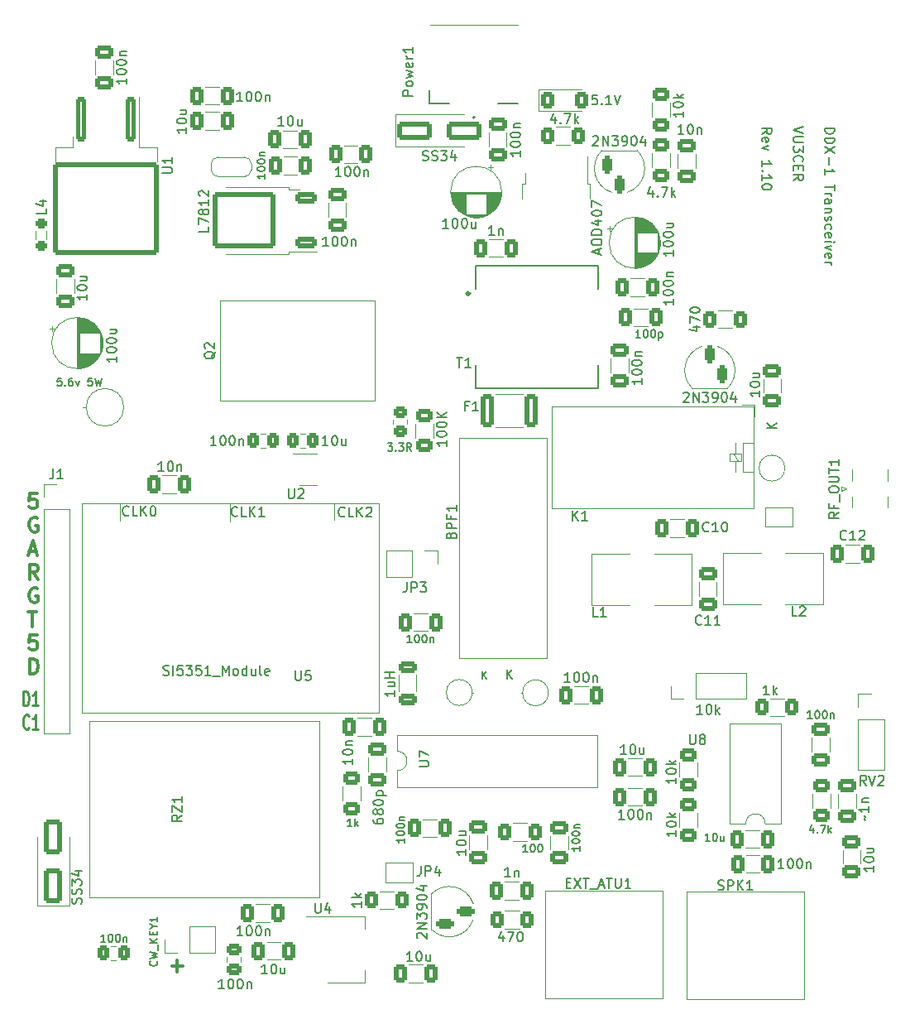
<source format=gbr>
%TF.GenerationSoftware,KiCad,Pcbnew,7.0.9-7.0.9~ubuntu22.04.1*%
%TF.CreationDate,2023-11-26T16:56:51+05:30*%
%TF.ProjectId,HF-PA-v10,48462d50-412d-4763-9130-2e6b69636164,rev?*%
%TF.SameCoordinates,Original*%
%TF.FileFunction,Legend,Top*%
%TF.FilePolarity,Positive*%
%FSLAX46Y46*%
G04 Gerber Fmt 4.6, Leading zero omitted, Abs format (unit mm)*
G04 Created by KiCad (PCBNEW 7.0.9-7.0.9~ubuntu22.04.1) date 2023-11-26 16:56:51*
%MOMM*%
%LPD*%
G01*
G04 APERTURE LIST*
G04 Aperture macros list*
%AMRoundRect*
0 Rectangle with rounded corners*
0 $1 Rounding radius*
0 $2 $3 $4 $5 $6 $7 $8 $9 X,Y pos of 4 corners*
0 Add a 4 corners polygon primitive as box body*
4,1,4,$2,$3,$4,$5,$6,$7,$8,$9,$2,$3,0*
0 Add four circle primitives for the rounded corners*
1,1,$1+$1,$2,$3*
1,1,$1+$1,$4,$5*
1,1,$1+$1,$6,$7*
1,1,$1+$1,$8,$9*
0 Add four rect primitives between the rounded corners*
20,1,$1+$1,$2,$3,$4,$5,0*
20,1,$1+$1,$4,$5,$6,$7,0*
20,1,$1+$1,$6,$7,$8,$9,0*
20,1,$1+$1,$8,$9,$2,$3,0*%
%AMFreePoly0*
4,1,6,1.000000,0.000000,0.500000,-0.750000,-0.500000,-0.750000,-0.500000,0.750000,0.500000,0.750000,1.000000,0.000000,1.000000,0.000000,$1*%
%AMFreePoly1*
4,1,6,0.500000,-0.750000,-0.650000,-0.750000,-0.150000,0.000000,-0.650000,0.750000,0.500000,0.750000,0.500000,-0.750000,0.500000,-0.750000,$1*%
%AMFreePoly2*
4,1,19,0.550000,-0.750000,0.000000,-0.750000,0.000000,-0.744911,-0.071157,-0.744911,-0.207708,-0.704816,-0.327430,-0.627875,-0.420627,-0.520320,-0.479746,-0.390866,-0.500000,-0.250000,-0.500000,0.250000,-0.479746,0.390866,-0.420627,0.520320,-0.327430,0.627875,-0.207708,0.704816,-0.071157,0.744911,0.000000,0.744911,0.000000,0.750000,0.550000,0.750000,0.550000,-0.750000,0.550000,-0.750000,
$1*%
%AMFreePoly3*
4,1,19,0.000000,0.744911,0.071157,0.744911,0.207708,0.704816,0.327430,0.627875,0.420627,0.520320,0.479746,0.390866,0.500000,0.250000,0.500000,-0.250000,0.479746,-0.390866,0.420627,-0.520320,0.327430,-0.627875,0.207708,-0.704816,0.071157,-0.744911,0.000000,-0.744911,0.000000,-0.750000,-0.550000,-0.750000,-0.550000,0.750000,0.000000,0.750000,0.000000,0.744911,0.000000,0.744911,
$1*%
G04 Aperture macros list end*
%ADD10C,0.250000*%
%ADD11C,0.300000*%
%ADD12C,0.150000*%
%ADD13C,0.120000*%
%ADD14C,0.127000*%
%ADD15C,0.200000*%
%ADD16RoundRect,0.250000X-0.412500X-0.650000X0.412500X-0.650000X0.412500X0.650000X-0.412500X0.650000X0*%
%ADD17RoundRect,0.250000X0.650000X-0.412500X0.650000X0.412500X-0.650000X0.412500X-0.650000X-0.412500X0*%
%ADD18O,3.500000X3.500000*%
%ADD19R,4.000000X1.905000*%
%ADD20O,4.000000X1.905000*%
%ADD21RoundRect,0.250000X-1.500000X-0.650000X1.500000X-0.650000X1.500000X0.650000X-1.500000X0.650000X0*%
%ADD22R,1.600000X1.600000*%
%ADD23C,1.600000*%
%ADD24RoundRect,0.250000X0.337500X0.475000X-0.337500X0.475000X-0.337500X-0.475000X0.337500X-0.475000X0*%
%ADD25R,2.000000X1.500000*%
%ADD26R,2.000000X3.800000*%
%ADD27RoundRect,0.250000X0.625000X-0.400000X0.625000X0.400000X-0.625000X0.400000X-0.625000X-0.400000X0*%
%ADD28R,2.400000X2.400000*%
%ADD29O,2.400000X2.400000*%
%ADD30C,0.800000*%
%ADD31C,6.400000*%
%ADD32RoundRect,0.250000X0.412500X0.650000X-0.412500X0.650000X-0.412500X-0.650000X0.412500X-0.650000X0*%
%ADD33R,1.560000X0.650000*%
%ADD34R,3.600000X1.270000*%
%ADD35R,4.200000X1.350000*%
%ADD36RoundRect,0.250000X-0.650000X0.412500X-0.650000X-0.412500X0.650000X-0.412500X0.650000X0.412500X0*%
%ADD37C,2.000000*%
%ADD38RoundRect,0.250000X-0.625000X0.400000X-0.625000X-0.400000X0.625000X-0.400000X0.625000X0.400000X0*%
%ADD39RoundRect,0.250000X0.700000X-0.362500X0.700000X0.362500X-0.700000X0.362500X-0.700000X-0.362500X0*%
%ADD40O,1.600000X1.600000*%
%ADD41O,4.400000X2.200000*%
%ADD42O,4.000000X2.000000*%
%ADD43O,2.000000X4.000000*%
%ADD44R,1.800000X1.100000*%
%ADD45RoundRect,0.275000X-0.625000X0.275000X-0.625000X-0.275000X0.625000X-0.275000X0.625000X0.275000X0*%
%ADD46R,1.200000X2.200000*%
%ADD47R,5.800000X6.400000*%
%ADD48R,1.700000X1.700000*%
%ADD49O,1.700000X1.700000*%
%ADD50RoundRect,0.250000X-0.400000X-0.600000X0.400000X-0.600000X0.400000X0.600000X-0.400000X0.600000X0*%
%ADD51C,1.200000*%
%ADD52O,1.800000X2.500000*%
%ADD53O,2.500000X1.800000*%
%ADD54RoundRect,0.250000X-0.337500X-0.475000X0.337500X-0.475000X0.337500X0.475000X-0.337500X0.475000X0*%
%ADD55RoundRect,0.250000X-0.300000X2.050000X-0.300000X-2.050000X0.300000X-2.050000X0.300000X2.050000X0*%
%ADD56RoundRect,0.250002X-5.149998X4.449998X-5.149998X-4.449998X5.149998X-4.449998X5.149998X4.449998X0*%
%ADD57RoundRect,0.250000X-0.400000X-0.625000X0.400000X-0.625000X0.400000X0.625000X-0.400000X0.625000X0*%
%ADD58R,5.500000X2.150000*%
%ADD59R,1.100000X1.800000*%
%ADD60RoundRect,0.275000X0.275000X0.625000X-0.275000X0.625000X-0.275000X-0.625000X0.275000X-0.625000X0*%
%ADD61C,2.020000*%
%ADD62RoundRect,0.250000X0.400000X0.625000X-0.400000X0.625000X-0.400000X-0.625000X0.400000X-0.625000X0*%
%ADD63RoundRect,0.250000X0.475000X-0.337500X0.475000X0.337500X-0.475000X0.337500X-0.475000X-0.337500X0*%
%ADD64FreePoly0,0.000000*%
%ADD65FreePoly1,0.000000*%
%ADD66RoundRect,0.250000X0.850000X0.350000X-0.850000X0.350000X-0.850000X-0.350000X0.850000X-0.350000X0*%
%ADD67RoundRect,0.249997X2.950003X2.650003X-2.950003X2.650003X-2.950003X-2.650003X2.950003X-2.650003X0*%
%ADD68R,1.400000X1.400000*%
%ADD69C,1.400000*%
%ADD70RoundRect,0.250000X0.350000X-0.275000X0.350000X0.275000X-0.350000X0.275000X-0.350000X-0.275000X0*%
%ADD71RoundRect,0.250000X-0.400000X-1.450000X0.400000X-1.450000X0.400000X1.450000X-0.400000X1.450000X0*%
%ADD72RoundRect,0.250000X0.450000X-0.350000X0.450000X0.350000X-0.450000X0.350000X-0.450000X-0.350000X0*%
%ADD73RoundRect,0.250000X0.650000X-1.500000X0.650000X1.500000X-0.650000X1.500000X-0.650000X-1.500000X0*%
%ADD74FreePoly2,0.000000*%
%ADD75R,1.000000X1.500000*%
%ADD76FreePoly3,0.000000*%
%ADD77RoundRect,0.275000X-0.275000X-0.625000X0.275000X-0.625000X0.275000X0.625000X-0.275000X0.625000X0*%
%ADD78C,1.800000*%
G04 APERTURE END LIST*
D10*
X137762568Y-132598428D02*
X137762568Y-131098428D01*
X137762568Y-131098428D02*
X138000663Y-131098428D01*
X138000663Y-131098428D02*
X138143520Y-131169857D01*
X138143520Y-131169857D02*
X138238758Y-131312714D01*
X138238758Y-131312714D02*
X138286377Y-131455571D01*
X138286377Y-131455571D02*
X138333996Y-131741285D01*
X138333996Y-131741285D02*
X138333996Y-131955571D01*
X138333996Y-131955571D02*
X138286377Y-132241285D01*
X138286377Y-132241285D02*
X138238758Y-132384142D01*
X138238758Y-132384142D02*
X138143520Y-132527000D01*
X138143520Y-132527000D02*
X138000663Y-132598428D01*
X138000663Y-132598428D02*
X137762568Y-132598428D01*
X139286377Y-132598428D02*
X138714949Y-132598428D01*
X139000663Y-132598428D02*
X139000663Y-131098428D01*
X139000663Y-131098428D02*
X138905425Y-131312714D01*
X138905425Y-131312714D02*
X138810187Y-131455571D01*
X138810187Y-131455571D02*
X138714949Y-131527000D01*
X138333996Y-134870571D02*
X138286377Y-134942000D01*
X138286377Y-134942000D02*
X138143520Y-135013428D01*
X138143520Y-135013428D02*
X138048282Y-135013428D01*
X138048282Y-135013428D02*
X137905425Y-134942000D01*
X137905425Y-134942000D02*
X137810187Y-134799142D01*
X137810187Y-134799142D02*
X137762568Y-134656285D01*
X137762568Y-134656285D02*
X137714949Y-134370571D01*
X137714949Y-134370571D02*
X137714949Y-134156285D01*
X137714949Y-134156285D02*
X137762568Y-133870571D01*
X137762568Y-133870571D02*
X137810187Y-133727714D01*
X137810187Y-133727714D02*
X137905425Y-133584857D01*
X137905425Y-133584857D02*
X138048282Y-133513428D01*
X138048282Y-133513428D02*
X138143520Y-133513428D01*
X138143520Y-133513428D02*
X138286377Y-133584857D01*
X138286377Y-133584857D02*
X138333996Y-133656285D01*
X139286377Y-135013428D02*
X138714949Y-135013428D01*
X139000663Y-135013428D02*
X139000663Y-133513428D01*
X139000663Y-133513428D02*
X138905425Y-133727714D01*
X138905425Y-133727714D02*
X138810187Y-133870571D01*
X138810187Y-133870571D02*
X138714949Y-133942000D01*
D11*
X152954510Y-159209400D02*
X154097368Y-159209400D01*
X153525939Y-159780828D02*
X153525939Y-158637971D01*
D12*
X219790180Y-73536779D02*
X220790180Y-73536779D01*
X220790180Y-73536779D02*
X220790180Y-73774874D01*
X220790180Y-73774874D02*
X220742561Y-73917731D01*
X220742561Y-73917731D02*
X220647323Y-74012969D01*
X220647323Y-74012969D02*
X220552085Y-74060588D01*
X220552085Y-74060588D02*
X220361609Y-74108207D01*
X220361609Y-74108207D02*
X220218752Y-74108207D01*
X220218752Y-74108207D02*
X220028276Y-74060588D01*
X220028276Y-74060588D02*
X219933038Y-74012969D01*
X219933038Y-74012969D02*
X219837800Y-73917731D01*
X219837800Y-73917731D02*
X219790180Y-73774874D01*
X219790180Y-73774874D02*
X219790180Y-73536779D01*
X219790180Y-74536779D02*
X220790180Y-74536779D01*
X220790180Y-74536779D02*
X220790180Y-74774874D01*
X220790180Y-74774874D02*
X220742561Y-74917731D01*
X220742561Y-74917731D02*
X220647323Y-75012969D01*
X220647323Y-75012969D02*
X220552085Y-75060588D01*
X220552085Y-75060588D02*
X220361609Y-75108207D01*
X220361609Y-75108207D02*
X220218752Y-75108207D01*
X220218752Y-75108207D02*
X220028276Y-75060588D01*
X220028276Y-75060588D02*
X219933038Y-75012969D01*
X219933038Y-75012969D02*
X219837800Y-74917731D01*
X219837800Y-74917731D02*
X219790180Y-74774874D01*
X219790180Y-74774874D02*
X219790180Y-74536779D01*
X220790180Y-75441541D02*
X219790180Y-76108207D01*
X220790180Y-76108207D02*
X219790180Y-75441541D01*
X220171133Y-76489160D02*
X220171133Y-77251065D01*
X219790180Y-78251064D02*
X219790180Y-77679636D01*
X219790180Y-77965350D02*
X220790180Y-77965350D01*
X220790180Y-77965350D02*
X220647323Y-77870112D01*
X220647323Y-77870112D02*
X220552085Y-77774874D01*
X220552085Y-77774874D02*
X220504466Y-77679636D01*
X220790180Y-79298684D02*
X220790180Y-79870112D01*
X219790180Y-79584398D02*
X220790180Y-79584398D01*
X219790180Y-80203446D02*
X220456847Y-80203446D01*
X220266371Y-80203446D02*
X220361609Y-80251065D01*
X220361609Y-80251065D02*
X220409228Y-80298684D01*
X220409228Y-80298684D02*
X220456847Y-80393922D01*
X220456847Y-80393922D02*
X220456847Y-80489160D01*
X219790180Y-81251065D02*
X220313990Y-81251065D01*
X220313990Y-81251065D02*
X220409228Y-81203446D01*
X220409228Y-81203446D02*
X220456847Y-81108208D01*
X220456847Y-81108208D02*
X220456847Y-80917732D01*
X220456847Y-80917732D02*
X220409228Y-80822494D01*
X219837800Y-81251065D02*
X219790180Y-81155827D01*
X219790180Y-81155827D02*
X219790180Y-80917732D01*
X219790180Y-80917732D02*
X219837800Y-80822494D01*
X219837800Y-80822494D02*
X219933038Y-80774875D01*
X219933038Y-80774875D02*
X220028276Y-80774875D01*
X220028276Y-80774875D02*
X220123514Y-80822494D01*
X220123514Y-80822494D02*
X220171133Y-80917732D01*
X220171133Y-80917732D02*
X220171133Y-81155827D01*
X220171133Y-81155827D02*
X220218752Y-81251065D01*
X220456847Y-81727256D02*
X219790180Y-81727256D01*
X220361609Y-81727256D02*
X220409228Y-81774875D01*
X220409228Y-81774875D02*
X220456847Y-81870113D01*
X220456847Y-81870113D02*
X220456847Y-82012970D01*
X220456847Y-82012970D02*
X220409228Y-82108208D01*
X220409228Y-82108208D02*
X220313990Y-82155827D01*
X220313990Y-82155827D02*
X219790180Y-82155827D01*
X219837800Y-82584399D02*
X219790180Y-82679637D01*
X219790180Y-82679637D02*
X219790180Y-82870113D01*
X219790180Y-82870113D02*
X219837800Y-82965351D01*
X219837800Y-82965351D02*
X219933038Y-83012970D01*
X219933038Y-83012970D02*
X219980657Y-83012970D01*
X219980657Y-83012970D02*
X220075895Y-82965351D01*
X220075895Y-82965351D02*
X220123514Y-82870113D01*
X220123514Y-82870113D02*
X220123514Y-82727256D01*
X220123514Y-82727256D02*
X220171133Y-82632018D01*
X220171133Y-82632018D02*
X220266371Y-82584399D01*
X220266371Y-82584399D02*
X220313990Y-82584399D01*
X220313990Y-82584399D02*
X220409228Y-82632018D01*
X220409228Y-82632018D02*
X220456847Y-82727256D01*
X220456847Y-82727256D02*
X220456847Y-82870113D01*
X220456847Y-82870113D02*
X220409228Y-82965351D01*
X219837800Y-83870113D02*
X219790180Y-83774875D01*
X219790180Y-83774875D02*
X219790180Y-83584399D01*
X219790180Y-83584399D02*
X219837800Y-83489161D01*
X219837800Y-83489161D02*
X219885419Y-83441542D01*
X219885419Y-83441542D02*
X219980657Y-83393923D01*
X219980657Y-83393923D02*
X220266371Y-83393923D01*
X220266371Y-83393923D02*
X220361609Y-83441542D01*
X220361609Y-83441542D02*
X220409228Y-83489161D01*
X220409228Y-83489161D02*
X220456847Y-83584399D01*
X220456847Y-83584399D02*
X220456847Y-83774875D01*
X220456847Y-83774875D02*
X220409228Y-83870113D01*
X219837800Y-84679637D02*
X219790180Y-84584399D01*
X219790180Y-84584399D02*
X219790180Y-84393923D01*
X219790180Y-84393923D02*
X219837800Y-84298685D01*
X219837800Y-84298685D02*
X219933038Y-84251066D01*
X219933038Y-84251066D02*
X220313990Y-84251066D01*
X220313990Y-84251066D02*
X220409228Y-84298685D01*
X220409228Y-84298685D02*
X220456847Y-84393923D01*
X220456847Y-84393923D02*
X220456847Y-84584399D01*
X220456847Y-84584399D02*
X220409228Y-84679637D01*
X220409228Y-84679637D02*
X220313990Y-84727256D01*
X220313990Y-84727256D02*
X220218752Y-84727256D01*
X220218752Y-84727256D02*
X220123514Y-84251066D01*
X219790180Y-85155828D02*
X220456847Y-85155828D01*
X220790180Y-85155828D02*
X220742561Y-85108209D01*
X220742561Y-85108209D02*
X220694942Y-85155828D01*
X220694942Y-85155828D02*
X220742561Y-85203447D01*
X220742561Y-85203447D02*
X220790180Y-85155828D01*
X220790180Y-85155828D02*
X220694942Y-85155828D01*
X220456847Y-85536780D02*
X219790180Y-85774875D01*
X219790180Y-85774875D02*
X220456847Y-86012970D01*
X219837800Y-86774875D02*
X219790180Y-86679637D01*
X219790180Y-86679637D02*
X219790180Y-86489161D01*
X219790180Y-86489161D02*
X219837800Y-86393923D01*
X219837800Y-86393923D02*
X219933038Y-86346304D01*
X219933038Y-86346304D02*
X220313990Y-86346304D01*
X220313990Y-86346304D02*
X220409228Y-86393923D01*
X220409228Y-86393923D02*
X220456847Y-86489161D01*
X220456847Y-86489161D02*
X220456847Y-86679637D01*
X220456847Y-86679637D02*
X220409228Y-86774875D01*
X220409228Y-86774875D02*
X220313990Y-86822494D01*
X220313990Y-86822494D02*
X220218752Y-86822494D01*
X220218752Y-86822494D02*
X220123514Y-86346304D01*
X219790180Y-87251066D02*
X220456847Y-87251066D01*
X220266371Y-87251066D02*
X220361609Y-87298685D01*
X220361609Y-87298685D02*
X220409228Y-87346304D01*
X220409228Y-87346304D02*
X220456847Y-87441542D01*
X220456847Y-87441542D02*
X220456847Y-87536780D01*
X217570180Y-73393922D02*
X216570180Y-73727255D01*
X216570180Y-73727255D02*
X217570180Y-74060588D01*
X217570180Y-74393922D02*
X216760657Y-74393922D01*
X216760657Y-74393922D02*
X216665419Y-74441541D01*
X216665419Y-74441541D02*
X216617800Y-74489160D01*
X216617800Y-74489160D02*
X216570180Y-74584398D01*
X216570180Y-74584398D02*
X216570180Y-74774874D01*
X216570180Y-74774874D02*
X216617800Y-74870112D01*
X216617800Y-74870112D02*
X216665419Y-74917731D01*
X216665419Y-74917731D02*
X216760657Y-74965350D01*
X216760657Y-74965350D02*
X217570180Y-74965350D01*
X217570180Y-75346303D02*
X217570180Y-75965350D01*
X217570180Y-75965350D02*
X217189228Y-75632017D01*
X217189228Y-75632017D02*
X217189228Y-75774874D01*
X217189228Y-75774874D02*
X217141609Y-75870112D01*
X217141609Y-75870112D02*
X217093990Y-75917731D01*
X217093990Y-75917731D02*
X216998752Y-75965350D01*
X216998752Y-75965350D02*
X216760657Y-75965350D01*
X216760657Y-75965350D02*
X216665419Y-75917731D01*
X216665419Y-75917731D02*
X216617800Y-75870112D01*
X216617800Y-75870112D02*
X216570180Y-75774874D01*
X216570180Y-75774874D02*
X216570180Y-75489160D01*
X216570180Y-75489160D02*
X216617800Y-75393922D01*
X216617800Y-75393922D02*
X216665419Y-75346303D01*
X216665419Y-76965350D02*
X216617800Y-76917731D01*
X216617800Y-76917731D02*
X216570180Y-76774874D01*
X216570180Y-76774874D02*
X216570180Y-76679636D01*
X216570180Y-76679636D02*
X216617800Y-76536779D01*
X216617800Y-76536779D02*
X216713038Y-76441541D01*
X216713038Y-76441541D02*
X216808276Y-76393922D01*
X216808276Y-76393922D02*
X216998752Y-76346303D01*
X216998752Y-76346303D02*
X217141609Y-76346303D01*
X217141609Y-76346303D02*
X217332085Y-76393922D01*
X217332085Y-76393922D02*
X217427323Y-76441541D01*
X217427323Y-76441541D02*
X217522561Y-76536779D01*
X217522561Y-76536779D02*
X217570180Y-76679636D01*
X217570180Y-76679636D02*
X217570180Y-76774874D01*
X217570180Y-76774874D02*
X217522561Y-76917731D01*
X217522561Y-76917731D02*
X217474942Y-76965350D01*
X217093990Y-77393922D02*
X217093990Y-77727255D01*
X216570180Y-77870112D02*
X216570180Y-77393922D01*
X216570180Y-77393922D02*
X217570180Y-77393922D01*
X217570180Y-77393922D02*
X217570180Y-77870112D01*
X216570180Y-78870112D02*
X217046371Y-78536779D01*
X216570180Y-78298684D02*
X217570180Y-78298684D01*
X217570180Y-78298684D02*
X217570180Y-78679636D01*
X217570180Y-78679636D02*
X217522561Y-78774874D01*
X217522561Y-78774874D02*
X217474942Y-78822493D01*
X217474942Y-78822493D02*
X217379704Y-78870112D01*
X217379704Y-78870112D02*
X217236847Y-78870112D01*
X217236847Y-78870112D02*
X217141609Y-78822493D01*
X217141609Y-78822493D02*
X217093990Y-78774874D01*
X217093990Y-78774874D02*
X217046371Y-78679636D01*
X217046371Y-78679636D02*
X217046371Y-78298684D01*
X213350180Y-74108207D02*
X213826371Y-73774874D01*
X213350180Y-73536779D02*
X214350180Y-73536779D01*
X214350180Y-73536779D02*
X214350180Y-73917731D01*
X214350180Y-73917731D02*
X214302561Y-74012969D01*
X214302561Y-74012969D02*
X214254942Y-74060588D01*
X214254942Y-74060588D02*
X214159704Y-74108207D01*
X214159704Y-74108207D02*
X214016847Y-74108207D01*
X214016847Y-74108207D02*
X213921609Y-74060588D01*
X213921609Y-74060588D02*
X213873990Y-74012969D01*
X213873990Y-74012969D02*
X213826371Y-73917731D01*
X213826371Y-73917731D02*
X213826371Y-73536779D01*
X213397800Y-74917731D02*
X213350180Y-74822493D01*
X213350180Y-74822493D02*
X213350180Y-74632017D01*
X213350180Y-74632017D02*
X213397800Y-74536779D01*
X213397800Y-74536779D02*
X213493038Y-74489160D01*
X213493038Y-74489160D02*
X213873990Y-74489160D01*
X213873990Y-74489160D02*
X213969228Y-74536779D01*
X213969228Y-74536779D02*
X214016847Y-74632017D01*
X214016847Y-74632017D02*
X214016847Y-74822493D01*
X214016847Y-74822493D02*
X213969228Y-74917731D01*
X213969228Y-74917731D02*
X213873990Y-74965350D01*
X213873990Y-74965350D02*
X213778752Y-74965350D01*
X213778752Y-74965350D02*
X213683514Y-74489160D01*
X214016847Y-75298684D02*
X213350180Y-75536779D01*
X213350180Y-75536779D02*
X214016847Y-75774874D01*
X213350180Y-77441541D02*
X213350180Y-76870113D01*
X213350180Y-77155827D02*
X214350180Y-77155827D01*
X214350180Y-77155827D02*
X214207323Y-77060589D01*
X214207323Y-77060589D02*
X214112085Y-76965351D01*
X214112085Y-76965351D02*
X214064466Y-76870113D01*
X213445419Y-77870113D02*
X213397800Y-77917732D01*
X213397800Y-77917732D02*
X213350180Y-77870113D01*
X213350180Y-77870113D02*
X213397800Y-77822494D01*
X213397800Y-77822494D02*
X213445419Y-77870113D01*
X213445419Y-77870113D02*
X213350180Y-77870113D01*
X213350180Y-78870112D02*
X213350180Y-78298684D01*
X213350180Y-78584398D02*
X214350180Y-78584398D01*
X214350180Y-78584398D02*
X214207323Y-78489160D01*
X214207323Y-78489160D02*
X214112085Y-78393922D01*
X214112085Y-78393922D02*
X214064466Y-78298684D01*
X214350180Y-79489160D02*
X214350180Y-79584398D01*
X214350180Y-79584398D02*
X214302561Y-79679636D01*
X214302561Y-79679636D02*
X214254942Y-79727255D01*
X214254942Y-79727255D02*
X214159704Y-79774874D01*
X214159704Y-79774874D02*
X213969228Y-79822493D01*
X213969228Y-79822493D02*
X213731133Y-79822493D01*
X213731133Y-79822493D02*
X213540657Y-79774874D01*
X213540657Y-79774874D02*
X213445419Y-79727255D01*
X213445419Y-79727255D02*
X213397800Y-79679636D01*
X213397800Y-79679636D02*
X213350180Y-79584398D01*
X213350180Y-79584398D02*
X213350180Y-79489160D01*
X213350180Y-79489160D02*
X213397800Y-79393922D01*
X213397800Y-79393922D02*
X213445419Y-79346303D01*
X213445419Y-79346303D02*
X213540657Y-79298684D01*
X213540657Y-79298684D02*
X213731133Y-79251065D01*
X213731133Y-79251065D02*
X213969228Y-79251065D01*
X213969228Y-79251065D02*
X214159704Y-79298684D01*
X214159704Y-79298684D02*
X214254942Y-79346303D01*
X214254942Y-79346303D02*
X214302561Y-79393922D01*
X214302561Y-79393922D02*
X214350180Y-79489160D01*
D11*
X139148796Y-110905828D02*
X138434510Y-110905828D01*
X138434510Y-110905828D02*
X138363082Y-111620114D01*
X138363082Y-111620114D02*
X138434510Y-111548685D01*
X138434510Y-111548685D02*
X138577368Y-111477257D01*
X138577368Y-111477257D02*
X138934510Y-111477257D01*
X138934510Y-111477257D02*
X139077368Y-111548685D01*
X139077368Y-111548685D02*
X139148796Y-111620114D01*
X139148796Y-111620114D02*
X139220225Y-111762971D01*
X139220225Y-111762971D02*
X139220225Y-112120114D01*
X139220225Y-112120114D02*
X139148796Y-112262971D01*
X139148796Y-112262971D02*
X139077368Y-112334400D01*
X139077368Y-112334400D02*
X138934510Y-112405828D01*
X138934510Y-112405828D02*
X138577368Y-112405828D01*
X138577368Y-112405828D02*
X138434510Y-112334400D01*
X138434510Y-112334400D02*
X138363082Y-112262971D01*
X139220225Y-113392257D02*
X139077368Y-113320828D01*
X139077368Y-113320828D02*
X138863082Y-113320828D01*
X138863082Y-113320828D02*
X138648796Y-113392257D01*
X138648796Y-113392257D02*
X138505939Y-113535114D01*
X138505939Y-113535114D02*
X138434510Y-113677971D01*
X138434510Y-113677971D02*
X138363082Y-113963685D01*
X138363082Y-113963685D02*
X138363082Y-114177971D01*
X138363082Y-114177971D02*
X138434510Y-114463685D01*
X138434510Y-114463685D02*
X138505939Y-114606542D01*
X138505939Y-114606542D02*
X138648796Y-114749400D01*
X138648796Y-114749400D02*
X138863082Y-114820828D01*
X138863082Y-114820828D02*
X139005939Y-114820828D01*
X139005939Y-114820828D02*
X139220225Y-114749400D01*
X139220225Y-114749400D02*
X139291653Y-114677971D01*
X139291653Y-114677971D02*
X139291653Y-114177971D01*
X139291653Y-114177971D02*
X139005939Y-114177971D01*
X138363082Y-116807257D02*
X139077368Y-116807257D01*
X138220225Y-117235828D02*
X138720225Y-115735828D01*
X138720225Y-115735828D02*
X139220225Y-117235828D01*
X139291653Y-119650828D02*
X138791653Y-118936542D01*
X138434510Y-119650828D02*
X138434510Y-118150828D01*
X138434510Y-118150828D02*
X139005939Y-118150828D01*
X139005939Y-118150828D02*
X139148796Y-118222257D01*
X139148796Y-118222257D02*
X139220225Y-118293685D01*
X139220225Y-118293685D02*
X139291653Y-118436542D01*
X139291653Y-118436542D02*
X139291653Y-118650828D01*
X139291653Y-118650828D02*
X139220225Y-118793685D01*
X139220225Y-118793685D02*
X139148796Y-118865114D01*
X139148796Y-118865114D02*
X139005939Y-118936542D01*
X139005939Y-118936542D02*
X138434510Y-118936542D01*
X139220225Y-120637257D02*
X139077368Y-120565828D01*
X139077368Y-120565828D02*
X138863082Y-120565828D01*
X138863082Y-120565828D02*
X138648796Y-120637257D01*
X138648796Y-120637257D02*
X138505939Y-120780114D01*
X138505939Y-120780114D02*
X138434510Y-120922971D01*
X138434510Y-120922971D02*
X138363082Y-121208685D01*
X138363082Y-121208685D02*
X138363082Y-121422971D01*
X138363082Y-121422971D02*
X138434510Y-121708685D01*
X138434510Y-121708685D02*
X138505939Y-121851542D01*
X138505939Y-121851542D02*
X138648796Y-121994400D01*
X138648796Y-121994400D02*
X138863082Y-122065828D01*
X138863082Y-122065828D02*
X139005939Y-122065828D01*
X139005939Y-122065828D02*
X139220225Y-121994400D01*
X139220225Y-121994400D02*
X139291653Y-121922971D01*
X139291653Y-121922971D02*
X139291653Y-121422971D01*
X139291653Y-121422971D02*
X139005939Y-121422971D01*
X138220225Y-122980828D02*
X139077368Y-122980828D01*
X138648796Y-124480828D02*
X138648796Y-122980828D01*
X139148796Y-125395828D02*
X138434510Y-125395828D01*
X138434510Y-125395828D02*
X138363082Y-126110114D01*
X138363082Y-126110114D02*
X138434510Y-126038685D01*
X138434510Y-126038685D02*
X138577368Y-125967257D01*
X138577368Y-125967257D02*
X138934510Y-125967257D01*
X138934510Y-125967257D02*
X139077368Y-126038685D01*
X139077368Y-126038685D02*
X139148796Y-126110114D01*
X139148796Y-126110114D02*
X139220225Y-126252971D01*
X139220225Y-126252971D02*
X139220225Y-126610114D01*
X139220225Y-126610114D02*
X139148796Y-126752971D01*
X139148796Y-126752971D02*
X139077368Y-126824400D01*
X139077368Y-126824400D02*
X138934510Y-126895828D01*
X138934510Y-126895828D02*
X138577368Y-126895828D01*
X138577368Y-126895828D02*
X138434510Y-126824400D01*
X138434510Y-126824400D02*
X138363082Y-126752971D01*
X138434510Y-129310828D02*
X138434510Y-127810828D01*
X138434510Y-127810828D02*
X138791653Y-127810828D01*
X138791653Y-127810828D02*
X139005939Y-127882257D01*
X139005939Y-127882257D02*
X139148796Y-128025114D01*
X139148796Y-128025114D02*
X139220225Y-128167971D01*
X139220225Y-128167971D02*
X139291653Y-128453685D01*
X139291653Y-128453685D02*
X139291653Y-128667971D01*
X139291653Y-128667971D02*
X139220225Y-128953685D01*
X139220225Y-128953685D02*
X139148796Y-129096542D01*
X139148796Y-129096542D02*
X139005939Y-129239400D01*
X139005939Y-129239400D02*
X138791653Y-129310828D01*
X138791653Y-129310828D02*
X138434510Y-129310828D01*
D12*
X154454819Y-73452857D02*
X154454819Y-74024285D01*
X154454819Y-73738571D02*
X153454819Y-73738571D01*
X153454819Y-73738571D02*
X153597676Y-73833809D01*
X153597676Y-73833809D02*
X153692914Y-73929047D01*
X153692914Y-73929047D02*
X153740533Y-74024285D01*
X153454819Y-72833809D02*
X153454819Y-72738571D01*
X153454819Y-72738571D02*
X153502438Y-72643333D01*
X153502438Y-72643333D02*
X153550057Y-72595714D01*
X153550057Y-72595714D02*
X153645295Y-72548095D01*
X153645295Y-72548095D02*
X153835771Y-72500476D01*
X153835771Y-72500476D02*
X154073866Y-72500476D01*
X154073866Y-72500476D02*
X154264342Y-72548095D01*
X154264342Y-72548095D02*
X154359580Y-72595714D01*
X154359580Y-72595714D02*
X154407200Y-72643333D01*
X154407200Y-72643333D02*
X154454819Y-72738571D01*
X154454819Y-72738571D02*
X154454819Y-72833809D01*
X154454819Y-72833809D02*
X154407200Y-72929047D01*
X154407200Y-72929047D02*
X154359580Y-72976666D01*
X154359580Y-72976666D02*
X154264342Y-73024285D01*
X154264342Y-73024285D02*
X154073866Y-73071904D01*
X154073866Y-73071904D02*
X153835771Y-73071904D01*
X153835771Y-73071904D02*
X153645295Y-73024285D01*
X153645295Y-73024285D02*
X153550057Y-72976666D01*
X153550057Y-72976666D02*
X153502438Y-72929047D01*
X153502438Y-72929047D02*
X153454819Y-72833809D01*
X153788152Y-71643333D02*
X154454819Y-71643333D01*
X153788152Y-72071904D02*
X154311961Y-72071904D01*
X154311961Y-72071904D02*
X154407200Y-72024285D01*
X154407200Y-72024285D02*
X154454819Y-71929047D01*
X154454819Y-71929047D02*
X154454819Y-71786190D01*
X154454819Y-71786190D02*
X154407200Y-71690952D01*
X154407200Y-71690952D02*
X154359580Y-71643333D01*
X201044819Y-99146547D02*
X201044819Y-99717975D01*
X201044819Y-99432261D02*
X200044819Y-99432261D01*
X200044819Y-99432261D02*
X200187676Y-99527499D01*
X200187676Y-99527499D02*
X200282914Y-99622737D01*
X200282914Y-99622737D02*
X200330533Y-99717975D01*
X200044819Y-98527499D02*
X200044819Y-98432261D01*
X200044819Y-98432261D02*
X200092438Y-98337023D01*
X200092438Y-98337023D02*
X200140057Y-98289404D01*
X200140057Y-98289404D02*
X200235295Y-98241785D01*
X200235295Y-98241785D02*
X200425771Y-98194166D01*
X200425771Y-98194166D02*
X200663866Y-98194166D01*
X200663866Y-98194166D02*
X200854342Y-98241785D01*
X200854342Y-98241785D02*
X200949580Y-98289404D01*
X200949580Y-98289404D02*
X200997200Y-98337023D01*
X200997200Y-98337023D02*
X201044819Y-98432261D01*
X201044819Y-98432261D02*
X201044819Y-98527499D01*
X201044819Y-98527499D02*
X200997200Y-98622737D01*
X200997200Y-98622737D02*
X200949580Y-98670356D01*
X200949580Y-98670356D02*
X200854342Y-98717975D01*
X200854342Y-98717975D02*
X200663866Y-98765594D01*
X200663866Y-98765594D02*
X200425771Y-98765594D01*
X200425771Y-98765594D02*
X200235295Y-98717975D01*
X200235295Y-98717975D02*
X200140057Y-98670356D01*
X200140057Y-98670356D02*
X200092438Y-98622737D01*
X200092438Y-98622737D02*
X200044819Y-98527499D01*
X200044819Y-97575118D02*
X200044819Y-97479880D01*
X200044819Y-97479880D02*
X200092438Y-97384642D01*
X200092438Y-97384642D02*
X200140057Y-97337023D01*
X200140057Y-97337023D02*
X200235295Y-97289404D01*
X200235295Y-97289404D02*
X200425771Y-97241785D01*
X200425771Y-97241785D02*
X200663866Y-97241785D01*
X200663866Y-97241785D02*
X200854342Y-97289404D01*
X200854342Y-97289404D02*
X200949580Y-97337023D01*
X200949580Y-97337023D02*
X200997200Y-97384642D01*
X200997200Y-97384642D02*
X201044819Y-97479880D01*
X201044819Y-97479880D02*
X201044819Y-97575118D01*
X201044819Y-97575118D02*
X200997200Y-97670356D01*
X200997200Y-97670356D02*
X200949580Y-97717975D01*
X200949580Y-97717975D02*
X200854342Y-97765594D01*
X200854342Y-97765594D02*
X200663866Y-97813213D01*
X200663866Y-97813213D02*
X200425771Y-97813213D01*
X200425771Y-97813213D02*
X200235295Y-97765594D01*
X200235295Y-97765594D02*
X200140057Y-97717975D01*
X200140057Y-97717975D02*
X200092438Y-97670356D01*
X200092438Y-97670356D02*
X200044819Y-97575118D01*
X200378152Y-96813213D02*
X201044819Y-96813213D01*
X200473390Y-96813213D02*
X200425771Y-96765594D01*
X200425771Y-96765594D02*
X200378152Y-96670356D01*
X200378152Y-96670356D02*
X200378152Y-96527499D01*
X200378152Y-96527499D02*
X200425771Y-96432261D01*
X200425771Y-96432261D02*
X200521009Y-96384642D01*
X200521009Y-96384642D02*
X201044819Y-96384642D01*
X157410057Y-96380238D02*
X157362438Y-96475476D01*
X157362438Y-96475476D02*
X157267200Y-96570714D01*
X157267200Y-96570714D02*
X157124342Y-96713571D01*
X157124342Y-96713571D02*
X157076723Y-96808809D01*
X157076723Y-96808809D02*
X157076723Y-96904047D01*
X157314819Y-96856428D02*
X157267200Y-96951666D01*
X157267200Y-96951666D02*
X157171961Y-97046904D01*
X157171961Y-97046904D02*
X156981485Y-97094523D01*
X156981485Y-97094523D02*
X156648152Y-97094523D01*
X156648152Y-97094523D02*
X156457676Y-97046904D01*
X156457676Y-97046904D02*
X156362438Y-96951666D01*
X156362438Y-96951666D02*
X156314819Y-96856428D01*
X156314819Y-96856428D02*
X156314819Y-96665952D01*
X156314819Y-96665952D02*
X156362438Y-96570714D01*
X156362438Y-96570714D02*
X156457676Y-96475476D01*
X156457676Y-96475476D02*
X156648152Y-96427857D01*
X156648152Y-96427857D02*
X156981485Y-96427857D01*
X156981485Y-96427857D02*
X157171961Y-96475476D01*
X157171961Y-96475476D02*
X157267200Y-96570714D01*
X157267200Y-96570714D02*
X157314819Y-96665952D01*
X157314819Y-96665952D02*
X157314819Y-96856428D01*
X156410057Y-96046904D02*
X156362438Y-95999285D01*
X156362438Y-95999285D02*
X156314819Y-95904047D01*
X156314819Y-95904047D02*
X156314819Y-95665952D01*
X156314819Y-95665952D02*
X156362438Y-95570714D01*
X156362438Y-95570714D02*
X156410057Y-95523095D01*
X156410057Y-95523095D02*
X156505295Y-95475476D01*
X156505295Y-95475476D02*
X156600533Y-95475476D01*
X156600533Y-95475476D02*
X156743390Y-95523095D01*
X156743390Y-95523095D02*
X157314819Y-96094523D01*
X157314819Y-96094523D02*
X157314819Y-95475476D01*
X178615714Y-76787200D02*
X178758571Y-76834819D01*
X178758571Y-76834819D02*
X178996666Y-76834819D01*
X178996666Y-76834819D02*
X179091904Y-76787200D01*
X179091904Y-76787200D02*
X179139523Y-76739580D01*
X179139523Y-76739580D02*
X179187142Y-76644342D01*
X179187142Y-76644342D02*
X179187142Y-76549104D01*
X179187142Y-76549104D02*
X179139523Y-76453866D01*
X179139523Y-76453866D02*
X179091904Y-76406247D01*
X179091904Y-76406247D02*
X178996666Y-76358628D01*
X178996666Y-76358628D02*
X178806190Y-76311009D01*
X178806190Y-76311009D02*
X178710952Y-76263390D01*
X178710952Y-76263390D02*
X178663333Y-76215771D01*
X178663333Y-76215771D02*
X178615714Y-76120533D01*
X178615714Y-76120533D02*
X178615714Y-76025295D01*
X178615714Y-76025295D02*
X178663333Y-75930057D01*
X178663333Y-75930057D02*
X178710952Y-75882438D01*
X178710952Y-75882438D02*
X178806190Y-75834819D01*
X178806190Y-75834819D02*
X179044285Y-75834819D01*
X179044285Y-75834819D02*
X179187142Y-75882438D01*
X179568095Y-76787200D02*
X179710952Y-76834819D01*
X179710952Y-76834819D02*
X179949047Y-76834819D01*
X179949047Y-76834819D02*
X180044285Y-76787200D01*
X180044285Y-76787200D02*
X180091904Y-76739580D01*
X180091904Y-76739580D02*
X180139523Y-76644342D01*
X180139523Y-76644342D02*
X180139523Y-76549104D01*
X180139523Y-76549104D02*
X180091904Y-76453866D01*
X180091904Y-76453866D02*
X180044285Y-76406247D01*
X180044285Y-76406247D02*
X179949047Y-76358628D01*
X179949047Y-76358628D02*
X179758571Y-76311009D01*
X179758571Y-76311009D02*
X179663333Y-76263390D01*
X179663333Y-76263390D02*
X179615714Y-76215771D01*
X179615714Y-76215771D02*
X179568095Y-76120533D01*
X179568095Y-76120533D02*
X179568095Y-76025295D01*
X179568095Y-76025295D02*
X179615714Y-75930057D01*
X179615714Y-75930057D02*
X179663333Y-75882438D01*
X179663333Y-75882438D02*
X179758571Y-75834819D01*
X179758571Y-75834819D02*
X179996666Y-75834819D01*
X179996666Y-75834819D02*
X180139523Y-75882438D01*
X180472857Y-75834819D02*
X181091904Y-75834819D01*
X181091904Y-75834819D02*
X180758571Y-76215771D01*
X180758571Y-76215771D02*
X180901428Y-76215771D01*
X180901428Y-76215771D02*
X180996666Y-76263390D01*
X180996666Y-76263390D02*
X181044285Y-76311009D01*
X181044285Y-76311009D02*
X181091904Y-76406247D01*
X181091904Y-76406247D02*
X181091904Y-76644342D01*
X181091904Y-76644342D02*
X181044285Y-76739580D01*
X181044285Y-76739580D02*
X180996666Y-76787200D01*
X180996666Y-76787200D02*
X180901428Y-76834819D01*
X180901428Y-76834819D02*
X180615714Y-76834819D01*
X180615714Y-76834819D02*
X180520476Y-76787200D01*
X180520476Y-76787200D02*
X180472857Y-76739580D01*
X181949047Y-76168152D02*
X181949047Y-76834819D01*
X181710952Y-75787200D02*
X181472857Y-76501485D01*
X181472857Y-76501485D02*
X182091904Y-76501485D01*
X204254819Y-86019047D02*
X204254819Y-86590475D01*
X204254819Y-86304761D02*
X203254819Y-86304761D01*
X203254819Y-86304761D02*
X203397676Y-86399999D01*
X203397676Y-86399999D02*
X203492914Y-86495237D01*
X203492914Y-86495237D02*
X203540533Y-86590475D01*
X203254819Y-85399999D02*
X203254819Y-85304761D01*
X203254819Y-85304761D02*
X203302438Y-85209523D01*
X203302438Y-85209523D02*
X203350057Y-85161904D01*
X203350057Y-85161904D02*
X203445295Y-85114285D01*
X203445295Y-85114285D02*
X203635771Y-85066666D01*
X203635771Y-85066666D02*
X203873866Y-85066666D01*
X203873866Y-85066666D02*
X204064342Y-85114285D01*
X204064342Y-85114285D02*
X204159580Y-85161904D01*
X204159580Y-85161904D02*
X204207200Y-85209523D01*
X204207200Y-85209523D02*
X204254819Y-85304761D01*
X204254819Y-85304761D02*
X204254819Y-85399999D01*
X204254819Y-85399999D02*
X204207200Y-85495237D01*
X204207200Y-85495237D02*
X204159580Y-85542856D01*
X204159580Y-85542856D02*
X204064342Y-85590475D01*
X204064342Y-85590475D02*
X203873866Y-85638094D01*
X203873866Y-85638094D02*
X203635771Y-85638094D01*
X203635771Y-85638094D02*
X203445295Y-85590475D01*
X203445295Y-85590475D02*
X203350057Y-85542856D01*
X203350057Y-85542856D02*
X203302438Y-85495237D01*
X203302438Y-85495237D02*
X203254819Y-85399999D01*
X203254819Y-84447618D02*
X203254819Y-84352380D01*
X203254819Y-84352380D02*
X203302438Y-84257142D01*
X203302438Y-84257142D02*
X203350057Y-84209523D01*
X203350057Y-84209523D02*
X203445295Y-84161904D01*
X203445295Y-84161904D02*
X203635771Y-84114285D01*
X203635771Y-84114285D02*
X203873866Y-84114285D01*
X203873866Y-84114285D02*
X204064342Y-84161904D01*
X204064342Y-84161904D02*
X204159580Y-84209523D01*
X204159580Y-84209523D02*
X204207200Y-84257142D01*
X204207200Y-84257142D02*
X204254819Y-84352380D01*
X204254819Y-84352380D02*
X204254819Y-84447618D01*
X204254819Y-84447618D02*
X204207200Y-84542856D01*
X204207200Y-84542856D02*
X204159580Y-84590475D01*
X204159580Y-84590475D02*
X204064342Y-84638094D01*
X204064342Y-84638094D02*
X203873866Y-84685713D01*
X203873866Y-84685713D02*
X203635771Y-84685713D01*
X203635771Y-84685713D02*
X203445295Y-84638094D01*
X203445295Y-84638094D02*
X203350057Y-84590475D01*
X203350057Y-84590475D02*
X203302438Y-84542856D01*
X203302438Y-84542856D02*
X203254819Y-84447618D01*
X203588152Y-83257142D02*
X204254819Y-83257142D01*
X203588152Y-83685713D02*
X204111961Y-83685713D01*
X204111961Y-83685713D02*
X204207200Y-83638094D01*
X204207200Y-83638094D02*
X204254819Y-83542856D01*
X204254819Y-83542856D02*
X204254819Y-83399999D01*
X204254819Y-83399999D02*
X204207200Y-83304761D01*
X204207200Y-83304761D02*
X204159580Y-83257142D01*
X146154761Y-156772295D02*
X145697618Y-156772295D01*
X145926190Y-156772295D02*
X145926190Y-155972295D01*
X145926190Y-155972295D02*
X145849999Y-156086580D01*
X145849999Y-156086580D02*
X145773809Y-156162771D01*
X145773809Y-156162771D02*
X145697618Y-156200866D01*
X146650000Y-155972295D02*
X146726190Y-155972295D01*
X146726190Y-155972295D02*
X146802381Y-156010390D01*
X146802381Y-156010390D02*
X146840476Y-156048485D01*
X146840476Y-156048485D02*
X146878571Y-156124676D01*
X146878571Y-156124676D02*
X146916666Y-156277057D01*
X146916666Y-156277057D02*
X146916666Y-156467533D01*
X146916666Y-156467533D02*
X146878571Y-156619914D01*
X146878571Y-156619914D02*
X146840476Y-156696104D01*
X146840476Y-156696104D02*
X146802381Y-156734200D01*
X146802381Y-156734200D02*
X146726190Y-156772295D01*
X146726190Y-156772295D02*
X146650000Y-156772295D01*
X146650000Y-156772295D02*
X146573809Y-156734200D01*
X146573809Y-156734200D02*
X146535714Y-156696104D01*
X146535714Y-156696104D02*
X146497619Y-156619914D01*
X146497619Y-156619914D02*
X146459523Y-156467533D01*
X146459523Y-156467533D02*
X146459523Y-156277057D01*
X146459523Y-156277057D02*
X146497619Y-156124676D01*
X146497619Y-156124676D02*
X146535714Y-156048485D01*
X146535714Y-156048485D02*
X146573809Y-156010390D01*
X146573809Y-156010390D02*
X146650000Y-155972295D01*
X147411905Y-155972295D02*
X147488095Y-155972295D01*
X147488095Y-155972295D02*
X147564286Y-156010390D01*
X147564286Y-156010390D02*
X147602381Y-156048485D01*
X147602381Y-156048485D02*
X147640476Y-156124676D01*
X147640476Y-156124676D02*
X147678571Y-156277057D01*
X147678571Y-156277057D02*
X147678571Y-156467533D01*
X147678571Y-156467533D02*
X147640476Y-156619914D01*
X147640476Y-156619914D02*
X147602381Y-156696104D01*
X147602381Y-156696104D02*
X147564286Y-156734200D01*
X147564286Y-156734200D02*
X147488095Y-156772295D01*
X147488095Y-156772295D02*
X147411905Y-156772295D01*
X147411905Y-156772295D02*
X147335714Y-156734200D01*
X147335714Y-156734200D02*
X147297619Y-156696104D01*
X147297619Y-156696104D02*
X147259524Y-156619914D01*
X147259524Y-156619914D02*
X147221428Y-156467533D01*
X147221428Y-156467533D02*
X147221428Y-156277057D01*
X147221428Y-156277057D02*
X147259524Y-156124676D01*
X147259524Y-156124676D02*
X147297619Y-156048485D01*
X147297619Y-156048485D02*
X147335714Y-156010390D01*
X147335714Y-156010390D02*
X147411905Y-155972295D01*
X148021429Y-156238961D02*
X148021429Y-156772295D01*
X148021429Y-156315152D02*
X148059524Y-156277057D01*
X148059524Y-156277057D02*
X148135714Y-156238961D01*
X148135714Y-156238961D02*
X148250000Y-156238961D01*
X148250000Y-156238961D02*
X148326191Y-156277057D01*
X148326191Y-156277057D02*
X148364286Y-156353247D01*
X148364286Y-156353247D02*
X148364286Y-156772295D01*
X167628095Y-152794819D02*
X167628095Y-153604342D01*
X167628095Y-153604342D02*
X167675714Y-153699580D01*
X167675714Y-153699580D02*
X167723333Y-153747200D01*
X167723333Y-153747200D02*
X167818571Y-153794819D01*
X167818571Y-153794819D02*
X168009047Y-153794819D01*
X168009047Y-153794819D02*
X168104285Y-153747200D01*
X168104285Y-153747200D02*
X168151904Y-153699580D01*
X168151904Y-153699580D02*
X168199523Y-153604342D01*
X168199523Y-153604342D02*
X168199523Y-152794819D01*
X169104285Y-153128152D02*
X169104285Y-153794819D01*
X168866190Y-152747200D02*
X168628095Y-153461485D01*
X168628095Y-153461485D02*
X169247142Y-153461485D01*
X205269819Y-71812738D02*
X205269819Y-72384166D01*
X205269819Y-72098452D02*
X204269819Y-72098452D01*
X204269819Y-72098452D02*
X204412676Y-72193690D01*
X204412676Y-72193690D02*
X204507914Y-72288928D01*
X204507914Y-72288928D02*
X204555533Y-72384166D01*
X204269819Y-71193690D02*
X204269819Y-71098452D01*
X204269819Y-71098452D02*
X204317438Y-71003214D01*
X204317438Y-71003214D02*
X204365057Y-70955595D01*
X204365057Y-70955595D02*
X204460295Y-70907976D01*
X204460295Y-70907976D02*
X204650771Y-70860357D01*
X204650771Y-70860357D02*
X204888866Y-70860357D01*
X204888866Y-70860357D02*
X205079342Y-70907976D01*
X205079342Y-70907976D02*
X205174580Y-70955595D01*
X205174580Y-70955595D02*
X205222200Y-71003214D01*
X205222200Y-71003214D02*
X205269819Y-71098452D01*
X205269819Y-71098452D02*
X205269819Y-71193690D01*
X205269819Y-71193690D02*
X205222200Y-71288928D01*
X205222200Y-71288928D02*
X205174580Y-71336547D01*
X205174580Y-71336547D02*
X205079342Y-71384166D01*
X205079342Y-71384166D02*
X204888866Y-71431785D01*
X204888866Y-71431785D02*
X204650771Y-71431785D01*
X204650771Y-71431785D02*
X204460295Y-71384166D01*
X204460295Y-71384166D02*
X204365057Y-71336547D01*
X204365057Y-71336547D02*
X204317438Y-71288928D01*
X204317438Y-71288928D02*
X204269819Y-71193690D01*
X205269819Y-70431785D02*
X204269819Y-70431785D01*
X204888866Y-70336547D02*
X205269819Y-70050833D01*
X204603152Y-70050833D02*
X204984104Y-70431785D01*
X147266819Y-96877047D02*
X147266819Y-97448475D01*
X147266819Y-97162761D02*
X146266819Y-97162761D01*
X146266819Y-97162761D02*
X146409676Y-97257999D01*
X146409676Y-97257999D02*
X146504914Y-97353237D01*
X146504914Y-97353237D02*
X146552533Y-97448475D01*
X146266819Y-96257999D02*
X146266819Y-96162761D01*
X146266819Y-96162761D02*
X146314438Y-96067523D01*
X146314438Y-96067523D02*
X146362057Y-96019904D01*
X146362057Y-96019904D02*
X146457295Y-95972285D01*
X146457295Y-95972285D02*
X146647771Y-95924666D01*
X146647771Y-95924666D02*
X146885866Y-95924666D01*
X146885866Y-95924666D02*
X147076342Y-95972285D01*
X147076342Y-95972285D02*
X147171580Y-96019904D01*
X147171580Y-96019904D02*
X147219200Y-96067523D01*
X147219200Y-96067523D02*
X147266819Y-96162761D01*
X147266819Y-96162761D02*
X147266819Y-96257999D01*
X147266819Y-96257999D02*
X147219200Y-96353237D01*
X147219200Y-96353237D02*
X147171580Y-96400856D01*
X147171580Y-96400856D02*
X147076342Y-96448475D01*
X147076342Y-96448475D02*
X146885866Y-96496094D01*
X146885866Y-96496094D02*
X146647771Y-96496094D01*
X146647771Y-96496094D02*
X146457295Y-96448475D01*
X146457295Y-96448475D02*
X146362057Y-96400856D01*
X146362057Y-96400856D02*
X146314438Y-96353237D01*
X146314438Y-96353237D02*
X146266819Y-96257999D01*
X146266819Y-95305618D02*
X146266819Y-95210380D01*
X146266819Y-95210380D02*
X146314438Y-95115142D01*
X146314438Y-95115142D02*
X146362057Y-95067523D01*
X146362057Y-95067523D02*
X146457295Y-95019904D01*
X146457295Y-95019904D02*
X146647771Y-94972285D01*
X146647771Y-94972285D02*
X146885866Y-94972285D01*
X146885866Y-94972285D02*
X147076342Y-95019904D01*
X147076342Y-95019904D02*
X147171580Y-95067523D01*
X147171580Y-95067523D02*
X147219200Y-95115142D01*
X147219200Y-95115142D02*
X147266819Y-95210380D01*
X147266819Y-95210380D02*
X147266819Y-95305618D01*
X147266819Y-95305618D02*
X147219200Y-95400856D01*
X147219200Y-95400856D02*
X147171580Y-95448475D01*
X147171580Y-95448475D02*
X147076342Y-95496094D01*
X147076342Y-95496094D02*
X146885866Y-95543713D01*
X146885866Y-95543713D02*
X146647771Y-95543713D01*
X146647771Y-95543713D02*
X146457295Y-95496094D01*
X146457295Y-95496094D02*
X146362057Y-95448475D01*
X146362057Y-95448475D02*
X146314438Y-95400856D01*
X146314438Y-95400856D02*
X146266819Y-95305618D01*
X146600152Y-94115142D02*
X147266819Y-94115142D01*
X146600152Y-94543713D02*
X147123961Y-94543713D01*
X147123961Y-94543713D02*
X147219200Y-94496094D01*
X147219200Y-94496094D02*
X147266819Y-94400856D01*
X147266819Y-94400856D02*
X147266819Y-94257999D01*
X147266819Y-94257999D02*
X147219200Y-94162761D01*
X147219200Y-94162761D02*
X147171580Y-94115142D01*
X141651428Y-99082295D02*
X141270476Y-99082295D01*
X141270476Y-99082295D02*
X141232380Y-99463247D01*
X141232380Y-99463247D02*
X141270476Y-99425152D01*
X141270476Y-99425152D02*
X141346666Y-99387057D01*
X141346666Y-99387057D02*
X141537142Y-99387057D01*
X141537142Y-99387057D02*
X141613333Y-99425152D01*
X141613333Y-99425152D02*
X141651428Y-99463247D01*
X141651428Y-99463247D02*
X141689523Y-99539438D01*
X141689523Y-99539438D02*
X141689523Y-99729914D01*
X141689523Y-99729914D02*
X141651428Y-99806104D01*
X141651428Y-99806104D02*
X141613333Y-99844200D01*
X141613333Y-99844200D02*
X141537142Y-99882295D01*
X141537142Y-99882295D02*
X141346666Y-99882295D01*
X141346666Y-99882295D02*
X141270476Y-99844200D01*
X141270476Y-99844200D02*
X141232380Y-99806104D01*
X142032381Y-99806104D02*
X142070476Y-99844200D01*
X142070476Y-99844200D02*
X142032381Y-99882295D01*
X142032381Y-99882295D02*
X141994285Y-99844200D01*
X141994285Y-99844200D02*
X142032381Y-99806104D01*
X142032381Y-99806104D02*
X142032381Y-99882295D01*
X142756190Y-99082295D02*
X142603809Y-99082295D01*
X142603809Y-99082295D02*
X142527618Y-99120390D01*
X142527618Y-99120390D02*
X142489523Y-99158485D01*
X142489523Y-99158485D02*
X142413333Y-99272771D01*
X142413333Y-99272771D02*
X142375237Y-99425152D01*
X142375237Y-99425152D02*
X142375237Y-99729914D01*
X142375237Y-99729914D02*
X142413333Y-99806104D01*
X142413333Y-99806104D02*
X142451428Y-99844200D01*
X142451428Y-99844200D02*
X142527618Y-99882295D01*
X142527618Y-99882295D02*
X142679999Y-99882295D01*
X142679999Y-99882295D02*
X142756190Y-99844200D01*
X142756190Y-99844200D02*
X142794285Y-99806104D01*
X142794285Y-99806104D02*
X142832380Y-99729914D01*
X142832380Y-99729914D02*
X142832380Y-99539438D01*
X142832380Y-99539438D02*
X142794285Y-99463247D01*
X142794285Y-99463247D02*
X142756190Y-99425152D01*
X142756190Y-99425152D02*
X142679999Y-99387057D01*
X142679999Y-99387057D02*
X142527618Y-99387057D01*
X142527618Y-99387057D02*
X142451428Y-99425152D01*
X142451428Y-99425152D02*
X142413333Y-99463247D01*
X142413333Y-99463247D02*
X142375237Y-99539438D01*
X143099047Y-99348961D02*
X143289523Y-99882295D01*
X143289523Y-99882295D02*
X143480000Y-99348961D01*
X144775238Y-99082295D02*
X144394286Y-99082295D01*
X144394286Y-99082295D02*
X144356190Y-99463247D01*
X144356190Y-99463247D02*
X144394286Y-99425152D01*
X144394286Y-99425152D02*
X144470476Y-99387057D01*
X144470476Y-99387057D02*
X144660952Y-99387057D01*
X144660952Y-99387057D02*
X144737143Y-99425152D01*
X144737143Y-99425152D02*
X144775238Y-99463247D01*
X144775238Y-99463247D02*
X144813333Y-99539438D01*
X144813333Y-99539438D02*
X144813333Y-99729914D01*
X144813333Y-99729914D02*
X144775238Y-99806104D01*
X144775238Y-99806104D02*
X144737143Y-99844200D01*
X144737143Y-99844200D02*
X144660952Y-99882295D01*
X144660952Y-99882295D02*
X144470476Y-99882295D01*
X144470476Y-99882295D02*
X144394286Y-99844200D01*
X144394286Y-99844200D02*
X144356190Y-99806104D01*
X145080000Y-99082295D02*
X145270476Y-99882295D01*
X145270476Y-99882295D02*
X145422857Y-99310866D01*
X145422857Y-99310866D02*
X145575238Y-99882295D01*
X145575238Y-99882295D02*
X145765715Y-99082295D01*
X185963333Y-84484819D02*
X185391905Y-84484819D01*
X185677619Y-84484819D02*
X185677619Y-83484819D01*
X185677619Y-83484819D02*
X185582381Y-83627676D01*
X185582381Y-83627676D02*
X185487143Y-83722914D01*
X185487143Y-83722914D02*
X185391905Y-83770533D01*
X186391905Y-83818152D02*
X186391905Y-84484819D01*
X186391905Y-83913390D02*
X186439524Y-83865771D01*
X186439524Y-83865771D02*
X186534762Y-83818152D01*
X186534762Y-83818152D02*
X186677619Y-83818152D01*
X186677619Y-83818152D02*
X186772857Y-83865771D01*
X186772857Y-83865771D02*
X186820476Y-83961009D01*
X186820476Y-83961009D02*
X186820476Y-84484819D01*
X164904195Y-110397319D02*
X164904195Y-111206842D01*
X164904195Y-111206842D02*
X164951814Y-111302080D01*
X164951814Y-111302080D02*
X164999433Y-111349700D01*
X164999433Y-111349700D02*
X165094671Y-111397319D01*
X165094671Y-111397319D02*
X165285147Y-111397319D01*
X165285147Y-111397319D02*
X165380385Y-111349700D01*
X165380385Y-111349700D02*
X165428004Y-111302080D01*
X165428004Y-111302080D02*
X165475623Y-111206842D01*
X165475623Y-111206842D02*
X165475623Y-110397319D01*
X165904195Y-110492557D02*
X165951814Y-110444938D01*
X165951814Y-110444938D02*
X166047052Y-110397319D01*
X166047052Y-110397319D02*
X166285147Y-110397319D01*
X166285147Y-110397319D02*
X166380385Y-110444938D01*
X166380385Y-110444938D02*
X166428004Y-110492557D01*
X166428004Y-110492557D02*
X166475623Y-110587795D01*
X166475623Y-110587795D02*
X166475623Y-110683033D01*
X166475623Y-110683033D02*
X166428004Y-110825890D01*
X166428004Y-110825890D02*
X165856576Y-111397319D01*
X165856576Y-111397319D02*
X166475623Y-111397319D01*
X221214819Y-112819762D02*
X220738628Y-113153095D01*
X221214819Y-113391190D02*
X220214819Y-113391190D01*
X220214819Y-113391190D02*
X220214819Y-113010238D01*
X220214819Y-113010238D02*
X220262438Y-112915000D01*
X220262438Y-112915000D02*
X220310057Y-112867381D01*
X220310057Y-112867381D02*
X220405295Y-112819762D01*
X220405295Y-112819762D02*
X220548152Y-112819762D01*
X220548152Y-112819762D02*
X220643390Y-112867381D01*
X220643390Y-112867381D02*
X220691009Y-112915000D01*
X220691009Y-112915000D02*
X220738628Y-113010238D01*
X220738628Y-113010238D02*
X220738628Y-113391190D01*
X220691009Y-112057857D02*
X220691009Y-112391190D01*
X221214819Y-112391190D02*
X220214819Y-112391190D01*
X220214819Y-112391190D02*
X220214819Y-111915000D01*
X221310057Y-111772143D02*
X221310057Y-111010238D01*
X220214819Y-110581666D02*
X220214819Y-110391190D01*
X220214819Y-110391190D02*
X220262438Y-110295952D01*
X220262438Y-110295952D02*
X220357676Y-110200714D01*
X220357676Y-110200714D02*
X220548152Y-110153095D01*
X220548152Y-110153095D02*
X220881485Y-110153095D01*
X220881485Y-110153095D02*
X221071961Y-110200714D01*
X221071961Y-110200714D02*
X221167200Y-110295952D01*
X221167200Y-110295952D02*
X221214819Y-110391190D01*
X221214819Y-110391190D02*
X221214819Y-110581666D01*
X221214819Y-110581666D02*
X221167200Y-110676904D01*
X221167200Y-110676904D02*
X221071961Y-110772142D01*
X221071961Y-110772142D02*
X220881485Y-110819761D01*
X220881485Y-110819761D02*
X220548152Y-110819761D01*
X220548152Y-110819761D02*
X220357676Y-110772142D01*
X220357676Y-110772142D02*
X220262438Y-110676904D01*
X220262438Y-110676904D02*
X220214819Y-110581666D01*
X220214819Y-109724523D02*
X221024342Y-109724523D01*
X221024342Y-109724523D02*
X221119580Y-109676904D01*
X221119580Y-109676904D02*
X221167200Y-109629285D01*
X221167200Y-109629285D02*
X221214819Y-109534047D01*
X221214819Y-109534047D02*
X221214819Y-109343571D01*
X221214819Y-109343571D02*
X221167200Y-109248333D01*
X221167200Y-109248333D02*
X221119580Y-109200714D01*
X221119580Y-109200714D02*
X221024342Y-109153095D01*
X221024342Y-109153095D02*
X220214819Y-109153095D01*
X220214819Y-108819761D02*
X220214819Y-108248333D01*
X221214819Y-108534047D02*
X220214819Y-108534047D01*
X221214819Y-107391190D02*
X221214819Y-107962618D01*
X221214819Y-107676904D02*
X220214819Y-107676904D01*
X220214819Y-107676904D02*
X220357676Y-107772142D01*
X220357676Y-107772142D02*
X220452914Y-107867380D01*
X220452914Y-107867380D02*
X220500533Y-107962618D01*
X205347142Y-74122319D02*
X204775714Y-74122319D01*
X205061428Y-74122319D02*
X205061428Y-73122319D01*
X205061428Y-73122319D02*
X204966190Y-73265176D01*
X204966190Y-73265176D02*
X204870952Y-73360414D01*
X204870952Y-73360414D02*
X204775714Y-73408033D01*
X205966190Y-73122319D02*
X206061428Y-73122319D01*
X206061428Y-73122319D02*
X206156666Y-73169938D01*
X206156666Y-73169938D02*
X206204285Y-73217557D01*
X206204285Y-73217557D02*
X206251904Y-73312795D01*
X206251904Y-73312795D02*
X206299523Y-73503271D01*
X206299523Y-73503271D02*
X206299523Y-73741366D01*
X206299523Y-73741366D02*
X206251904Y-73931842D01*
X206251904Y-73931842D02*
X206204285Y-74027080D01*
X206204285Y-74027080D02*
X206156666Y-74074700D01*
X206156666Y-74074700D02*
X206061428Y-74122319D01*
X206061428Y-74122319D02*
X205966190Y-74122319D01*
X205966190Y-74122319D02*
X205870952Y-74074700D01*
X205870952Y-74074700D02*
X205823333Y-74027080D01*
X205823333Y-74027080D02*
X205775714Y-73931842D01*
X205775714Y-73931842D02*
X205728095Y-73741366D01*
X205728095Y-73741366D02*
X205728095Y-73503271D01*
X205728095Y-73503271D02*
X205775714Y-73312795D01*
X205775714Y-73312795D02*
X205823333Y-73217557D01*
X205823333Y-73217557D02*
X205870952Y-73169938D01*
X205870952Y-73169938D02*
X205966190Y-73122319D01*
X206728095Y-73455652D02*
X206728095Y-74122319D01*
X206728095Y-73550890D02*
X206775714Y-73503271D01*
X206775714Y-73503271D02*
X206870952Y-73455652D01*
X206870952Y-73455652D02*
X207013809Y-73455652D01*
X207013809Y-73455652D02*
X207109047Y-73503271D01*
X207109047Y-73503271D02*
X207156666Y-73598509D01*
X207156666Y-73598509D02*
X207156666Y-74122319D01*
X216938333Y-123434819D02*
X216462143Y-123434819D01*
X216462143Y-123434819D02*
X216462143Y-122434819D01*
X217224048Y-122530057D02*
X217271667Y-122482438D01*
X217271667Y-122482438D02*
X217366905Y-122434819D01*
X217366905Y-122434819D02*
X217605000Y-122434819D01*
X217605000Y-122434819D02*
X217700238Y-122482438D01*
X217700238Y-122482438D02*
X217747857Y-122530057D01*
X217747857Y-122530057D02*
X217795476Y-122625295D01*
X217795476Y-122625295D02*
X217795476Y-122720533D01*
X217795476Y-122720533D02*
X217747857Y-122863390D01*
X217747857Y-122863390D02*
X217176429Y-123434819D01*
X217176429Y-123434819D02*
X217795476Y-123434819D01*
X181064819Y-105466666D02*
X181064819Y-106038094D01*
X181064819Y-105752380D02*
X180064819Y-105752380D01*
X180064819Y-105752380D02*
X180207676Y-105847618D01*
X180207676Y-105847618D02*
X180302914Y-105942856D01*
X180302914Y-105942856D02*
X180350533Y-106038094D01*
X180064819Y-104847618D02*
X180064819Y-104752380D01*
X180064819Y-104752380D02*
X180112438Y-104657142D01*
X180112438Y-104657142D02*
X180160057Y-104609523D01*
X180160057Y-104609523D02*
X180255295Y-104561904D01*
X180255295Y-104561904D02*
X180445771Y-104514285D01*
X180445771Y-104514285D02*
X180683866Y-104514285D01*
X180683866Y-104514285D02*
X180874342Y-104561904D01*
X180874342Y-104561904D02*
X180969580Y-104609523D01*
X180969580Y-104609523D02*
X181017200Y-104657142D01*
X181017200Y-104657142D02*
X181064819Y-104752380D01*
X181064819Y-104752380D02*
X181064819Y-104847618D01*
X181064819Y-104847618D02*
X181017200Y-104942856D01*
X181017200Y-104942856D02*
X180969580Y-104990475D01*
X180969580Y-104990475D02*
X180874342Y-105038094D01*
X180874342Y-105038094D02*
X180683866Y-105085713D01*
X180683866Y-105085713D02*
X180445771Y-105085713D01*
X180445771Y-105085713D02*
X180255295Y-105038094D01*
X180255295Y-105038094D02*
X180160057Y-104990475D01*
X180160057Y-104990475D02*
X180112438Y-104942856D01*
X180112438Y-104942856D02*
X180064819Y-104847618D01*
X180064819Y-103895237D02*
X180064819Y-103799999D01*
X180064819Y-103799999D02*
X180112438Y-103704761D01*
X180112438Y-103704761D02*
X180160057Y-103657142D01*
X180160057Y-103657142D02*
X180255295Y-103609523D01*
X180255295Y-103609523D02*
X180445771Y-103561904D01*
X180445771Y-103561904D02*
X180683866Y-103561904D01*
X180683866Y-103561904D02*
X180874342Y-103609523D01*
X180874342Y-103609523D02*
X180969580Y-103657142D01*
X180969580Y-103657142D02*
X181017200Y-103704761D01*
X181017200Y-103704761D02*
X181064819Y-103799999D01*
X181064819Y-103799999D02*
X181064819Y-103895237D01*
X181064819Y-103895237D02*
X181017200Y-103990475D01*
X181017200Y-103990475D02*
X180969580Y-104038094D01*
X180969580Y-104038094D02*
X180874342Y-104085713D01*
X180874342Y-104085713D02*
X180683866Y-104133332D01*
X180683866Y-104133332D02*
X180445771Y-104133332D01*
X180445771Y-104133332D02*
X180255295Y-104085713D01*
X180255295Y-104085713D02*
X180160057Y-104038094D01*
X180160057Y-104038094D02*
X180112438Y-103990475D01*
X180112438Y-103990475D02*
X180064819Y-103895237D01*
X181064819Y-103133332D02*
X180064819Y-103133332D01*
X181064819Y-102561904D02*
X180493390Y-102990475D01*
X180064819Y-102561904D02*
X180636247Y-103133332D01*
X175766819Y-131074976D02*
X175766819Y-131646404D01*
X175766819Y-131360690D02*
X174766819Y-131360690D01*
X174766819Y-131360690D02*
X174909676Y-131455928D01*
X174909676Y-131455928D02*
X175004914Y-131551166D01*
X175004914Y-131551166D02*
X175052533Y-131646404D01*
X175100152Y-130217833D02*
X175766819Y-130217833D01*
X175100152Y-130646404D02*
X175623961Y-130646404D01*
X175623961Y-130646404D02*
X175719200Y-130598785D01*
X175719200Y-130598785D02*
X175766819Y-130503547D01*
X175766819Y-130503547D02*
X175766819Y-130360690D01*
X175766819Y-130360690D02*
X175719200Y-130265452D01*
X175719200Y-130265452D02*
X175671580Y-130217833D01*
X175766819Y-129741642D02*
X174766819Y-129741642D01*
X175243009Y-129741642D02*
X175243009Y-129170214D01*
X175766819Y-129170214D02*
X174766819Y-129170214D01*
X188613819Y-75833547D02*
X188613819Y-76404975D01*
X188613819Y-76119261D02*
X187613819Y-76119261D01*
X187613819Y-76119261D02*
X187756676Y-76214499D01*
X187756676Y-76214499D02*
X187851914Y-76309737D01*
X187851914Y-76309737D02*
X187899533Y-76404975D01*
X187613819Y-75214499D02*
X187613819Y-75119261D01*
X187613819Y-75119261D02*
X187661438Y-75024023D01*
X187661438Y-75024023D02*
X187709057Y-74976404D01*
X187709057Y-74976404D02*
X187804295Y-74928785D01*
X187804295Y-74928785D02*
X187994771Y-74881166D01*
X187994771Y-74881166D02*
X188232866Y-74881166D01*
X188232866Y-74881166D02*
X188423342Y-74928785D01*
X188423342Y-74928785D02*
X188518580Y-74976404D01*
X188518580Y-74976404D02*
X188566200Y-75024023D01*
X188566200Y-75024023D02*
X188613819Y-75119261D01*
X188613819Y-75119261D02*
X188613819Y-75214499D01*
X188613819Y-75214499D02*
X188566200Y-75309737D01*
X188566200Y-75309737D02*
X188518580Y-75357356D01*
X188518580Y-75357356D02*
X188423342Y-75404975D01*
X188423342Y-75404975D02*
X188232866Y-75452594D01*
X188232866Y-75452594D02*
X187994771Y-75452594D01*
X187994771Y-75452594D02*
X187804295Y-75404975D01*
X187804295Y-75404975D02*
X187709057Y-75357356D01*
X187709057Y-75357356D02*
X187661438Y-75309737D01*
X187661438Y-75309737D02*
X187613819Y-75214499D01*
X187613819Y-74262118D02*
X187613819Y-74166880D01*
X187613819Y-74166880D02*
X187661438Y-74071642D01*
X187661438Y-74071642D02*
X187709057Y-74024023D01*
X187709057Y-74024023D02*
X187804295Y-73976404D01*
X187804295Y-73976404D02*
X187994771Y-73928785D01*
X187994771Y-73928785D02*
X188232866Y-73928785D01*
X188232866Y-73928785D02*
X188423342Y-73976404D01*
X188423342Y-73976404D02*
X188518580Y-74024023D01*
X188518580Y-74024023D02*
X188566200Y-74071642D01*
X188566200Y-74071642D02*
X188613819Y-74166880D01*
X188613819Y-74166880D02*
X188613819Y-74262118D01*
X188613819Y-74262118D02*
X188566200Y-74357356D01*
X188566200Y-74357356D02*
X188518580Y-74404975D01*
X188518580Y-74404975D02*
X188423342Y-74452594D01*
X188423342Y-74452594D02*
X188232866Y-74500213D01*
X188232866Y-74500213D02*
X187994771Y-74500213D01*
X187994771Y-74500213D02*
X187804295Y-74452594D01*
X187804295Y-74452594D02*
X187709057Y-74404975D01*
X187709057Y-74404975D02*
X187661438Y-74357356D01*
X187661438Y-74357356D02*
X187613819Y-74262118D01*
X187947152Y-73500213D02*
X188613819Y-73500213D01*
X188042390Y-73500213D02*
X187994771Y-73452594D01*
X187994771Y-73452594D02*
X187947152Y-73357356D01*
X187947152Y-73357356D02*
X187947152Y-73214499D01*
X187947152Y-73214499D02*
X187994771Y-73119261D01*
X187994771Y-73119261D02*
X188090009Y-73071642D01*
X188090009Y-73071642D02*
X188613819Y-73071642D01*
X214830819Y-104224219D02*
X213830819Y-104224219D01*
X214830819Y-103652791D02*
X214259390Y-104081362D01*
X213830819Y-103652791D02*
X214402247Y-104224219D01*
X177524761Y-126142295D02*
X177067618Y-126142295D01*
X177296190Y-126142295D02*
X177296190Y-125342295D01*
X177296190Y-125342295D02*
X177219999Y-125456580D01*
X177219999Y-125456580D02*
X177143809Y-125532771D01*
X177143809Y-125532771D02*
X177067618Y-125570866D01*
X178020000Y-125342295D02*
X178096190Y-125342295D01*
X178096190Y-125342295D02*
X178172381Y-125380390D01*
X178172381Y-125380390D02*
X178210476Y-125418485D01*
X178210476Y-125418485D02*
X178248571Y-125494676D01*
X178248571Y-125494676D02*
X178286666Y-125647057D01*
X178286666Y-125647057D02*
X178286666Y-125837533D01*
X178286666Y-125837533D02*
X178248571Y-125989914D01*
X178248571Y-125989914D02*
X178210476Y-126066104D01*
X178210476Y-126066104D02*
X178172381Y-126104200D01*
X178172381Y-126104200D02*
X178096190Y-126142295D01*
X178096190Y-126142295D02*
X178020000Y-126142295D01*
X178020000Y-126142295D02*
X177943809Y-126104200D01*
X177943809Y-126104200D02*
X177905714Y-126066104D01*
X177905714Y-126066104D02*
X177867619Y-125989914D01*
X177867619Y-125989914D02*
X177829523Y-125837533D01*
X177829523Y-125837533D02*
X177829523Y-125647057D01*
X177829523Y-125647057D02*
X177867619Y-125494676D01*
X177867619Y-125494676D02*
X177905714Y-125418485D01*
X177905714Y-125418485D02*
X177943809Y-125380390D01*
X177943809Y-125380390D02*
X178020000Y-125342295D01*
X178781905Y-125342295D02*
X178858095Y-125342295D01*
X178858095Y-125342295D02*
X178934286Y-125380390D01*
X178934286Y-125380390D02*
X178972381Y-125418485D01*
X178972381Y-125418485D02*
X179010476Y-125494676D01*
X179010476Y-125494676D02*
X179048571Y-125647057D01*
X179048571Y-125647057D02*
X179048571Y-125837533D01*
X179048571Y-125837533D02*
X179010476Y-125989914D01*
X179010476Y-125989914D02*
X178972381Y-126066104D01*
X178972381Y-126066104D02*
X178934286Y-126104200D01*
X178934286Y-126104200D02*
X178858095Y-126142295D01*
X178858095Y-126142295D02*
X178781905Y-126142295D01*
X178781905Y-126142295D02*
X178705714Y-126104200D01*
X178705714Y-126104200D02*
X178667619Y-126066104D01*
X178667619Y-126066104D02*
X178629524Y-125989914D01*
X178629524Y-125989914D02*
X178591428Y-125837533D01*
X178591428Y-125837533D02*
X178591428Y-125647057D01*
X178591428Y-125647057D02*
X178629524Y-125494676D01*
X178629524Y-125494676D02*
X178667619Y-125418485D01*
X178667619Y-125418485D02*
X178705714Y-125380390D01*
X178705714Y-125380390D02*
X178781905Y-125342295D01*
X179391429Y-125608961D02*
X179391429Y-126142295D01*
X179391429Y-125685152D02*
X179429524Y-125647057D01*
X179429524Y-125647057D02*
X179505714Y-125608961D01*
X179505714Y-125608961D02*
X179620000Y-125608961D01*
X179620000Y-125608961D02*
X179696191Y-125647057D01*
X179696191Y-125647057D02*
X179734286Y-125723247D01*
X179734286Y-125723247D02*
X179734286Y-126142295D01*
X177624819Y-70202380D02*
X176624819Y-70202380D01*
X176624819Y-70202380D02*
X176624819Y-69821428D01*
X176624819Y-69821428D02*
X176672438Y-69726190D01*
X176672438Y-69726190D02*
X176720057Y-69678571D01*
X176720057Y-69678571D02*
X176815295Y-69630952D01*
X176815295Y-69630952D02*
X176958152Y-69630952D01*
X176958152Y-69630952D02*
X177053390Y-69678571D01*
X177053390Y-69678571D02*
X177101009Y-69726190D01*
X177101009Y-69726190D02*
X177148628Y-69821428D01*
X177148628Y-69821428D02*
X177148628Y-70202380D01*
X177624819Y-69059523D02*
X177577200Y-69154761D01*
X177577200Y-69154761D02*
X177529580Y-69202380D01*
X177529580Y-69202380D02*
X177434342Y-69249999D01*
X177434342Y-69249999D02*
X177148628Y-69249999D01*
X177148628Y-69249999D02*
X177053390Y-69202380D01*
X177053390Y-69202380D02*
X177005771Y-69154761D01*
X177005771Y-69154761D02*
X176958152Y-69059523D01*
X176958152Y-69059523D02*
X176958152Y-68916666D01*
X176958152Y-68916666D02*
X177005771Y-68821428D01*
X177005771Y-68821428D02*
X177053390Y-68773809D01*
X177053390Y-68773809D02*
X177148628Y-68726190D01*
X177148628Y-68726190D02*
X177434342Y-68726190D01*
X177434342Y-68726190D02*
X177529580Y-68773809D01*
X177529580Y-68773809D02*
X177577200Y-68821428D01*
X177577200Y-68821428D02*
X177624819Y-68916666D01*
X177624819Y-68916666D02*
X177624819Y-69059523D01*
X176958152Y-68392856D02*
X177624819Y-68202380D01*
X177624819Y-68202380D02*
X177148628Y-68011904D01*
X177148628Y-68011904D02*
X177624819Y-67821428D01*
X177624819Y-67821428D02*
X176958152Y-67630952D01*
X177577200Y-66869047D02*
X177624819Y-66964285D01*
X177624819Y-66964285D02*
X177624819Y-67154761D01*
X177624819Y-67154761D02*
X177577200Y-67249999D01*
X177577200Y-67249999D02*
X177481961Y-67297618D01*
X177481961Y-67297618D02*
X177101009Y-67297618D01*
X177101009Y-67297618D02*
X177005771Y-67249999D01*
X177005771Y-67249999D02*
X176958152Y-67154761D01*
X176958152Y-67154761D02*
X176958152Y-66964285D01*
X176958152Y-66964285D02*
X177005771Y-66869047D01*
X177005771Y-66869047D02*
X177101009Y-66821428D01*
X177101009Y-66821428D02*
X177196247Y-66821428D01*
X177196247Y-66821428D02*
X177291485Y-67297618D01*
X177624819Y-66392856D02*
X176958152Y-66392856D01*
X177148628Y-66392856D02*
X177053390Y-66345237D01*
X177053390Y-66345237D02*
X177005771Y-66297618D01*
X177005771Y-66297618D02*
X176958152Y-66202380D01*
X176958152Y-66202380D02*
X176958152Y-66107142D01*
X177624819Y-65249999D02*
X177624819Y-65821427D01*
X177624819Y-65535713D02*
X176624819Y-65535713D01*
X176624819Y-65535713D02*
X176767676Y-65630951D01*
X176767676Y-65630951D02*
X176862914Y-65726189D01*
X176862914Y-65726189D02*
X176910533Y-65821427D01*
X178116057Y-156384285D02*
X178068438Y-156336666D01*
X178068438Y-156336666D02*
X178020819Y-156241428D01*
X178020819Y-156241428D02*
X178020819Y-156003333D01*
X178020819Y-156003333D02*
X178068438Y-155908095D01*
X178068438Y-155908095D02*
X178116057Y-155860476D01*
X178116057Y-155860476D02*
X178211295Y-155812857D01*
X178211295Y-155812857D02*
X178306533Y-155812857D01*
X178306533Y-155812857D02*
X178449390Y-155860476D01*
X178449390Y-155860476D02*
X179020819Y-156431904D01*
X179020819Y-156431904D02*
X179020819Y-155812857D01*
X179020819Y-155384285D02*
X178020819Y-155384285D01*
X178020819Y-155384285D02*
X179020819Y-154812857D01*
X179020819Y-154812857D02*
X178020819Y-154812857D01*
X178020819Y-154431904D02*
X178020819Y-153812857D01*
X178020819Y-153812857D02*
X178401771Y-154146190D01*
X178401771Y-154146190D02*
X178401771Y-154003333D01*
X178401771Y-154003333D02*
X178449390Y-153908095D01*
X178449390Y-153908095D02*
X178497009Y-153860476D01*
X178497009Y-153860476D02*
X178592247Y-153812857D01*
X178592247Y-153812857D02*
X178830342Y-153812857D01*
X178830342Y-153812857D02*
X178925580Y-153860476D01*
X178925580Y-153860476D02*
X178973200Y-153908095D01*
X178973200Y-153908095D02*
X179020819Y-154003333D01*
X179020819Y-154003333D02*
X179020819Y-154289047D01*
X179020819Y-154289047D02*
X178973200Y-154384285D01*
X178973200Y-154384285D02*
X178925580Y-154431904D01*
X179020819Y-153336666D02*
X179020819Y-153146190D01*
X179020819Y-153146190D02*
X178973200Y-153050952D01*
X178973200Y-153050952D02*
X178925580Y-153003333D01*
X178925580Y-153003333D02*
X178782723Y-152908095D01*
X178782723Y-152908095D02*
X178592247Y-152860476D01*
X178592247Y-152860476D02*
X178211295Y-152860476D01*
X178211295Y-152860476D02*
X178116057Y-152908095D01*
X178116057Y-152908095D02*
X178068438Y-152955714D01*
X178068438Y-152955714D02*
X178020819Y-153050952D01*
X178020819Y-153050952D02*
X178020819Y-153241428D01*
X178020819Y-153241428D02*
X178068438Y-153336666D01*
X178068438Y-153336666D02*
X178116057Y-153384285D01*
X178116057Y-153384285D02*
X178211295Y-153431904D01*
X178211295Y-153431904D02*
X178449390Y-153431904D01*
X178449390Y-153431904D02*
X178544628Y-153384285D01*
X178544628Y-153384285D02*
X178592247Y-153336666D01*
X178592247Y-153336666D02*
X178639866Y-153241428D01*
X178639866Y-153241428D02*
X178639866Y-153050952D01*
X178639866Y-153050952D02*
X178592247Y-152955714D01*
X178592247Y-152955714D02*
X178544628Y-152908095D01*
X178544628Y-152908095D02*
X178449390Y-152860476D01*
X178020819Y-152241428D02*
X178020819Y-152146190D01*
X178020819Y-152146190D02*
X178068438Y-152050952D01*
X178068438Y-152050952D02*
X178116057Y-152003333D01*
X178116057Y-152003333D02*
X178211295Y-151955714D01*
X178211295Y-151955714D02*
X178401771Y-151908095D01*
X178401771Y-151908095D02*
X178639866Y-151908095D01*
X178639866Y-151908095D02*
X178830342Y-151955714D01*
X178830342Y-151955714D02*
X178925580Y-152003333D01*
X178925580Y-152003333D02*
X178973200Y-152050952D01*
X178973200Y-152050952D02*
X179020819Y-152146190D01*
X179020819Y-152146190D02*
X179020819Y-152241428D01*
X179020819Y-152241428D02*
X178973200Y-152336666D01*
X178973200Y-152336666D02*
X178925580Y-152384285D01*
X178925580Y-152384285D02*
X178830342Y-152431904D01*
X178830342Y-152431904D02*
X178639866Y-152479523D01*
X178639866Y-152479523D02*
X178401771Y-152479523D01*
X178401771Y-152479523D02*
X178211295Y-152431904D01*
X178211295Y-152431904D02*
X178116057Y-152384285D01*
X178116057Y-152384285D02*
X178068438Y-152336666D01*
X178068438Y-152336666D02*
X178020819Y-152241428D01*
X178354152Y-151050952D02*
X179020819Y-151050952D01*
X177973200Y-151289047D02*
X178687485Y-151527142D01*
X178687485Y-151527142D02*
X178687485Y-150908095D01*
X196659104Y-86380475D02*
X196659104Y-85904285D01*
X196944819Y-86475713D02*
X195944819Y-86142380D01*
X195944819Y-86142380D02*
X196944819Y-85809047D01*
X195944819Y-85285237D02*
X195944819Y-85094761D01*
X195944819Y-85094761D02*
X195992438Y-84999523D01*
X195992438Y-84999523D02*
X196087676Y-84904285D01*
X196087676Y-84904285D02*
X196278152Y-84856666D01*
X196278152Y-84856666D02*
X196611485Y-84856666D01*
X196611485Y-84856666D02*
X196801961Y-84904285D01*
X196801961Y-84904285D02*
X196897200Y-84999523D01*
X196897200Y-84999523D02*
X196944819Y-85094761D01*
X196944819Y-85094761D02*
X196944819Y-85285237D01*
X196944819Y-85285237D02*
X196897200Y-85380475D01*
X196897200Y-85380475D02*
X196801961Y-85475713D01*
X196801961Y-85475713D02*
X196611485Y-85523332D01*
X196611485Y-85523332D02*
X196278152Y-85523332D01*
X196278152Y-85523332D02*
X196087676Y-85475713D01*
X196087676Y-85475713D02*
X195992438Y-85380475D01*
X195992438Y-85380475D02*
X195944819Y-85285237D01*
X196944819Y-84428094D02*
X195944819Y-84428094D01*
X195944819Y-84428094D02*
X195944819Y-84189999D01*
X195944819Y-84189999D02*
X195992438Y-84047142D01*
X195992438Y-84047142D02*
X196087676Y-83951904D01*
X196087676Y-83951904D02*
X196182914Y-83904285D01*
X196182914Y-83904285D02*
X196373390Y-83856666D01*
X196373390Y-83856666D02*
X196516247Y-83856666D01*
X196516247Y-83856666D02*
X196706723Y-83904285D01*
X196706723Y-83904285D02*
X196801961Y-83951904D01*
X196801961Y-83951904D02*
X196897200Y-84047142D01*
X196897200Y-84047142D02*
X196944819Y-84189999D01*
X196944819Y-84189999D02*
X196944819Y-84428094D01*
X196278152Y-82999523D02*
X196944819Y-82999523D01*
X195897200Y-83237618D02*
X196611485Y-83475713D01*
X196611485Y-83475713D02*
X196611485Y-82856666D01*
X195944819Y-82285237D02*
X195944819Y-82189999D01*
X195944819Y-82189999D02*
X195992438Y-82094761D01*
X195992438Y-82094761D02*
X196040057Y-82047142D01*
X196040057Y-82047142D02*
X196135295Y-81999523D01*
X196135295Y-81999523D02*
X196325771Y-81951904D01*
X196325771Y-81951904D02*
X196563866Y-81951904D01*
X196563866Y-81951904D02*
X196754342Y-81999523D01*
X196754342Y-81999523D02*
X196849580Y-82047142D01*
X196849580Y-82047142D02*
X196897200Y-82094761D01*
X196897200Y-82094761D02*
X196944819Y-82189999D01*
X196944819Y-82189999D02*
X196944819Y-82285237D01*
X196944819Y-82285237D02*
X196897200Y-82380475D01*
X196897200Y-82380475D02*
X196849580Y-82428094D01*
X196849580Y-82428094D02*
X196754342Y-82475713D01*
X196754342Y-82475713D02*
X196563866Y-82523332D01*
X196563866Y-82523332D02*
X196325771Y-82523332D01*
X196325771Y-82523332D02*
X196135295Y-82475713D01*
X196135295Y-82475713D02*
X196040057Y-82428094D01*
X196040057Y-82428094D02*
X195992438Y-82380475D01*
X195992438Y-82380475D02*
X195944819Y-82285237D01*
X195944819Y-81618570D02*
X195944819Y-80951904D01*
X195944819Y-80951904D02*
X196944819Y-81380475D01*
X162492295Y-78235238D02*
X162492295Y-78692381D01*
X162492295Y-78463809D02*
X161692295Y-78463809D01*
X161692295Y-78463809D02*
X161806580Y-78540000D01*
X161806580Y-78540000D02*
X161882771Y-78616190D01*
X161882771Y-78616190D02*
X161920866Y-78692381D01*
X161692295Y-77739999D02*
X161692295Y-77663809D01*
X161692295Y-77663809D02*
X161730390Y-77587618D01*
X161730390Y-77587618D02*
X161768485Y-77549523D01*
X161768485Y-77549523D02*
X161844676Y-77511428D01*
X161844676Y-77511428D02*
X161997057Y-77473333D01*
X161997057Y-77473333D02*
X162187533Y-77473333D01*
X162187533Y-77473333D02*
X162339914Y-77511428D01*
X162339914Y-77511428D02*
X162416104Y-77549523D01*
X162416104Y-77549523D02*
X162454200Y-77587618D01*
X162454200Y-77587618D02*
X162492295Y-77663809D01*
X162492295Y-77663809D02*
X162492295Y-77739999D01*
X162492295Y-77739999D02*
X162454200Y-77816190D01*
X162454200Y-77816190D02*
X162416104Y-77854285D01*
X162416104Y-77854285D02*
X162339914Y-77892380D01*
X162339914Y-77892380D02*
X162187533Y-77930476D01*
X162187533Y-77930476D02*
X161997057Y-77930476D01*
X161997057Y-77930476D02*
X161844676Y-77892380D01*
X161844676Y-77892380D02*
X161768485Y-77854285D01*
X161768485Y-77854285D02*
X161730390Y-77816190D01*
X161730390Y-77816190D02*
X161692295Y-77739999D01*
X161692295Y-76978094D02*
X161692295Y-76901904D01*
X161692295Y-76901904D02*
X161730390Y-76825713D01*
X161730390Y-76825713D02*
X161768485Y-76787618D01*
X161768485Y-76787618D02*
X161844676Y-76749523D01*
X161844676Y-76749523D02*
X161997057Y-76711428D01*
X161997057Y-76711428D02*
X162187533Y-76711428D01*
X162187533Y-76711428D02*
X162339914Y-76749523D01*
X162339914Y-76749523D02*
X162416104Y-76787618D01*
X162416104Y-76787618D02*
X162454200Y-76825713D01*
X162454200Y-76825713D02*
X162492295Y-76901904D01*
X162492295Y-76901904D02*
X162492295Y-76978094D01*
X162492295Y-76978094D02*
X162454200Y-77054285D01*
X162454200Y-77054285D02*
X162416104Y-77092380D01*
X162416104Y-77092380D02*
X162339914Y-77130475D01*
X162339914Y-77130475D02*
X162187533Y-77168571D01*
X162187533Y-77168571D02*
X161997057Y-77168571D01*
X161997057Y-77168571D02*
X161844676Y-77130475D01*
X161844676Y-77130475D02*
X161768485Y-77092380D01*
X161768485Y-77092380D02*
X161730390Y-77054285D01*
X161730390Y-77054285D02*
X161692295Y-76978094D01*
X161958961Y-76368570D02*
X162492295Y-76368570D01*
X162035152Y-76368570D02*
X161997057Y-76330475D01*
X161997057Y-76330475D02*
X161958961Y-76254285D01*
X161958961Y-76254285D02*
X161958961Y-76139999D01*
X161958961Y-76139999D02*
X161997057Y-76063808D01*
X161997057Y-76063808D02*
X162073247Y-76025713D01*
X162073247Y-76025713D02*
X162492295Y-76025713D01*
X207256761Y-133466819D02*
X206685333Y-133466819D01*
X206971047Y-133466819D02*
X206971047Y-132466819D01*
X206971047Y-132466819D02*
X206875809Y-132609676D01*
X206875809Y-132609676D02*
X206780571Y-132704914D01*
X206780571Y-132704914D02*
X206685333Y-132752533D01*
X207875809Y-132466819D02*
X207971047Y-132466819D01*
X207971047Y-132466819D02*
X208066285Y-132514438D01*
X208066285Y-132514438D02*
X208113904Y-132562057D01*
X208113904Y-132562057D02*
X208161523Y-132657295D01*
X208161523Y-132657295D02*
X208209142Y-132847771D01*
X208209142Y-132847771D02*
X208209142Y-133085866D01*
X208209142Y-133085866D02*
X208161523Y-133276342D01*
X208161523Y-133276342D02*
X208113904Y-133371580D01*
X208113904Y-133371580D02*
X208066285Y-133419200D01*
X208066285Y-133419200D02*
X207971047Y-133466819D01*
X207971047Y-133466819D02*
X207875809Y-133466819D01*
X207875809Y-133466819D02*
X207780571Y-133419200D01*
X207780571Y-133419200D02*
X207732952Y-133371580D01*
X207732952Y-133371580D02*
X207685333Y-133276342D01*
X207685333Y-133276342D02*
X207637714Y-133085866D01*
X207637714Y-133085866D02*
X207637714Y-132847771D01*
X207637714Y-132847771D02*
X207685333Y-132657295D01*
X207685333Y-132657295D02*
X207732952Y-132562057D01*
X207732952Y-132562057D02*
X207780571Y-132514438D01*
X207780571Y-132514438D02*
X207875809Y-132466819D01*
X208637714Y-133466819D02*
X208637714Y-132466819D01*
X208732952Y-133085866D02*
X209018666Y-133466819D01*
X209018666Y-132800152D02*
X208637714Y-133181104D01*
X181280952Y-83754819D02*
X180709524Y-83754819D01*
X180995238Y-83754819D02*
X180995238Y-82754819D01*
X180995238Y-82754819D02*
X180900000Y-82897676D01*
X180900000Y-82897676D02*
X180804762Y-82992914D01*
X180804762Y-82992914D02*
X180709524Y-83040533D01*
X181900000Y-82754819D02*
X181995238Y-82754819D01*
X181995238Y-82754819D02*
X182090476Y-82802438D01*
X182090476Y-82802438D02*
X182138095Y-82850057D01*
X182138095Y-82850057D02*
X182185714Y-82945295D01*
X182185714Y-82945295D02*
X182233333Y-83135771D01*
X182233333Y-83135771D02*
X182233333Y-83373866D01*
X182233333Y-83373866D02*
X182185714Y-83564342D01*
X182185714Y-83564342D02*
X182138095Y-83659580D01*
X182138095Y-83659580D02*
X182090476Y-83707200D01*
X182090476Y-83707200D02*
X181995238Y-83754819D01*
X181995238Y-83754819D02*
X181900000Y-83754819D01*
X181900000Y-83754819D02*
X181804762Y-83707200D01*
X181804762Y-83707200D02*
X181757143Y-83659580D01*
X181757143Y-83659580D02*
X181709524Y-83564342D01*
X181709524Y-83564342D02*
X181661905Y-83373866D01*
X181661905Y-83373866D02*
X181661905Y-83135771D01*
X181661905Y-83135771D02*
X181709524Y-82945295D01*
X181709524Y-82945295D02*
X181757143Y-82850057D01*
X181757143Y-82850057D02*
X181804762Y-82802438D01*
X181804762Y-82802438D02*
X181900000Y-82754819D01*
X182852381Y-82754819D02*
X182947619Y-82754819D01*
X182947619Y-82754819D02*
X183042857Y-82802438D01*
X183042857Y-82802438D02*
X183090476Y-82850057D01*
X183090476Y-82850057D02*
X183138095Y-82945295D01*
X183138095Y-82945295D02*
X183185714Y-83135771D01*
X183185714Y-83135771D02*
X183185714Y-83373866D01*
X183185714Y-83373866D02*
X183138095Y-83564342D01*
X183138095Y-83564342D02*
X183090476Y-83659580D01*
X183090476Y-83659580D02*
X183042857Y-83707200D01*
X183042857Y-83707200D02*
X182947619Y-83754819D01*
X182947619Y-83754819D02*
X182852381Y-83754819D01*
X182852381Y-83754819D02*
X182757143Y-83707200D01*
X182757143Y-83707200D02*
X182709524Y-83659580D01*
X182709524Y-83659580D02*
X182661905Y-83564342D01*
X182661905Y-83564342D02*
X182614286Y-83373866D01*
X182614286Y-83373866D02*
X182614286Y-83135771D01*
X182614286Y-83135771D02*
X182661905Y-82945295D01*
X182661905Y-82945295D02*
X182709524Y-82850057D01*
X182709524Y-82850057D02*
X182757143Y-82802438D01*
X182757143Y-82802438D02*
X182852381Y-82754819D01*
X184042857Y-83088152D02*
X184042857Y-83754819D01*
X183614286Y-83088152D02*
X183614286Y-83611961D01*
X183614286Y-83611961D02*
X183661905Y-83707200D01*
X183661905Y-83707200D02*
X183757143Y-83754819D01*
X183757143Y-83754819D02*
X183900000Y-83754819D01*
X183900000Y-83754819D02*
X183995238Y-83707200D01*
X183995238Y-83707200D02*
X184042857Y-83659580D01*
X171384761Y-144952295D02*
X170927618Y-144952295D01*
X171156190Y-144952295D02*
X171156190Y-144152295D01*
X171156190Y-144152295D02*
X171079999Y-144266580D01*
X171079999Y-144266580D02*
X171003809Y-144342771D01*
X171003809Y-144342771D02*
X170927618Y-144380866D01*
X171727619Y-144952295D02*
X171727619Y-144152295D01*
X171803809Y-144647533D02*
X172032381Y-144952295D01*
X172032381Y-144418961D02*
X171727619Y-144723723D01*
X223913866Y-144300475D02*
X223866247Y-144252856D01*
X223866247Y-144252856D02*
X223818628Y-144157618D01*
X223818628Y-144157618D02*
X223913866Y-143967142D01*
X223913866Y-143967142D02*
X223866247Y-143871904D01*
X223866247Y-143871904D02*
X223818628Y-143824285D01*
X224294819Y-142919523D02*
X224294819Y-143490951D01*
X224294819Y-143205237D02*
X223294819Y-143205237D01*
X223294819Y-143205237D02*
X223437676Y-143300475D01*
X223437676Y-143300475D02*
X223532914Y-143395713D01*
X223532914Y-143395713D02*
X223580533Y-143490951D01*
X223628152Y-142490951D02*
X224294819Y-142490951D01*
X223723390Y-142490951D02*
X223675771Y-142443332D01*
X223675771Y-142443332D02*
X223628152Y-142348094D01*
X223628152Y-142348094D02*
X223628152Y-142205237D01*
X223628152Y-142205237D02*
X223675771Y-142109999D01*
X223675771Y-142109999D02*
X223771009Y-142062380D01*
X223771009Y-142062380D02*
X224294819Y-142062380D01*
X196475238Y-70124819D02*
X195999048Y-70124819D01*
X195999048Y-70124819D02*
X195951429Y-70601009D01*
X195951429Y-70601009D02*
X195999048Y-70553390D01*
X195999048Y-70553390D02*
X196094286Y-70505771D01*
X196094286Y-70505771D02*
X196332381Y-70505771D01*
X196332381Y-70505771D02*
X196427619Y-70553390D01*
X196427619Y-70553390D02*
X196475238Y-70601009D01*
X196475238Y-70601009D02*
X196522857Y-70696247D01*
X196522857Y-70696247D02*
X196522857Y-70934342D01*
X196522857Y-70934342D02*
X196475238Y-71029580D01*
X196475238Y-71029580D02*
X196427619Y-71077200D01*
X196427619Y-71077200D02*
X196332381Y-71124819D01*
X196332381Y-71124819D02*
X196094286Y-71124819D01*
X196094286Y-71124819D02*
X195999048Y-71077200D01*
X195999048Y-71077200D02*
X195951429Y-71029580D01*
X196951429Y-71029580D02*
X196999048Y-71077200D01*
X196999048Y-71077200D02*
X196951429Y-71124819D01*
X196951429Y-71124819D02*
X196903810Y-71077200D01*
X196903810Y-71077200D02*
X196951429Y-71029580D01*
X196951429Y-71029580D02*
X196951429Y-71124819D01*
X197951428Y-71124819D02*
X197380000Y-71124819D01*
X197665714Y-71124819D02*
X197665714Y-70124819D01*
X197665714Y-70124819D02*
X197570476Y-70267676D01*
X197570476Y-70267676D02*
X197475238Y-70362914D01*
X197475238Y-70362914D02*
X197380000Y-70410533D01*
X198237143Y-70124819D02*
X198570476Y-71124819D01*
X198570476Y-71124819D02*
X198903809Y-70124819D01*
X208872095Y-151407200D02*
X209014952Y-151454819D01*
X209014952Y-151454819D02*
X209253047Y-151454819D01*
X209253047Y-151454819D02*
X209348285Y-151407200D01*
X209348285Y-151407200D02*
X209395904Y-151359580D01*
X209395904Y-151359580D02*
X209443523Y-151264342D01*
X209443523Y-151264342D02*
X209443523Y-151169104D01*
X209443523Y-151169104D02*
X209395904Y-151073866D01*
X209395904Y-151073866D02*
X209348285Y-151026247D01*
X209348285Y-151026247D02*
X209253047Y-150978628D01*
X209253047Y-150978628D02*
X209062571Y-150931009D01*
X209062571Y-150931009D02*
X208967333Y-150883390D01*
X208967333Y-150883390D02*
X208919714Y-150835771D01*
X208919714Y-150835771D02*
X208872095Y-150740533D01*
X208872095Y-150740533D02*
X208872095Y-150645295D01*
X208872095Y-150645295D02*
X208919714Y-150550057D01*
X208919714Y-150550057D02*
X208967333Y-150502438D01*
X208967333Y-150502438D02*
X209062571Y-150454819D01*
X209062571Y-150454819D02*
X209300666Y-150454819D01*
X209300666Y-150454819D02*
X209443523Y-150502438D01*
X209872095Y-151454819D02*
X209872095Y-150454819D01*
X209872095Y-150454819D02*
X210253047Y-150454819D01*
X210253047Y-150454819D02*
X210348285Y-150502438D01*
X210348285Y-150502438D02*
X210395904Y-150550057D01*
X210395904Y-150550057D02*
X210443523Y-150645295D01*
X210443523Y-150645295D02*
X210443523Y-150788152D01*
X210443523Y-150788152D02*
X210395904Y-150883390D01*
X210395904Y-150883390D02*
X210348285Y-150931009D01*
X210348285Y-150931009D02*
X210253047Y-150978628D01*
X210253047Y-150978628D02*
X209872095Y-150978628D01*
X210872095Y-151454819D02*
X210872095Y-150454819D01*
X211443523Y-151454819D02*
X211014952Y-150883390D01*
X211443523Y-150454819D02*
X210872095Y-151026247D01*
X212395904Y-151454819D02*
X211824476Y-151454819D01*
X212110190Y-151454819D02*
X212110190Y-150454819D01*
X212110190Y-150454819D02*
X212014952Y-150597676D01*
X212014952Y-150597676D02*
X211919714Y-150692914D01*
X211919714Y-150692914D02*
X211824476Y-150740533D01*
X148282819Y-68429047D02*
X148282819Y-69000475D01*
X148282819Y-68714761D02*
X147282819Y-68714761D01*
X147282819Y-68714761D02*
X147425676Y-68809999D01*
X147425676Y-68809999D02*
X147520914Y-68905237D01*
X147520914Y-68905237D02*
X147568533Y-69000475D01*
X147282819Y-67809999D02*
X147282819Y-67714761D01*
X147282819Y-67714761D02*
X147330438Y-67619523D01*
X147330438Y-67619523D02*
X147378057Y-67571904D01*
X147378057Y-67571904D02*
X147473295Y-67524285D01*
X147473295Y-67524285D02*
X147663771Y-67476666D01*
X147663771Y-67476666D02*
X147901866Y-67476666D01*
X147901866Y-67476666D02*
X148092342Y-67524285D01*
X148092342Y-67524285D02*
X148187580Y-67571904D01*
X148187580Y-67571904D02*
X148235200Y-67619523D01*
X148235200Y-67619523D02*
X148282819Y-67714761D01*
X148282819Y-67714761D02*
X148282819Y-67809999D01*
X148282819Y-67809999D02*
X148235200Y-67905237D01*
X148235200Y-67905237D02*
X148187580Y-67952856D01*
X148187580Y-67952856D02*
X148092342Y-68000475D01*
X148092342Y-68000475D02*
X147901866Y-68048094D01*
X147901866Y-68048094D02*
X147663771Y-68048094D01*
X147663771Y-68048094D02*
X147473295Y-68000475D01*
X147473295Y-68000475D02*
X147378057Y-67952856D01*
X147378057Y-67952856D02*
X147330438Y-67905237D01*
X147330438Y-67905237D02*
X147282819Y-67809999D01*
X147282819Y-66857618D02*
X147282819Y-66762380D01*
X147282819Y-66762380D02*
X147330438Y-66667142D01*
X147330438Y-66667142D02*
X147378057Y-66619523D01*
X147378057Y-66619523D02*
X147473295Y-66571904D01*
X147473295Y-66571904D02*
X147663771Y-66524285D01*
X147663771Y-66524285D02*
X147901866Y-66524285D01*
X147901866Y-66524285D02*
X148092342Y-66571904D01*
X148092342Y-66571904D02*
X148187580Y-66619523D01*
X148187580Y-66619523D02*
X148235200Y-66667142D01*
X148235200Y-66667142D02*
X148282819Y-66762380D01*
X148282819Y-66762380D02*
X148282819Y-66857618D01*
X148282819Y-66857618D02*
X148235200Y-66952856D01*
X148235200Y-66952856D02*
X148187580Y-67000475D01*
X148187580Y-67000475D02*
X148092342Y-67048094D01*
X148092342Y-67048094D02*
X147901866Y-67095713D01*
X147901866Y-67095713D02*
X147663771Y-67095713D01*
X147663771Y-67095713D02*
X147473295Y-67048094D01*
X147473295Y-67048094D02*
X147378057Y-67000475D01*
X147378057Y-67000475D02*
X147330438Y-66952856D01*
X147330438Y-66952856D02*
X147282819Y-66857618D01*
X147616152Y-66095713D02*
X148282819Y-66095713D01*
X147711390Y-66095713D02*
X147663771Y-66048094D01*
X147663771Y-66048094D02*
X147616152Y-65952856D01*
X147616152Y-65952856D02*
X147616152Y-65809999D01*
X147616152Y-65809999D02*
X147663771Y-65714761D01*
X147663771Y-65714761D02*
X147759009Y-65667142D01*
X147759009Y-65667142D02*
X148282819Y-65667142D01*
X176756295Y-146165238D02*
X176756295Y-146622381D01*
X176756295Y-146393809D02*
X175956295Y-146393809D01*
X175956295Y-146393809D02*
X176070580Y-146470000D01*
X176070580Y-146470000D02*
X176146771Y-146546190D01*
X176146771Y-146546190D02*
X176184866Y-146622381D01*
X175956295Y-145669999D02*
X175956295Y-145593809D01*
X175956295Y-145593809D02*
X175994390Y-145517618D01*
X175994390Y-145517618D02*
X176032485Y-145479523D01*
X176032485Y-145479523D02*
X176108676Y-145441428D01*
X176108676Y-145441428D02*
X176261057Y-145403333D01*
X176261057Y-145403333D02*
X176451533Y-145403333D01*
X176451533Y-145403333D02*
X176603914Y-145441428D01*
X176603914Y-145441428D02*
X176680104Y-145479523D01*
X176680104Y-145479523D02*
X176718200Y-145517618D01*
X176718200Y-145517618D02*
X176756295Y-145593809D01*
X176756295Y-145593809D02*
X176756295Y-145669999D01*
X176756295Y-145669999D02*
X176718200Y-145746190D01*
X176718200Y-145746190D02*
X176680104Y-145784285D01*
X176680104Y-145784285D02*
X176603914Y-145822380D01*
X176603914Y-145822380D02*
X176451533Y-145860476D01*
X176451533Y-145860476D02*
X176261057Y-145860476D01*
X176261057Y-145860476D02*
X176108676Y-145822380D01*
X176108676Y-145822380D02*
X176032485Y-145784285D01*
X176032485Y-145784285D02*
X175994390Y-145746190D01*
X175994390Y-145746190D02*
X175956295Y-145669999D01*
X175956295Y-144908094D02*
X175956295Y-144831904D01*
X175956295Y-144831904D02*
X175994390Y-144755713D01*
X175994390Y-144755713D02*
X176032485Y-144717618D01*
X176032485Y-144717618D02*
X176108676Y-144679523D01*
X176108676Y-144679523D02*
X176261057Y-144641428D01*
X176261057Y-144641428D02*
X176451533Y-144641428D01*
X176451533Y-144641428D02*
X176603914Y-144679523D01*
X176603914Y-144679523D02*
X176680104Y-144717618D01*
X176680104Y-144717618D02*
X176718200Y-144755713D01*
X176718200Y-144755713D02*
X176756295Y-144831904D01*
X176756295Y-144831904D02*
X176756295Y-144908094D01*
X176756295Y-144908094D02*
X176718200Y-144984285D01*
X176718200Y-144984285D02*
X176680104Y-145022380D01*
X176680104Y-145022380D02*
X176603914Y-145060475D01*
X176603914Y-145060475D02*
X176451533Y-145098571D01*
X176451533Y-145098571D02*
X176261057Y-145098571D01*
X176261057Y-145098571D02*
X176108676Y-145060475D01*
X176108676Y-145060475D02*
X176032485Y-145022380D01*
X176032485Y-145022380D02*
X175994390Y-144984285D01*
X175994390Y-144984285D02*
X175956295Y-144908094D01*
X176222961Y-144298570D02*
X176756295Y-144298570D01*
X176299152Y-144298570D02*
X176261057Y-144260475D01*
X176261057Y-144260475D02*
X176222961Y-144184285D01*
X176222961Y-144184285D02*
X176222961Y-144069999D01*
X176222961Y-144069999D02*
X176261057Y-143993808D01*
X176261057Y-143993808D02*
X176337247Y-143955713D01*
X176337247Y-143955713D02*
X176756295Y-143955713D01*
X199280952Y-144204819D02*
X198709524Y-144204819D01*
X198995238Y-144204819D02*
X198995238Y-143204819D01*
X198995238Y-143204819D02*
X198900000Y-143347676D01*
X198900000Y-143347676D02*
X198804762Y-143442914D01*
X198804762Y-143442914D02*
X198709524Y-143490533D01*
X199900000Y-143204819D02*
X199995238Y-143204819D01*
X199995238Y-143204819D02*
X200090476Y-143252438D01*
X200090476Y-143252438D02*
X200138095Y-143300057D01*
X200138095Y-143300057D02*
X200185714Y-143395295D01*
X200185714Y-143395295D02*
X200233333Y-143585771D01*
X200233333Y-143585771D02*
X200233333Y-143823866D01*
X200233333Y-143823866D02*
X200185714Y-144014342D01*
X200185714Y-144014342D02*
X200138095Y-144109580D01*
X200138095Y-144109580D02*
X200090476Y-144157200D01*
X200090476Y-144157200D02*
X199995238Y-144204819D01*
X199995238Y-144204819D02*
X199900000Y-144204819D01*
X199900000Y-144204819D02*
X199804762Y-144157200D01*
X199804762Y-144157200D02*
X199757143Y-144109580D01*
X199757143Y-144109580D02*
X199709524Y-144014342D01*
X199709524Y-144014342D02*
X199661905Y-143823866D01*
X199661905Y-143823866D02*
X199661905Y-143585771D01*
X199661905Y-143585771D02*
X199709524Y-143395295D01*
X199709524Y-143395295D02*
X199757143Y-143300057D01*
X199757143Y-143300057D02*
X199804762Y-143252438D01*
X199804762Y-143252438D02*
X199900000Y-143204819D01*
X200852381Y-143204819D02*
X200947619Y-143204819D01*
X200947619Y-143204819D02*
X201042857Y-143252438D01*
X201042857Y-143252438D02*
X201090476Y-143300057D01*
X201090476Y-143300057D02*
X201138095Y-143395295D01*
X201138095Y-143395295D02*
X201185714Y-143585771D01*
X201185714Y-143585771D02*
X201185714Y-143823866D01*
X201185714Y-143823866D02*
X201138095Y-144014342D01*
X201138095Y-144014342D02*
X201090476Y-144109580D01*
X201090476Y-144109580D02*
X201042857Y-144157200D01*
X201042857Y-144157200D02*
X200947619Y-144204819D01*
X200947619Y-144204819D02*
X200852381Y-144204819D01*
X200852381Y-144204819D02*
X200757143Y-144157200D01*
X200757143Y-144157200D02*
X200709524Y-144109580D01*
X200709524Y-144109580D02*
X200661905Y-144014342D01*
X200661905Y-144014342D02*
X200614286Y-143823866D01*
X200614286Y-143823866D02*
X200614286Y-143585771D01*
X200614286Y-143585771D02*
X200661905Y-143395295D01*
X200661905Y-143395295D02*
X200709524Y-143300057D01*
X200709524Y-143300057D02*
X200757143Y-143252438D01*
X200757143Y-143252438D02*
X200852381Y-143204819D01*
X201614286Y-143538152D02*
X201614286Y-144204819D01*
X201614286Y-143633390D02*
X201661905Y-143585771D01*
X201661905Y-143585771D02*
X201757143Y-143538152D01*
X201757143Y-143538152D02*
X201900000Y-143538152D01*
X201900000Y-143538152D02*
X201995238Y-143585771D01*
X201995238Y-143585771D02*
X202042857Y-143681009D01*
X202042857Y-143681009D02*
X202042857Y-144204819D01*
X168937142Y-105964819D02*
X168365714Y-105964819D01*
X168651428Y-105964819D02*
X168651428Y-104964819D01*
X168651428Y-104964819D02*
X168556190Y-105107676D01*
X168556190Y-105107676D02*
X168460952Y-105202914D01*
X168460952Y-105202914D02*
X168365714Y-105250533D01*
X169556190Y-104964819D02*
X169651428Y-104964819D01*
X169651428Y-104964819D02*
X169746666Y-105012438D01*
X169746666Y-105012438D02*
X169794285Y-105060057D01*
X169794285Y-105060057D02*
X169841904Y-105155295D01*
X169841904Y-105155295D02*
X169889523Y-105345771D01*
X169889523Y-105345771D02*
X169889523Y-105583866D01*
X169889523Y-105583866D02*
X169841904Y-105774342D01*
X169841904Y-105774342D02*
X169794285Y-105869580D01*
X169794285Y-105869580D02*
X169746666Y-105917200D01*
X169746666Y-105917200D02*
X169651428Y-105964819D01*
X169651428Y-105964819D02*
X169556190Y-105964819D01*
X169556190Y-105964819D02*
X169460952Y-105917200D01*
X169460952Y-105917200D02*
X169413333Y-105869580D01*
X169413333Y-105869580D02*
X169365714Y-105774342D01*
X169365714Y-105774342D02*
X169318095Y-105583866D01*
X169318095Y-105583866D02*
X169318095Y-105345771D01*
X169318095Y-105345771D02*
X169365714Y-105155295D01*
X169365714Y-105155295D02*
X169413333Y-105060057D01*
X169413333Y-105060057D02*
X169460952Y-105012438D01*
X169460952Y-105012438D02*
X169556190Y-104964819D01*
X170746666Y-105298152D02*
X170746666Y-105964819D01*
X170318095Y-105298152D02*
X170318095Y-105821961D01*
X170318095Y-105821961D02*
X170365714Y-105917200D01*
X170365714Y-105917200D02*
X170460952Y-105964819D01*
X170460952Y-105964819D02*
X170603809Y-105964819D01*
X170603809Y-105964819D02*
X170699047Y-105917200D01*
X170699047Y-105917200D02*
X170746666Y-105869580D01*
X178254819Y-138801904D02*
X179064342Y-138801904D01*
X179064342Y-138801904D02*
X179159580Y-138754285D01*
X179159580Y-138754285D02*
X179207200Y-138706666D01*
X179207200Y-138706666D02*
X179254819Y-138611428D01*
X179254819Y-138611428D02*
X179254819Y-138420952D01*
X179254819Y-138420952D02*
X179207200Y-138325714D01*
X179207200Y-138325714D02*
X179159580Y-138278095D01*
X179159580Y-138278095D02*
X179064342Y-138230476D01*
X179064342Y-138230476D02*
X178254819Y-138230476D01*
X178254819Y-137849523D02*
X178254819Y-137182857D01*
X178254819Y-137182857D02*
X179254819Y-137611428D01*
X193344095Y-150707009D02*
X193677428Y-150707009D01*
X193820285Y-151230819D02*
X193344095Y-151230819D01*
X193344095Y-151230819D02*
X193344095Y-150230819D01*
X193344095Y-150230819D02*
X193820285Y-150230819D01*
X194153619Y-150230819D02*
X194820285Y-151230819D01*
X194820285Y-150230819D02*
X194153619Y-151230819D01*
X195058381Y-150230819D02*
X195629809Y-150230819D01*
X195344095Y-151230819D02*
X195344095Y-150230819D01*
X195725048Y-151326057D02*
X196486952Y-151326057D01*
X196677429Y-150945104D02*
X197153619Y-150945104D01*
X196582191Y-151230819D02*
X196915524Y-150230819D01*
X196915524Y-150230819D02*
X197248857Y-151230819D01*
X197439334Y-150230819D02*
X198010762Y-150230819D01*
X197725048Y-151230819D02*
X197725048Y-150230819D01*
X198344096Y-150230819D02*
X198344096Y-151040342D01*
X198344096Y-151040342D02*
X198391715Y-151135580D01*
X198391715Y-151135580D02*
X198439334Y-151183200D01*
X198439334Y-151183200D02*
X198534572Y-151230819D01*
X198534572Y-151230819D02*
X198725048Y-151230819D01*
X198725048Y-151230819D02*
X198820286Y-151183200D01*
X198820286Y-151183200D02*
X198867905Y-151135580D01*
X198867905Y-151135580D02*
X198915524Y-151040342D01*
X198915524Y-151040342D02*
X198915524Y-150230819D01*
X199915524Y-151230819D02*
X199344096Y-151230819D01*
X199629810Y-151230819D02*
X199629810Y-150230819D01*
X199629810Y-150230819D02*
X199534572Y-150373676D01*
X199534572Y-150373676D02*
X199439334Y-150468914D01*
X199439334Y-150468914D02*
X199344096Y-150516533D01*
X187238095Y-129884819D02*
X187238095Y-128884819D01*
X187809523Y-129884819D02*
X187380952Y-129313390D01*
X187809523Y-128884819D02*
X187238095Y-129456247D01*
X208009713Y-146442295D02*
X207552570Y-146442295D01*
X207781142Y-146442295D02*
X207781142Y-145642295D01*
X207781142Y-145642295D02*
X207704951Y-145756580D01*
X207704951Y-145756580D02*
X207628761Y-145832771D01*
X207628761Y-145832771D02*
X207552570Y-145870866D01*
X208504952Y-145642295D02*
X208581142Y-145642295D01*
X208581142Y-145642295D02*
X208657333Y-145680390D01*
X208657333Y-145680390D02*
X208695428Y-145718485D01*
X208695428Y-145718485D02*
X208733523Y-145794676D01*
X208733523Y-145794676D02*
X208771618Y-145947057D01*
X208771618Y-145947057D02*
X208771618Y-146137533D01*
X208771618Y-146137533D02*
X208733523Y-146289914D01*
X208733523Y-146289914D02*
X208695428Y-146366104D01*
X208695428Y-146366104D02*
X208657333Y-146404200D01*
X208657333Y-146404200D02*
X208581142Y-146442295D01*
X208581142Y-146442295D02*
X208504952Y-146442295D01*
X208504952Y-146442295D02*
X208428761Y-146404200D01*
X208428761Y-146404200D02*
X208390666Y-146366104D01*
X208390666Y-146366104D02*
X208352571Y-146289914D01*
X208352571Y-146289914D02*
X208314475Y-146137533D01*
X208314475Y-146137533D02*
X208314475Y-145947057D01*
X208314475Y-145947057D02*
X208352571Y-145794676D01*
X208352571Y-145794676D02*
X208390666Y-145718485D01*
X208390666Y-145718485D02*
X208428761Y-145680390D01*
X208428761Y-145680390D02*
X208504952Y-145642295D01*
X209457333Y-145908961D02*
X209457333Y-146442295D01*
X209114476Y-145908961D02*
X209114476Y-146328009D01*
X209114476Y-146328009D02*
X209152571Y-146404200D01*
X209152571Y-146404200D02*
X209228761Y-146442295D01*
X209228761Y-146442295D02*
X209343047Y-146442295D01*
X209343047Y-146442295D02*
X209419238Y-146404200D01*
X209419238Y-146404200D02*
X209457333Y-146366104D01*
X204574819Y-145365238D02*
X204574819Y-145936666D01*
X204574819Y-145650952D02*
X203574819Y-145650952D01*
X203574819Y-145650952D02*
X203717676Y-145746190D01*
X203717676Y-145746190D02*
X203812914Y-145841428D01*
X203812914Y-145841428D02*
X203860533Y-145936666D01*
X203574819Y-144746190D02*
X203574819Y-144650952D01*
X203574819Y-144650952D02*
X203622438Y-144555714D01*
X203622438Y-144555714D02*
X203670057Y-144508095D01*
X203670057Y-144508095D02*
X203765295Y-144460476D01*
X203765295Y-144460476D02*
X203955771Y-144412857D01*
X203955771Y-144412857D02*
X204193866Y-144412857D01*
X204193866Y-144412857D02*
X204384342Y-144460476D01*
X204384342Y-144460476D02*
X204479580Y-144508095D01*
X204479580Y-144508095D02*
X204527200Y-144555714D01*
X204527200Y-144555714D02*
X204574819Y-144650952D01*
X204574819Y-144650952D02*
X204574819Y-144746190D01*
X204574819Y-144746190D02*
X204527200Y-144841428D01*
X204527200Y-144841428D02*
X204479580Y-144889047D01*
X204479580Y-144889047D02*
X204384342Y-144936666D01*
X204384342Y-144936666D02*
X204193866Y-144984285D01*
X204193866Y-144984285D02*
X203955771Y-144984285D01*
X203955771Y-144984285D02*
X203765295Y-144936666D01*
X203765295Y-144936666D02*
X203670057Y-144889047D01*
X203670057Y-144889047D02*
X203622438Y-144841428D01*
X203622438Y-144841428D02*
X203574819Y-144746190D01*
X204574819Y-143984285D02*
X203574819Y-143984285D01*
X204193866Y-143889047D02*
X204574819Y-143603333D01*
X203908152Y-143603333D02*
X204289104Y-143984285D01*
X187603333Y-150124819D02*
X187031905Y-150124819D01*
X187317619Y-150124819D02*
X187317619Y-149124819D01*
X187317619Y-149124819D02*
X187222381Y-149267676D01*
X187222381Y-149267676D02*
X187127143Y-149362914D01*
X187127143Y-149362914D02*
X187031905Y-149410533D01*
X188031905Y-149458152D02*
X188031905Y-150124819D01*
X188031905Y-149553390D02*
X188079524Y-149505771D01*
X188079524Y-149505771D02*
X188174762Y-149458152D01*
X188174762Y-149458152D02*
X188317619Y-149458152D01*
X188317619Y-149458152D02*
X188412857Y-149505771D01*
X188412857Y-149505771D02*
X188460476Y-149601009D01*
X188460476Y-149601009D02*
X188460476Y-150124819D01*
X164429642Y-73284819D02*
X163858214Y-73284819D01*
X164143928Y-73284819D02*
X164143928Y-72284819D01*
X164143928Y-72284819D02*
X164048690Y-72427676D01*
X164048690Y-72427676D02*
X163953452Y-72522914D01*
X163953452Y-72522914D02*
X163858214Y-72570533D01*
X165048690Y-72284819D02*
X165143928Y-72284819D01*
X165143928Y-72284819D02*
X165239166Y-72332438D01*
X165239166Y-72332438D02*
X165286785Y-72380057D01*
X165286785Y-72380057D02*
X165334404Y-72475295D01*
X165334404Y-72475295D02*
X165382023Y-72665771D01*
X165382023Y-72665771D02*
X165382023Y-72903866D01*
X165382023Y-72903866D02*
X165334404Y-73094342D01*
X165334404Y-73094342D02*
X165286785Y-73189580D01*
X165286785Y-73189580D02*
X165239166Y-73237200D01*
X165239166Y-73237200D02*
X165143928Y-73284819D01*
X165143928Y-73284819D02*
X165048690Y-73284819D01*
X165048690Y-73284819D02*
X164953452Y-73237200D01*
X164953452Y-73237200D02*
X164905833Y-73189580D01*
X164905833Y-73189580D02*
X164858214Y-73094342D01*
X164858214Y-73094342D02*
X164810595Y-72903866D01*
X164810595Y-72903866D02*
X164810595Y-72665771D01*
X164810595Y-72665771D02*
X164858214Y-72475295D01*
X164858214Y-72475295D02*
X164905833Y-72380057D01*
X164905833Y-72380057D02*
X164953452Y-72332438D01*
X164953452Y-72332438D02*
X165048690Y-72284819D01*
X166239166Y-72618152D02*
X166239166Y-73284819D01*
X165810595Y-72618152D02*
X165810595Y-73141961D01*
X165810595Y-73141961D02*
X165858214Y-73237200D01*
X165858214Y-73237200D02*
X165953452Y-73284819D01*
X165953452Y-73284819D02*
X166096309Y-73284819D01*
X166096309Y-73284819D02*
X166191547Y-73237200D01*
X166191547Y-73237200D02*
X166239166Y-73189580D01*
X213122819Y-100393757D02*
X213122819Y-100965185D01*
X213122819Y-100679471D02*
X212122819Y-100679471D01*
X212122819Y-100679471D02*
X212265676Y-100774709D01*
X212265676Y-100774709D02*
X212360914Y-100869947D01*
X212360914Y-100869947D02*
X212408533Y-100965185D01*
X212122819Y-99774709D02*
X212122819Y-99679471D01*
X212122819Y-99679471D02*
X212170438Y-99584233D01*
X212170438Y-99584233D02*
X212218057Y-99536614D01*
X212218057Y-99536614D02*
X212313295Y-99488995D01*
X212313295Y-99488995D02*
X212503771Y-99441376D01*
X212503771Y-99441376D02*
X212741866Y-99441376D01*
X212741866Y-99441376D02*
X212932342Y-99488995D01*
X212932342Y-99488995D02*
X213027580Y-99536614D01*
X213027580Y-99536614D02*
X213075200Y-99584233D01*
X213075200Y-99584233D02*
X213122819Y-99679471D01*
X213122819Y-99679471D02*
X213122819Y-99774709D01*
X213122819Y-99774709D02*
X213075200Y-99869947D01*
X213075200Y-99869947D02*
X213027580Y-99917566D01*
X213027580Y-99917566D02*
X212932342Y-99965185D01*
X212932342Y-99965185D02*
X212741866Y-100012804D01*
X212741866Y-100012804D02*
X212503771Y-100012804D01*
X212503771Y-100012804D02*
X212313295Y-99965185D01*
X212313295Y-99965185D02*
X212218057Y-99917566D01*
X212218057Y-99917566D02*
X212170438Y-99869947D01*
X212170438Y-99869947D02*
X212122819Y-99774709D01*
X212456152Y-98584233D02*
X213122819Y-98584233D01*
X212456152Y-99012804D02*
X212979961Y-99012804D01*
X212979961Y-99012804D02*
X213075200Y-98965185D01*
X213075200Y-98965185D02*
X213122819Y-98869947D01*
X213122819Y-98869947D02*
X213122819Y-98727090D01*
X213122819Y-98727090D02*
X213075200Y-98631852D01*
X213075200Y-98631852D02*
X213027580Y-98584233D01*
X160180952Y-70784819D02*
X159609524Y-70784819D01*
X159895238Y-70784819D02*
X159895238Y-69784819D01*
X159895238Y-69784819D02*
X159800000Y-69927676D01*
X159800000Y-69927676D02*
X159704762Y-70022914D01*
X159704762Y-70022914D02*
X159609524Y-70070533D01*
X160800000Y-69784819D02*
X160895238Y-69784819D01*
X160895238Y-69784819D02*
X160990476Y-69832438D01*
X160990476Y-69832438D02*
X161038095Y-69880057D01*
X161038095Y-69880057D02*
X161085714Y-69975295D01*
X161085714Y-69975295D02*
X161133333Y-70165771D01*
X161133333Y-70165771D02*
X161133333Y-70403866D01*
X161133333Y-70403866D02*
X161085714Y-70594342D01*
X161085714Y-70594342D02*
X161038095Y-70689580D01*
X161038095Y-70689580D02*
X160990476Y-70737200D01*
X160990476Y-70737200D02*
X160895238Y-70784819D01*
X160895238Y-70784819D02*
X160800000Y-70784819D01*
X160800000Y-70784819D02*
X160704762Y-70737200D01*
X160704762Y-70737200D02*
X160657143Y-70689580D01*
X160657143Y-70689580D02*
X160609524Y-70594342D01*
X160609524Y-70594342D02*
X160561905Y-70403866D01*
X160561905Y-70403866D02*
X160561905Y-70165771D01*
X160561905Y-70165771D02*
X160609524Y-69975295D01*
X160609524Y-69975295D02*
X160657143Y-69880057D01*
X160657143Y-69880057D02*
X160704762Y-69832438D01*
X160704762Y-69832438D02*
X160800000Y-69784819D01*
X161752381Y-69784819D02*
X161847619Y-69784819D01*
X161847619Y-69784819D02*
X161942857Y-69832438D01*
X161942857Y-69832438D02*
X161990476Y-69880057D01*
X161990476Y-69880057D02*
X162038095Y-69975295D01*
X162038095Y-69975295D02*
X162085714Y-70165771D01*
X162085714Y-70165771D02*
X162085714Y-70403866D01*
X162085714Y-70403866D02*
X162038095Y-70594342D01*
X162038095Y-70594342D02*
X161990476Y-70689580D01*
X161990476Y-70689580D02*
X161942857Y-70737200D01*
X161942857Y-70737200D02*
X161847619Y-70784819D01*
X161847619Y-70784819D02*
X161752381Y-70784819D01*
X161752381Y-70784819D02*
X161657143Y-70737200D01*
X161657143Y-70737200D02*
X161609524Y-70689580D01*
X161609524Y-70689580D02*
X161561905Y-70594342D01*
X161561905Y-70594342D02*
X161514286Y-70403866D01*
X161514286Y-70403866D02*
X161514286Y-70165771D01*
X161514286Y-70165771D02*
X161561905Y-69975295D01*
X161561905Y-69975295D02*
X161609524Y-69880057D01*
X161609524Y-69880057D02*
X161657143Y-69832438D01*
X161657143Y-69832438D02*
X161752381Y-69784819D01*
X162514286Y-70118152D02*
X162514286Y-70784819D01*
X162514286Y-70213390D02*
X162561905Y-70165771D01*
X162561905Y-70165771D02*
X162657143Y-70118152D01*
X162657143Y-70118152D02*
X162800000Y-70118152D01*
X162800000Y-70118152D02*
X162895238Y-70165771D01*
X162895238Y-70165771D02*
X162942857Y-70261009D01*
X162942857Y-70261009D02*
X162942857Y-70784819D01*
X204558819Y-139975238D02*
X204558819Y-140546666D01*
X204558819Y-140260952D02*
X203558819Y-140260952D01*
X203558819Y-140260952D02*
X203701676Y-140356190D01*
X203701676Y-140356190D02*
X203796914Y-140451428D01*
X203796914Y-140451428D02*
X203844533Y-140546666D01*
X203558819Y-139356190D02*
X203558819Y-139260952D01*
X203558819Y-139260952D02*
X203606438Y-139165714D01*
X203606438Y-139165714D02*
X203654057Y-139118095D01*
X203654057Y-139118095D02*
X203749295Y-139070476D01*
X203749295Y-139070476D02*
X203939771Y-139022857D01*
X203939771Y-139022857D02*
X204177866Y-139022857D01*
X204177866Y-139022857D02*
X204368342Y-139070476D01*
X204368342Y-139070476D02*
X204463580Y-139118095D01*
X204463580Y-139118095D02*
X204511200Y-139165714D01*
X204511200Y-139165714D02*
X204558819Y-139260952D01*
X204558819Y-139260952D02*
X204558819Y-139356190D01*
X204558819Y-139356190D02*
X204511200Y-139451428D01*
X204511200Y-139451428D02*
X204463580Y-139499047D01*
X204463580Y-139499047D02*
X204368342Y-139546666D01*
X204368342Y-139546666D02*
X204177866Y-139594285D01*
X204177866Y-139594285D02*
X203939771Y-139594285D01*
X203939771Y-139594285D02*
X203749295Y-139546666D01*
X203749295Y-139546666D02*
X203654057Y-139499047D01*
X203654057Y-139499047D02*
X203606438Y-139451428D01*
X203606438Y-139451428D02*
X203558819Y-139356190D01*
X204558819Y-138594285D02*
X203558819Y-138594285D01*
X204177866Y-138499047D02*
X204558819Y-138213333D01*
X203892152Y-138213333D02*
X204273104Y-138594285D01*
X151994819Y-78111904D02*
X152804342Y-78111904D01*
X152804342Y-78111904D02*
X152899580Y-78064285D01*
X152899580Y-78064285D02*
X152947200Y-78016666D01*
X152947200Y-78016666D02*
X152994819Y-77921428D01*
X152994819Y-77921428D02*
X152994819Y-77730952D01*
X152994819Y-77730952D02*
X152947200Y-77635714D01*
X152947200Y-77635714D02*
X152899580Y-77588095D01*
X152899580Y-77588095D02*
X152804342Y-77540476D01*
X152804342Y-77540476D02*
X151994819Y-77540476D01*
X152994819Y-76540476D02*
X152994819Y-77111904D01*
X152994819Y-76826190D02*
X151994819Y-76826190D01*
X151994819Y-76826190D02*
X152137676Y-76921428D01*
X152137676Y-76921428D02*
X152232914Y-77016666D01*
X152232914Y-77016666D02*
X152280533Y-77111904D01*
X202161428Y-79880652D02*
X202161428Y-80547319D01*
X201923333Y-79499700D02*
X201685238Y-80213985D01*
X201685238Y-80213985D02*
X202304285Y-80213985D01*
X202685238Y-80452080D02*
X202732857Y-80499700D01*
X202732857Y-80499700D02*
X202685238Y-80547319D01*
X202685238Y-80547319D02*
X202637619Y-80499700D01*
X202637619Y-80499700D02*
X202685238Y-80452080D01*
X202685238Y-80452080D02*
X202685238Y-80547319D01*
X203066190Y-79547319D02*
X203732856Y-79547319D01*
X203732856Y-79547319D02*
X203304285Y-80547319D01*
X204113809Y-80547319D02*
X204113809Y-79547319D01*
X204209047Y-80166366D02*
X204494761Y-80547319D01*
X204494761Y-79880652D02*
X204113809Y-80261604D01*
X170285952Y-78454819D02*
X169714524Y-78454819D01*
X170000238Y-78454819D02*
X170000238Y-77454819D01*
X170000238Y-77454819D02*
X169905000Y-77597676D01*
X169905000Y-77597676D02*
X169809762Y-77692914D01*
X169809762Y-77692914D02*
X169714524Y-77740533D01*
X170905000Y-77454819D02*
X171000238Y-77454819D01*
X171000238Y-77454819D02*
X171095476Y-77502438D01*
X171095476Y-77502438D02*
X171143095Y-77550057D01*
X171143095Y-77550057D02*
X171190714Y-77645295D01*
X171190714Y-77645295D02*
X171238333Y-77835771D01*
X171238333Y-77835771D02*
X171238333Y-78073866D01*
X171238333Y-78073866D02*
X171190714Y-78264342D01*
X171190714Y-78264342D02*
X171143095Y-78359580D01*
X171143095Y-78359580D02*
X171095476Y-78407200D01*
X171095476Y-78407200D02*
X171000238Y-78454819D01*
X171000238Y-78454819D02*
X170905000Y-78454819D01*
X170905000Y-78454819D02*
X170809762Y-78407200D01*
X170809762Y-78407200D02*
X170762143Y-78359580D01*
X170762143Y-78359580D02*
X170714524Y-78264342D01*
X170714524Y-78264342D02*
X170666905Y-78073866D01*
X170666905Y-78073866D02*
X170666905Y-77835771D01*
X170666905Y-77835771D02*
X170714524Y-77645295D01*
X170714524Y-77645295D02*
X170762143Y-77550057D01*
X170762143Y-77550057D02*
X170809762Y-77502438D01*
X170809762Y-77502438D02*
X170905000Y-77454819D01*
X171857381Y-77454819D02*
X171952619Y-77454819D01*
X171952619Y-77454819D02*
X172047857Y-77502438D01*
X172047857Y-77502438D02*
X172095476Y-77550057D01*
X172095476Y-77550057D02*
X172143095Y-77645295D01*
X172143095Y-77645295D02*
X172190714Y-77835771D01*
X172190714Y-77835771D02*
X172190714Y-78073866D01*
X172190714Y-78073866D02*
X172143095Y-78264342D01*
X172143095Y-78264342D02*
X172095476Y-78359580D01*
X172095476Y-78359580D02*
X172047857Y-78407200D01*
X172047857Y-78407200D02*
X171952619Y-78454819D01*
X171952619Y-78454819D02*
X171857381Y-78454819D01*
X171857381Y-78454819D02*
X171762143Y-78407200D01*
X171762143Y-78407200D02*
X171714524Y-78359580D01*
X171714524Y-78359580D02*
X171666905Y-78264342D01*
X171666905Y-78264342D02*
X171619286Y-78073866D01*
X171619286Y-78073866D02*
X171619286Y-77835771D01*
X171619286Y-77835771D02*
X171666905Y-77645295D01*
X171666905Y-77645295D02*
X171714524Y-77550057D01*
X171714524Y-77550057D02*
X171762143Y-77502438D01*
X171762143Y-77502438D02*
X171857381Y-77454819D01*
X172619286Y-77788152D02*
X172619286Y-78454819D01*
X172619286Y-77883390D02*
X172666905Y-77835771D01*
X172666905Y-77835771D02*
X172762143Y-77788152D01*
X172762143Y-77788152D02*
X172905000Y-77788152D01*
X172905000Y-77788152D02*
X173000238Y-77835771D01*
X173000238Y-77835771D02*
X173047857Y-77931009D01*
X173047857Y-77931009D02*
X173047857Y-78454819D01*
X205968095Y-135544819D02*
X205968095Y-136354342D01*
X205968095Y-136354342D02*
X206015714Y-136449580D01*
X206015714Y-136449580D02*
X206063333Y-136497200D01*
X206063333Y-136497200D02*
X206158571Y-136544819D01*
X206158571Y-136544819D02*
X206349047Y-136544819D01*
X206349047Y-136544819D02*
X206444285Y-136497200D01*
X206444285Y-136497200D02*
X206491904Y-136449580D01*
X206491904Y-136449580D02*
X206539523Y-136354342D01*
X206539523Y-136354342D02*
X206539523Y-135544819D01*
X207158571Y-135973390D02*
X207063333Y-135925771D01*
X207063333Y-135925771D02*
X207015714Y-135878152D01*
X207015714Y-135878152D02*
X206968095Y-135782914D01*
X206968095Y-135782914D02*
X206968095Y-135735295D01*
X206968095Y-135735295D02*
X207015714Y-135640057D01*
X207015714Y-135640057D02*
X207063333Y-135592438D01*
X207063333Y-135592438D02*
X207158571Y-135544819D01*
X207158571Y-135544819D02*
X207349047Y-135544819D01*
X207349047Y-135544819D02*
X207444285Y-135592438D01*
X207444285Y-135592438D02*
X207491904Y-135640057D01*
X207491904Y-135640057D02*
X207539523Y-135735295D01*
X207539523Y-135735295D02*
X207539523Y-135782914D01*
X207539523Y-135782914D02*
X207491904Y-135878152D01*
X207491904Y-135878152D02*
X207444285Y-135925771D01*
X207444285Y-135925771D02*
X207349047Y-135973390D01*
X207349047Y-135973390D02*
X207158571Y-135973390D01*
X207158571Y-135973390D02*
X207063333Y-136021009D01*
X207063333Y-136021009D02*
X207015714Y-136068628D01*
X207015714Y-136068628D02*
X206968095Y-136163866D01*
X206968095Y-136163866D02*
X206968095Y-136354342D01*
X206968095Y-136354342D02*
X207015714Y-136449580D01*
X207015714Y-136449580D02*
X207063333Y-136497200D01*
X207063333Y-136497200D02*
X207158571Y-136544819D01*
X207158571Y-136544819D02*
X207349047Y-136544819D01*
X207349047Y-136544819D02*
X207444285Y-136497200D01*
X207444285Y-136497200D02*
X207491904Y-136449580D01*
X207491904Y-136449580D02*
X207539523Y-136354342D01*
X207539523Y-136354342D02*
X207539523Y-136163866D01*
X207539523Y-136163866D02*
X207491904Y-136068628D01*
X207491904Y-136068628D02*
X207444285Y-136021009D01*
X207444285Y-136021009D02*
X207349047Y-135973390D01*
X172384819Y-152629047D02*
X172384819Y-153200475D01*
X172384819Y-152914761D02*
X171384819Y-152914761D01*
X171384819Y-152914761D02*
X171527676Y-153009999D01*
X171527676Y-153009999D02*
X171622914Y-153105237D01*
X171622914Y-153105237D02*
X171670533Y-153200475D01*
X172384819Y-152200475D02*
X171384819Y-152200475D01*
X172003866Y-152105237D02*
X172384819Y-151819523D01*
X171718152Y-151819523D02*
X172099104Y-152200475D01*
X182117022Y-97004062D02*
X182689256Y-97004062D01*
X182403139Y-98005471D02*
X182403139Y-97004062D01*
X183547606Y-98005471D02*
X182975372Y-98005471D01*
X183261489Y-98005471D02*
X183261489Y-97004062D01*
X183261489Y-97004062D02*
X183166117Y-97147120D01*
X183166117Y-97147120D02*
X183070744Y-97242492D01*
X183070744Y-97242492D02*
X182975372Y-97290179D01*
X194702295Y-146965238D02*
X194702295Y-147422381D01*
X194702295Y-147193809D02*
X193902295Y-147193809D01*
X193902295Y-147193809D02*
X194016580Y-147270000D01*
X194016580Y-147270000D02*
X194092771Y-147346190D01*
X194092771Y-147346190D02*
X194130866Y-147422381D01*
X193902295Y-146469999D02*
X193902295Y-146393809D01*
X193902295Y-146393809D02*
X193940390Y-146317618D01*
X193940390Y-146317618D02*
X193978485Y-146279523D01*
X193978485Y-146279523D02*
X194054676Y-146241428D01*
X194054676Y-146241428D02*
X194207057Y-146203333D01*
X194207057Y-146203333D02*
X194397533Y-146203333D01*
X194397533Y-146203333D02*
X194549914Y-146241428D01*
X194549914Y-146241428D02*
X194626104Y-146279523D01*
X194626104Y-146279523D02*
X194664200Y-146317618D01*
X194664200Y-146317618D02*
X194702295Y-146393809D01*
X194702295Y-146393809D02*
X194702295Y-146469999D01*
X194702295Y-146469999D02*
X194664200Y-146546190D01*
X194664200Y-146546190D02*
X194626104Y-146584285D01*
X194626104Y-146584285D02*
X194549914Y-146622380D01*
X194549914Y-146622380D02*
X194397533Y-146660476D01*
X194397533Y-146660476D02*
X194207057Y-146660476D01*
X194207057Y-146660476D02*
X194054676Y-146622380D01*
X194054676Y-146622380D02*
X193978485Y-146584285D01*
X193978485Y-146584285D02*
X193940390Y-146546190D01*
X193940390Y-146546190D02*
X193902295Y-146469999D01*
X193902295Y-145708094D02*
X193902295Y-145631904D01*
X193902295Y-145631904D02*
X193940390Y-145555713D01*
X193940390Y-145555713D02*
X193978485Y-145517618D01*
X193978485Y-145517618D02*
X194054676Y-145479523D01*
X194054676Y-145479523D02*
X194207057Y-145441428D01*
X194207057Y-145441428D02*
X194397533Y-145441428D01*
X194397533Y-145441428D02*
X194549914Y-145479523D01*
X194549914Y-145479523D02*
X194626104Y-145517618D01*
X194626104Y-145517618D02*
X194664200Y-145555713D01*
X194664200Y-145555713D02*
X194702295Y-145631904D01*
X194702295Y-145631904D02*
X194702295Y-145708094D01*
X194702295Y-145708094D02*
X194664200Y-145784285D01*
X194664200Y-145784285D02*
X194626104Y-145822380D01*
X194626104Y-145822380D02*
X194549914Y-145860475D01*
X194549914Y-145860475D02*
X194397533Y-145898571D01*
X194397533Y-145898571D02*
X194207057Y-145898571D01*
X194207057Y-145898571D02*
X194054676Y-145860475D01*
X194054676Y-145860475D02*
X193978485Y-145822380D01*
X193978485Y-145822380D02*
X193940390Y-145784285D01*
X193940390Y-145784285D02*
X193902295Y-145708094D01*
X194168961Y-145098570D02*
X194702295Y-145098570D01*
X194245152Y-145098570D02*
X194207057Y-145060475D01*
X194207057Y-145060475D02*
X194168961Y-144984285D01*
X194168961Y-144984285D02*
X194168961Y-144869999D01*
X194168961Y-144869999D02*
X194207057Y-144793808D01*
X194207057Y-144793808D02*
X194283247Y-144755713D01*
X194283247Y-144755713D02*
X194702295Y-144755713D01*
X196055714Y-74410057D02*
X196103333Y-74362438D01*
X196103333Y-74362438D02*
X196198571Y-74314819D01*
X196198571Y-74314819D02*
X196436666Y-74314819D01*
X196436666Y-74314819D02*
X196531904Y-74362438D01*
X196531904Y-74362438D02*
X196579523Y-74410057D01*
X196579523Y-74410057D02*
X196627142Y-74505295D01*
X196627142Y-74505295D02*
X196627142Y-74600533D01*
X196627142Y-74600533D02*
X196579523Y-74743390D01*
X196579523Y-74743390D02*
X196008095Y-75314819D01*
X196008095Y-75314819D02*
X196627142Y-75314819D01*
X197055714Y-75314819D02*
X197055714Y-74314819D01*
X197055714Y-74314819D02*
X197627142Y-75314819D01*
X197627142Y-75314819D02*
X197627142Y-74314819D01*
X198008095Y-74314819D02*
X198627142Y-74314819D01*
X198627142Y-74314819D02*
X198293809Y-74695771D01*
X198293809Y-74695771D02*
X198436666Y-74695771D01*
X198436666Y-74695771D02*
X198531904Y-74743390D01*
X198531904Y-74743390D02*
X198579523Y-74791009D01*
X198579523Y-74791009D02*
X198627142Y-74886247D01*
X198627142Y-74886247D02*
X198627142Y-75124342D01*
X198627142Y-75124342D02*
X198579523Y-75219580D01*
X198579523Y-75219580D02*
X198531904Y-75267200D01*
X198531904Y-75267200D02*
X198436666Y-75314819D01*
X198436666Y-75314819D02*
X198150952Y-75314819D01*
X198150952Y-75314819D02*
X198055714Y-75267200D01*
X198055714Y-75267200D02*
X198008095Y-75219580D01*
X199103333Y-75314819D02*
X199293809Y-75314819D01*
X199293809Y-75314819D02*
X199389047Y-75267200D01*
X199389047Y-75267200D02*
X199436666Y-75219580D01*
X199436666Y-75219580D02*
X199531904Y-75076723D01*
X199531904Y-75076723D02*
X199579523Y-74886247D01*
X199579523Y-74886247D02*
X199579523Y-74505295D01*
X199579523Y-74505295D02*
X199531904Y-74410057D01*
X199531904Y-74410057D02*
X199484285Y-74362438D01*
X199484285Y-74362438D02*
X199389047Y-74314819D01*
X199389047Y-74314819D02*
X199198571Y-74314819D01*
X199198571Y-74314819D02*
X199103333Y-74362438D01*
X199103333Y-74362438D02*
X199055714Y-74410057D01*
X199055714Y-74410057D02*
X199008095Y-74505295D01*
X199008095Y-74505295D02*
X199008095Y-74743390D01*
X199008095Y-74743390D02*
X199055714Y-74838628D01*
X199055714Y-74838628D02*
X199103333Y-74886247D01*
X199103333Y-74886247D02*
X199198571Y-74933866D01*
X199198571Y-74933866D02*
X199389047Y-74933866D01*
X199389047Y-74933866D02*
X199484285Y-74886247D01*
X199484285Y-74886247D02*
X199531904Y-74838628D01*
X199531904Y-74838628D02*
X199579523Y-74743390D01*
X200198571Y-74314819D02*
X200293809Y-74314819D01*
X200293809Y-74314819D02*
X200389047Y-74362438D01*
X200389047Y-74362438D02*
X200436666Y-74410057D01*
X200436666Y-74410057D02*
X200484285Y-74505295D01*
X200484285Y-74505295D02*
X200531904Y-74695771D01*
X200531904Y-74695771D02*
X200531904Y-74933866D01*
X200531904Y-74933866D02*
X200484285Y-75124342D01*
X200484285Y-75124342D02*
X200436666Y-75219580D01*
X200436666Y-75219580D02*
X200389047Y-75267200D01*
X200389047Y-75267200D02*
X200293809Y-75314819D01*
X200293809Y-75314819D02*
X200198571Y-75314819D01*
X200198571Y-75314819D02*
X200103333Y-75267200D01*
X200103333Y-75267200D02*
X200055714Y-75219580D01*
X200055714Y-75219580D02*
X200008095Y-75124342D01*
X200008095Y-75124342D02*
X199960476Y-74933866D01*
X199960476Y-74933866D02*
X199960476Y-74695771D01*
X199960476Y-74695771D02*
X200008095Y-74505295D01*
X200008095Y-74505295D02*
X200055714Y-74410057D01*
X200055714Y-74410057D02*
X200103333Y-74362438D01*
X200103333Y-74362438D02*
X200198571Y-74314819D01*
X201389047Y-74648152D02*
X201389047Y-75314819D01*
X201150952Y-74267200D02*
X200912857Y-74981485D01*
X200912857Y-74981485D02*
X201531904Y-74981485D01*
X171454819Y-138022857D02*
X171454819Y-138594285D01*
X171454819Y-138308571D02*
X170454819Y-138308571D01*
X170454819Y-138308571D02*
X170597676Y-138403809D01*
X170597676Y-138403809D02*
X170692914Y-138499047D01*
X170692914Y-138499047D02*
X170740533Y-138594285D01*
X170454819Y-137403809D02*
X170454819Y-137308571D01*
X170454819Y-137308571D02*
X170502438Y-137213333D01*
X170502438Y-137213333D02*
X170550057Y-137165714D01*
X170550057Y-137165714D02*
X170645295Y-137118095D01*
X170645295Y-137118095D02*
X170835771Y-137070476D01*
X170835771Y-137070476D02*
X171073866Y-137070476D01*
X171073866Y-137070476D02*
X171264342Y-137118095D01*
X171264342Y-137118095D02*
X171359580Y-137165714D01*
X171359580Y-137165714D02*
X171407200Y-137213333D01*
X171407200Y-137213333D02*
X171454819Y-137308571D01*
X171454819Y-137308571D02*
X171454819Y-137403809D01*
X171454819Y-137403809D02*
X171407200Y-137499047D01*
X171407200Y-137499047D02*
X171359580Y-137546666D01*
X171359580Y-137546666D02*
X171264342Y-137594285D01*
X171264342Y-137594285D02*
X171073866Y-137641904D01*
X171073866Y-137641904D02*
X170835771Y-137641904D01*
X170835771Y-137641904D02*
X170645295Y-137594285D01*
X170645295Y-137594285D02*
X170550057Y-137546666D01*
X170550057Y-137546666D02*
X170502438Y-137499047D01*
X170502438Y-137499047D02*
X170454819Y-137403809D01*
X170788152Y-136641904D02*
X171454819Y-136641904D01*
X170883390Y-136641904D02*
X170835771Y-136594285D01*
X170835771Y-136594285D02*
X170788152Y-136499047D01*
X170788152Y-136499047D02*
X170788152Y-136356190D01*
X170788152Y-136356190D02*
X170835771Y-136260952D01*
X170835771Y-136260952D02*
X170931009Y-136213333D01*
X170931009Y-136213333D02*
X171454819Y-136213333D01*
X168990952Y-85594819D02*
X168419524Y-85594819D01*
X168705238Y-85594819D02*
X168705238Y-84594819D01*
X168705238Y-84594819D02*
X168610000Y-84737676D01*
X168610000Y-84737676D02*
X168514762Y-84832914D01*
X168514762Y-84832914D02*
X168419524Y-84880533D01*
X169610000Y-84594819D02*
X169705238Y-84594819D01*
X169705238Y-84594819D02*
X169800476Y-84642438D01*
X169800476Y-84642438D02*
X169848095Y-84690057D01*
X169848095Y-84690057D02*
X169895714Y-84785295D01*
X169895714Y-84785295D02*
X169943333Y-84975771D01*
X169943333Y-84975771D02*
X169943333Y-85213866D01*
X169943333Y-85213866D02*
X169895714Y-85404342D01*
X169895714Y-85404342D02*
X169848095Y-85499580D01*
X169848095Y-85499580D02*
X169800476Y-85547200D01*
X169800476Y-85547200D02*
X169705238Y-85594819D01*
X169705238Y-85594819D02*
X169610000Y-85594819D01*
X169610000Y-85594819D02*
X169514762Y-85547200D01*
X169514762Y-85547200D02*
X169467143Y-85499580D01*
X169467143Y-85499580D02*
X169419524Y-85404342D01*
X169419524Y-85404342D02*
X169371905Y-85213866D01*
X169371905Y-85213866D02*
X169371905Y-84975771D01*
X169371905Y-84975771D02*
X169419524Y-84785295D01*
X169419524Y-84785295D02*
X169467143Y-84690057D01*
X169467143Y-84690057D02*
X169514762Y-84642438D01*
X169514762Y-84642438D02*
X169610000Y-84594819D01*
X170562381Y-84594819D02*
X170657619Y-84594819D01*
X170657619Y-84594819D02*
X170752857Y-84642438D01*
X170752857Y-84642438D02*
X170800476Y-84690057D01*
X170800476Y-84690057D02*
X170848095Y-84785295D01*
X170848095Y-84785295D02*
X170895714Y-84975771D01*
X170895714Y-84975771D02*
X170895714Y-85213866D01*
X170895714Y-85213866D02*
X170848095Y-85404342D01*
X170848095Y-85404342D02*
X170800476Y-85499580D01*
X170800476Y-85499580D02*
X170752857Y-85547200D01*
X170752857Y-85547200D02*
X170657619Y-85594819D01*
X170657619Y-85594819D02*
X170562381Y-85594819D01*
X170562381Y-85594819D02*
X170467143Y-85547200D01*
X170467143Y-85547200D02*
X170419524Y-85499580D01*
X170419524Y-85499580D02*
X170371905Y-85404342D01*
X170371905Y-85404342D02*
X170324286Y-85213866D01*
X170324286Y-85213866D02*
X170324286Y-84975771D01*
X170324286Y-84975771D02*
X170371905Y-84785295D01*
X170371905Y-84785295D02*
X170419524Y-84690057D01*
X170419524Y-84690057D02*
X170467143Y-84642438D01*
X170467143Y-84642438D02*
X170562381Y-84594819D01*
X171324286Y-84928152D02*
X171324286Y-85594819D01*
X171324286Y-85023390D02*
X171371905Y-84975771D01*
X171371905Y-84975771D02*
X171467143Y-84928152D01*
X171467143Y-84928152D02*
X171610000Y-84928152D01*
X171610000Y-84928152D02*
X171705238Y-84975771D01*
X171705238Y-84975771D02*
X171752857Y-85071009D01*
X171752857Y-85071009D02*
X171752857Y-85594819D01*
X181541009Y-115143333D02*
X181588628Y-115000476D01*
X181588628Y-115000476D02*
X181636247Y-114952857D01*
X181636247Y-114952857D02*
X181731485Y-114905238D01*
X181731485Y-114905238D02*
X181874342Y-114905238D01*
X181874342Y-114905238D02*
X181969580Y-114952857D01*
X181969580Y-114952857D02*
X182017200Y-115000476D01*
X182017200Y-115000476D02*
X182064819Y-115095714D01*
X182064819Y-115095714D02*
X182064819Y-115476666D01*
X182064819Y-115476666D02*
X181064819Y-115476666D01*
X181064819Y-115476666D02*
X181064819Y-115143333D01*
X181064819Y-115143333D02*
X181112438Y-115048095D01*
X181112438Y-115048095D02*
X181160057Y-115000476D01*
X181160057Y-115000476D02*
X181255295Y-114952857D01*
X181255295Y-114952857D02*
X181350533Y-114952857D01*
X181350533Y-114952857D02*
X181445771Y-115000476D01*
X181445771Y-115000476D02*
X181493390Y-115048095D01*
X181493390Y-115048095D02*
X181541009Y-115143333D01*
X181541009Y-115143333D02*
X181541009Y-115476666D01*
X182064819Y-114476666D02*
X181064819Y-114476666D01*
X181064819Y-114476666D02*
X181064819Y-114095714D01*
X181064819Y-114095714D02*
X181112438Y-114000476D01*
X181112438Y-114000476D02*
X181160057Y-113952857D01*
X181160057Y-113952857D02*
X181255295Y-113905238D01*
X181255295Y-113905238D02*
X181398152Y-113905238D01*
X181398152Y-113905238D02*
X181493390Y-113952857D01*
X181493390Y-113952857D02*
X181541009Y-114000476D01*
X181541009Y-114000476D02*
X181588628Y-114095714D01*
X181588628Y-114095714D02*
X181588628Y-114476666D01*
X181541009Y-113143333D02*
X181541009Y-113476666D01*
X182064819Y-113476666D02*
X181064819Y-113476666D01*
X181064819Y-113476666D02*
X181064819Y-113000476D01*
X182064819Y-112095714D02*
X182064819Y-112667142D01*
X182064819Y-112381428D02*
X181064819Y-112381428D01*
X181064819Y-112381428D02*
X181207676Y-112476666D01*
X181207676Y-112476666D02*
X181302914Y-112571904D01*
X181302914Y-112571904D02*
X181350533Y-112667142D01*
X177006666Y-119984819D02*
X177006666Y-120699104D01*
X177006666Y-120699104D02*
X176959047Y-120841961D01*
X176959047Y-120841961D02*
X176863809Y-120937200D01*
X176863809Y-120937200D02*
X176720952Y-120984819D01*
X176720952Y-120984819D02*
X176625714Y-120984819D01*
X177482857Y-120984819D02*
X177482857Y-119984819D01*
X177482857Y-119984819D02*
X177863809Y-119984819D01*
X177863809Y-119984819D02*
X177959047Y-120032438D01*
X177959047Y-120032438D02*
X178006666Y-120080057D01*
X178006666Y-120080057D02*
X178054285Y-120175295D01*
X178054285Y-120175295D02*
X178054285Y-120318152D01*
X178054285Y-120318152D02*
X178006666Y-120413390D01*
X178006666Y-120413390D02*
X177959047Y-120461009D01*
X177959047Y-120461009D02*
X177863809Y-120508628D01*
X177863809Y-120508628D02*
X177482857Y-120508628D01*
X178387619Y-119984819D02*
X179006666Y-119984819D01*
X179006666Y-119984819D02*
X178673333Y-120365771D01*
X178673333Y-120365771D02*
X178816190Y-120365771D01*
X178816190Y-120365771D02*
X178911428Y-120413390D01*
X178911428Y-120413390D02*
X178959047Y-120461009D01*
X178959047Y-120461009D02*
X179006666Y-120556247D01*
X179006666Y-120556247D02*
X179006666Y-120794342D01*
X179006666Y-120794342D02*
X178959047Y-120889580D01*
X178959047Y-120889580D02*
X178911428Y-120937200D01*
X178911428Y-120937200D02*
X178816190Y-120984819D01*
X178816190Y-120984819D02*
X178530476Y-120984819D01*
X178530476Y-120984819D02*
X178435238Y-120937200D01*
X178435238Y-120937200D02*
X178387619Y-120889580D01*
X183068819Y-147271904D02*
X183068819Y-147843332D01*
X183068819Y-147557618D02*
X182068819Y-147557618D01*
X182068819Y-147557618D02*
X182211676Y-147652856D01*
X182211676Y-147652856D02*
X182306914Y-147748094D01*
X182306914Y-147748094D02*
X182354533Y-147843332D01*
X182068819Y-146652856D02*
X182068819Y-146557618D01*
X182068819Y-146557618D02*
X182116438Y-146462380D01*
X182116438Y-146462380D02*
X182164057Y-146414761D01*
X182164057Y-146414761D02*
X182259295Y-146367142D01*
X182259295Y-146367142D02*
X182449771Y-146319523D01*
X182449771Y-146319523D02*
X182687866Y-146319523D01*
X182687866Y-146319523D02*
X182878342Y-146367142D01*
X182878342Y-146367142D02*
X182973580Y-146414761D01*
X182973580Y-146414761D02*
X183021200Y-146462380D01*
X183021200Y-146462380D02*
X183068819Y-146557618D01*
X183068819Y-146557618D02*
X183068819Y-146652856D01*
X183068819Y-146652856D02*
X183021200Y-146748094D01*
X183021200Y-146748094D02*
X182973580Y-146795713D01*
X182973580Y-146795713D02*
X182878342Y-146843332D01*
X182878342Y-146843332D02*
X182687866Y-146890951D01*
X182687866Y-146890951D02*
X182449771Y-146890951D01*
X182449771Y-146890951D02*
X182259295Y-146843332D01*
X182259295Y-146843332D02*
X182164057Y-146795713D01*
X182164057Y-146795713D02*
X182116438Y-146748094D01*
X182116438Y-146748094D02*
X182068819Y-146652856D01*
X182402152Y-145462380D02*
X183068819Y-145462380D01*
X182402152Y-145890951D02*
X182925961Y-145890951D01*
X182925961Y-145890951D02*
X183021200Y-145843332D01*
X183021200Y-145843332D02*
X183068819Y-145748094D01*
X183068819Y-145748094D02*
X183068819Y-145605237D01*
X183068819Y-145605237D02*
X183021200Y-145509999D01*
X183021200Y-145509999D02*
X182973580Y-145462380D01*
X177587142Y-158714819D02*
X177015714Y-158714819D01*
X177301428Y-158714819D02*
X177301428Y-157714819D01*
X177301428Y-157714819D02*
X177206190Y-157857676D01*
X177206190Y-157857676D02*
X177110952Y-157952914D01*
X177110952Y-157952914D02*
X177015714Y-158000533D01*
X178206190Y-157714819D02*
X178301428Y-157714819D01*
X178301428Y-157714819D02*
X178396666Y-157762438D01*
X178396666Y-157762438D02*
X178444285Y-157810057D01*
X178444285Y-157810057D02*
X178491904Y-157905295D01*
X178491904Y-157905295D02*
X178539523Y-158095771D01*
X178539523Y-158095771D02*
X178539523Y-158333866D01*
X178539523Y-158333866D02*
X178491904Y-158524342D01*
X178491904Y-158524342D02*
X178444285Y-158619580D01*
X178444285Y-158619580D02*
X178396666Y-158667200D01*
X178396666Y-158667200D02*
X178301428Y-158714819D01*
X178301428Y-158714819D02*
X178206190Y-158714819D01*
X178206190Y-158714819D02*
X178110952Y-158667200D01*
X178110952Y-158667200D02*
X178063333Y-158619580D01*
X178063333Y-158619580D02*
X178015714Y-158524342D01*
X178015714Y-158524342D02*
X177968095Y-158333866D01*
X177968095Y-158333866D02*
X177968095Y-158095771D01*
X177968095Y-158095771D02*
X178015714Y-157905295D01*
X178015714Y-157905295D02*
X178063333Y-157810057D01*
X178063333Y-157810057D02*
X178110952Y-157762438D01*
X178110952Y-157762438D02*
X178206190Y-157714819D01*
X179396666Y-158048152D02*
X179396666Y-158714819D01*
X178968095Y-158048152D02*
X178968095Y-158571961D01*
X178968095Y-158571961D02*
X179015714Y-158667200D01*
X179015714Y-158667200D02*
X179110952Y-158714819D01*
X179110952Y-158714819D02*
X179253809Y-158714819D01*
X179253809Y-158714819D02*
X179349047Y-158667200D01*
X179349047Y-158667200D02*
X179396666Y-158619580D01*
X199467142Y-137564819D02*
X198895714Y-137564819D01*
X199181428Y-137564819D02*
X199181428Y-136564819D01*
X199181428Y-136564819D02*
X199086190Y-136707676D01*
X199086190Y-136707676D02*
X198990952Y-136802914D01*
X198990952Y-136802914D02*
X198895714Y-136850533D01*
X200086190Y-136564819D02*
X200181428Y-136564819D01*
X200181428Y-136564819D02*
X200276666Y-136612438D01*
X200276666Y-136612438D02*
X200324285Y-136660057D01*
X200324285Y-136660057D02*
X200371904Y-136755295D01*
X200371904Y-136755295D02*
X200419523Y-136945771D01*
X200419523Y-136945771D02*
X200419523Y-137183866D01*
X200419523Y-137183866D02*
X200371904Y-137374342D01*
X200371904Y-137374342D02*
X200324285Y-137469580D01*
X200324285Y-137469580D02*
X200276666Y-137517200D01*
X200276666Y-137517200D02*
X200181428Y-137564819D01*
X200181428Y-137564819D02*
X200086190Y-137564819D01*
X200086190Y-137564819D02*
X199990952Y-137517200D01*
X199990952Y-137517200D02*
X199943333Y-137469580D01*
X199943333Y-137469580D02*
X199895714Y-137374342D01*
X199895714Y-137374342D02*
X199848095Y-137183866D01*
X199848095Y-137183866D02*
X199848095Y-136945771D01*
X199848095Y-136945771D02*
X199895714Y-136755295D01*
X199895714Y-136755295D02*
X199943333Y-136660057D01*
X199943333Y-136660057D02*
X199990952Y-136612438D01*
X199990952Y-136612438D02*
X200086190Y-136564819D01*
X201276666Y-136898152D02*
X201276666Y-137564819D01*
X200848095Y-136898152D02*
X200848095Y-137421961D01*
X200848095Y-137421961D02*
X200895714Y-137517200D01*
X200895714Y-137517200D02*
X200990952Y-137564819D01*
X200990952Y-137564819D02*
X201133809Y-137564819D01*
X201133809Y-137564819D02*
X201229047Y-137517200D01*
X201229047Y-137517200D02*
X201276666Y-137469580D01*
X200914761Y-94942295D02*
X200457618Y-94942295D01*
X200686190Y-94942295D02*
X200686190Y-94142295D01*
X200686190Y-94142295D02*
X200609999Y-94256580D01*
X200609999Y-94256580D02*
X200533809Y-94332771D01*
X200533809Y-94332771D02*
X200457618Y-94370866D01*
X201410000Y-94142295D02*
X201486190Y-94142295D01*
X201486190Y-94142295D02*
X201562381Y-94180390D01*
X201562381Y-94180390D02*
X201600476Y-94218485D01*
X201600476Y-94218485D02*
X201638571Y-94294676D01*
X201638571Y-94294676D02*
X201676666Y-94447057D01*
X201676666Y-94447057D02*
X201676666Y-94637533D01*
X201676666Y-94637533D02*
X201638571Y-94789914D01*
X201638571Y-94789914D02*
X201600476Y-94866104D01*
X201600476Y-94866104D02*
X201562381Y-94904200D01*
X201562381Y-94904200D02*
X201486190Y-94942295D01*
X201486190Y-94942295D02*
X201410000Y-94942295D01*
X201410000Y-94942295D02*
X201333809Y-94904200D01*
X201333809Y-94904200D02*
X201295714Y-94866104D01*
X201295714Y-94866104D02*
X201257619Y-94789914D01*
X201257619Y-94789914D02*
X201219523Y-94637533D01*
X201219523Y-94637533D02*
X201219523Y-94447057D01*
X201219523Y-94447057D02*
X201257619Y-94294676D01*
X201257619Y-94294676D02*
X201295714Y-94218485D01*
X201295714Y-94218485D02*
X201333809Y-94180390D01*
X201333809Y-94180390D02*
X201410000Y-94142295D01*
X202171905Y-94142295D02*
X202248095Y-94142295D01*
X202248095Y-94142295D02*
X202324286Y-94180390D01*
X202324286Y-94180390D02*
X202362381Y-94218485D01*
X202362381Y-94218485D02*
X202400476Y-94294676D01*
X202400476Y-94294676D02*
X202438571Y-94447057D01*
X202438571Y-94447057D02*
X202438571Y-94637533D01*
X202438571Y-94637533D02*
X202400476Y-94789914D01*
X202400476Y-94789914D02*
X202362381Y-94866104D01*
X202362381Y-94866104D02*
X202324286Y-94904200D01*
X202324286Y-94904200D02*
X202248095Y-94942295D01*
X202248095Y-94942295D02*
X202171905Y-94942295D01*
X202171905Y-94942295D02*
X202095714Y-94904200D01*
X202095714Y-94904200D02*
X202057619Y-94866104D01*
X202057619Y-94866104D02*
X202019524Y-94789914D01*
X202019524Y-94789914D02*
X201981428Y-94637533D01*
X201981428Y-94637533D02*
X201981428Y-94447057D01*
X201981428Y-94447057D02*
X202019524Y-94294676D01*
X202019524Y-94294676D02*
X202057619Y-94218485D01*
X202057619Y-94218485D02*
X202095714Y-94180390D01*
X202095714Y-94180390D02*
X202171905Y-94142295D01*
X202781429Y-94408961D02*
X202781429Y-95208961D01*
X202781429Y-94447057D02*
X202857619Y-94408961D01*
X202857619Y-94408961D02*
X203010000Y-94408961D01*
X203010000Y-94408961D02*
X203086191Y-94447057D01*
X203086191Y-94447057D02*
X203124286Y-94485152D01*
X203124286Y-94485152D02*
X203162381Y-94561342D01*
X203162381Y-94561342D02*
X203162381Y-94789914D01*
X203162381Y-94789914D02*
X203124286Y-94866104D01*
X203124286Y-94866104D02*
X203086191Y-94904200D01*
X203086191Y-94904200D02*
X203010000Y-94942295D01*
X203010000Y-94942295D02*
X202857619Y-94942295D01*
X202857619Y-94942295D02*
X202781429Y-94904200D01*
X157510952Y-105964819D02*
X156939524Y-105964819D01*
X157225238Y-105964819D02*
X157225238Y-104964819D01*
X157225238Y-104964819D02*
X157130000Y-105107676D01*
X157130000Y-105107676D02*
X157034762Y-105202914D01*
X157034762Y-105202914D02*
X156939524Y-105250533D01*
X158130000Y-104964819D02*
X158225238Y-104964819D01*
X158225238Y-104964819D02*
X158320476Y-105012438D01*
X158320476Y-105012438D02*
X158368095Y-105060057D01*
X158368095Y-105060057D02*
X158415714Y-105155295D01*
X158415714Y-105155295D02*
X158463333Y-105345771D01*
X158463333Y-105345771D02*
X158463333Y-105583866D01*
X158463333Y-105583866D02*
X158415714Y-105774342D01*
X158415714Y-105774342D02*
X158368095Y-105869580D01*
X158368095Y-105869580D02*
X158320476Y-105917200D01*
X158320476Y-105917200D02*
X158225238Y-105964819D01*
X158225238Y-105964819D02*
X158130000Y-105964819D01*
X158130000Y-105964819D02*
X158034762Y-105917200D01*
X158034762Y-105917200D02*
X157987143Y-105869580D01*
X157987143Y-105869580D02*
X157939524Y-105774342D01*
X157939524Y-105774342D02*
X157891905Y-105583866D01*
X157891905Y-105583866D02*
X157891905Y-105345771D01*
X157891905Y-105345771D02*
X157939524Y-105155295D01*
X157939524Y-105155295D02*
X157987143Y-105060057D01*
X157987143Y-105060057D02*
X158034762Y-105012438D01*
X158034762Y-105012438D02*
X158130000Y-104964819D01*
X159082381Y-104964819D02*
X159177619Y-104964819D01*
X159177619Y-104964819D02*
X159272857Y-105012438D01*
X159272857Y-105012438D02*
X159320476Y-105060057D01*
X159320476Y-105060057D02*
X159368095Y-105155295D01*
X159368095Y-105155295D02*
X159415714Y-105345771D01*
X159415714Y-105345771D02*
X159415714Y-105583866D01*
X159415714Y-105583866D02*
X159368095Y-105774342D01*
X159368095Y-105774342D02*
X159320476Y-105869580D01*
X159320476Y-105869580D02*
X159272857Y-105917200D01*
X159272857Y-105917200D02*
X159177619Y-105964819D01*
X159177619Y-105964819D02*
X159082381Y-105964819D01*
X159082381Y-105964819D02*
X158987143Y-105917200D01*
X158987143Y-105917200D02*
X158939524Y-105869580D01*
X158939524Y-105869580D02*
X158891905Y-105774342D01*
X158891905Y-105774342D02*
X158844286Y-105583866D01*
X158844286Y-105583866D02*
X158844286Y-105345771D01*
X158844286Y-105345771D02*
X158891905Y-105155295D01*
X158891905Y-105155295D02*
X158939524Y-105060057D01*
X158939524Y-105060057D02*
X158987143Y-105012438D01*
X158987143Y-105012438D02*
X159082381Y-104964819D01*
X159844286Y-105298152D02*
X159844286Y-105964819D01*
X159844286Y-105393390D02*
X159891905Y-105345771D01*
X159891905Y-105345771D02*
X159987143Y-105298152D01*
X159987143Y-105298152D02*
X160130000Y-105298152D01*
X160130000Y-105298152D02*
X160225238Y-105345771D01*
X160225238Y-105345771D02*
X160272857Y-105441009D01*
X160272857Y-105441009D02*
X160272857Y-105964819D01*
X186888095Y-156058152D02*
X186888095Y-156724819D01*
X186650000Y-155677200D02*
X186411905Y-156391485D01*
X186411905Y-156391485D02*
X187030952Y-156391485D01*
X187316667Y-155724819D02*
X187983333Y-155724819D01*
X187983333Y-155724819D02*
X187554762Y-156724819D01*
X188554762Y-155724819D02*
X188650000Y-155724819D01*
X188650000Y-155724819D02*
X188745238Y-155772438D01*
X188745238Y-155772438D02*
X188792857Y-155820057D01*
X188792857Y-155820057D02*
X188840476Y-155915295D01*
X188840476Y-155915295D02*
X188888095Y-156105771D01*
X188888095Y-156105771D02*
X188888095Y-156343866D01*
X188888095Y-156343866D02*
X188840476Y-156534342D01*
X188840476Y-156534342D02*
X188792857Y-156629580D01*
X188792857Y-156629580D02*
X188745238Y-156677200D01*
X188745238Y-156677200D02*
X188650000Y-156724819D01*
X188650000Y-156724819D02*
X188554762Y-156724819D01*
X188554762Y-156724819D02*
X188459524Y-156677200D01*
X188459524Y-156677200D02*
X188411905Y-156629580D01*
X188411905Y-156629580D02*
X188364286Y-156534342D01*
X188364286Y-156534342D02*
X188316667Y-156343866D01*
X188316667Y-156343866D02*
X188316667Y-156105771D01*
X188316667Y-156105771D02*
X188364286Y-155915295D01*
X188364286Y-155915295D02*
X188411905Y-155820057D01*
X188411905Y-155820057D02*
X188459524Y-155772438D01*
X188459524Y-155772438D02*
X188554762Y-155724819D01*
X160200952Y-156104819D02*
X159629524Y-156104819D01*
X159915238Y-156104819D02*
X159915238Y-155104819D01*
X159915238Y-155104819D02*
X159820000Y-155247676D01*
X159820000Y-155247676D02*
X159724762Y-155342914D01*
X159724762Y-155342914D02*
X159629524Y-155390533D01*
X160820000Y-155104819D02*
X160915238Y-155104819D01*
X160915238Y-155104819D02*
X161010476Y-155152438D01*
X161010476Y-155152438D02*
X161058095Y-155200057D01*
X161058095Y-155200057D02*
X161105714Y-155295295D01*
X161105714Y-155295295D02*
X161153333Y-155485771D01*
X161153333Y-155485771D02*
X161153333Y-155723866D01*
X161153333Y-155723866D02*
X161105714Y-155914342D01*
X161105714Y-155914342D02*
X161058095Y-156009580D01*
X161058095Y-156009580D02*
X161010476Y-156057200D01*
X161010476Y-156057200D02*
X160915238Y-156104819D01*
X160915238Y-156104819D02*
X160820000Y-156104819D01*
X160820000Y-156104819D02*
X160724762Y-156057200D01*
X160724762Y-156057200D02*
X160677143Y-156009580D01*
X160677143Y-156009580D02*
X160629524Y-155914342D01*
X160629524Y-155914342D02*
X160581905Y-155723866D01*
X160581905Y-155723866D02*
X160581905Y-155485771D01*
X160581905Y-155485771D02*
X160629524Y-155295295D01*
X160629524Y-155295295D02*
X160677143Y-155200057D01*
X160677143Y-155200057D02*
X160724762Y-155152438D01*
X160724762Y-155152438D02*
X160820000Y-155104819D01*
X161772381Y-155104819D02*
X161867619Y-155104819D01*
X161867619Y-155104819D02*
X161962857Y-155152438D01*
X161962857Y-155152438D02*
X162010476Y-155200057D01*
X162010476Y-155200057D02*
X162058095Y-155295295D01*
X162058095Y-155295295D02*
X162105714Y-155485771D01*
X162105714Y-155485771D02*
X162105714Y-155723866D01*
X162105714Y-155723866D02*
X162058095Y-155914342D01*
X162058095Y-155914342D02*
X162010476Y-156009580D01*
X162010476Y-156009580D02*
X161962857Y-156057200D01*
X161962857Y-156057200D02*
X161867619Y-156104819D01*
X161867619Y-156104819D02*
X161772381Y-156104819D01*
X161772381Y-156104819D02*
X161677143Y-156057200D01*
X161677143Y-156057200D02*
X161629524Y-156009580D01*
X161629524Y-156009580D02*
X161581905Y-155914342D01*
X161581905Y-155914342D02*
X161534286Y-155723866D01*
X161534286Y-155723866D02*
X161534286Y-155485771D01*
X161534286Y-155485771D02*
X161581905Y-155295295D01*
X161581905Y-155295295D02*
X161629524Y-155200057D01*
X161629524Y-155200057D02*
X161677143Y-155152438D01*
X161677143Y-155152438D02*
X161772381Y-155104819D01*
X162534286Y-155438152D02*
X162534286Y-156104819D01*
X162534286Y-155533390D02*
X162581905Y-155485771D01*
X162581905Y-155485771D02*
X162677143Y-155438152D01*
X162677143Y-155438152D02*
X162820000Y-155438152D01*
X162820000Y-155438152D02*
X162915238Y-155485771D01*
X162915238Y-155485771D02*
X162962857Y-155581009D01*
X162962857Y-155581009D02*
X162962857Y-156104819D01*
X218480761Y-133874295D02*
X218023618Y-133874295D01*
X218252190Y-133874295D02*
X218252190Y-133074295D01*
X218252190Y-133074295D02*
X218175999Y-133188580D01*
X218175999Y-133188580D02*
X218099809Y-133264771D01*
X218099809Y-133264771D02*
X218023618Y-133302866D01*
X218976000Y-133074295D02*
X219052190Y-133074295D01*
X219052190Y-133074295D02*
X219128381Y-133112390D01*
X219128381Y-133112390D02*
X219166476Y-133150485D01*
X219166476Y-133150485D02*
X219204571Y-133226676D01*
X219204571Y-133226676D02*
X219242666Y-133379057D01*
X219242666Y-133379057D02*
X219242666Y-133569533D01*
X219242666Y-133569533D02*
X219204571Y-133721914D01*
X219204571Y-133721914D02*
X219166476Y-133798104D01*
X219166476Y-133798104D02*
X219128381Y-133836200D01*
X219128381Y-133836200D02*
X219052190Y-133874295D01*
X219052190Y-133874295D02*
X218976000Y-133874295D01*
X218976000Y-133874295D02*
X218899809Y-133836200D01*
X218899809Y-133836200D02*
X218861714Y-133798104D01*
X218861714Y-133798104D02*
X218823619Y-133721914D01*
X218823619Y-133721914D02*
X218785523Y-133569533D01*
X218785523Y-133569533D02*
X218785523Y-133379057D01*
X218785523Y-133379057D02*
X218823619Y-133226676D01*
X218823619Y-133226676D02*
X218861714Y-133150485D01*
X218861714Y-133150485D02*
X218899809Y-133112390D01*
X218899809Y-133112390D02*
X218976000Y-133074295D01*
X219737905Y-133074295D02*
X219814095Y-133074295D01*
X219814095Y-133074295D02*
X219890286Y-133112390D01*
X219890286Y-133112390D02*
X219928381Y-133150485D01*
X219928381Y-133150485D02*
X219966476Y-133226676D01*
X219966476Y-133226676D02*
X220004571Y-133379057D01*
X220004571Y-133379057D02*
X220004571Y-133569533D01*
X220004571Y-133569533D02*
X219966476Y-133721914D01*
X219966476Y-133721914D02*
X219928381Y-133798104D01*
X219928381Y-133798104D02*
X219890286Y-133836200D01*
X219890286Y-133836200D02*
X219814095Y-133874295D01*
X219814095Y-133874295D02*
X219737905Y-133874295D01*
X219737905Y-133874295D02*
X219661714Y-133836200D01*
X219661714Y-133836200D02*
X219623619Y-133798104D01*
X219623619Y-133798104D02*
X219585524Y-133721914D01*
X219585524Y-133721914D02*
X219547428Y-133569533D01*
X219547428Y-133569533D02*
X219547428Y-133379057D01*
X219547428Y-133379057D02*
X219585524Y-133226676D01*
X219585524Y-133226676D02*
X219623619Y-133150485D01*
X219623619Y-133150485D02*
X219661714Y-133112390D01*
X219661714Y-133112390D02*
X219737905Y-133074295D01*
X220347429Y-133340961D02*
X220347429Y-133874295D01*
X220347429Y-133417152D02*
X220385524Y-133379057D01*
X220385524Y-133379057D02*
X220461714Y-133340961D01*
X220461714Y-133340961D02*
X220576000Y-133340961D01*
X220576000Y-133340961D02*
X220652191Y-133379057D01*
X220652191Y-133379057D02*
X220690286Y-133455247D01*
X220690286Y-133455247D02*
X220690286Y-133874295D01*
X158320952Y-161544819D02*
X157749524Y-161544819D01*
X158035238Y-161544819D02*
X158035238Y-160544819D01*
X158035238Y-160544819D02*
X157940000Y-160687676D01*
X157940000Y-160687676D02*
X157844762Y-160782914D01*
X157844762Y-160782914D02*
X157749524Y-160830533D01*
X158940000Y-160544819D02*
X159035238Y-160544819D01*
X159035238Y-160544819D02*
X159130476Y-160592438D01*
X159130476Y-160592438D02*
X159178095Y-160640057D01*
X159178095Y-160640057D02*
X159225714Y-160735295D01*
X159225714Y-160735295D02*
X159273333Y-160925771D01*
X159273333Y-160925771D02*
X159273333Y-161163866D01*
X159273333Y-161163866D02*
X159225714Y-161354342D01*
X159225714Y-161354342D02*
X159178095Y-161449580D01*
X159178095Y-161449580D02*
X159130476Y-161497200D01*
X159130476Y-161497200D02*
X159035238Y-161544819D01*
X159035238Y-161544819D02*
X158940000Y-161544819D01*
X158940000Y-161544819D02*
X158844762Y-161497200D01*
X158844762Y-161497200D02*
X158797143Y-161449580D01*
X158797143Y-161449580D02*
X158749524Y-161354342D01*
X158749524Y-161354342D02*
X158701905Y-161163866D01*
X158701905Y-161163866D02*
X158701905Y-160925771D01*
X158701905Y-160925771D02*
X158749524Y-160735295D01*
X158749524Y-160735295D02*
X158797143Y-160640057D01*
X158797143Y-160640057D02*
X158844762Y-160592438D01*
X158844762Y-160592438D02*
X158940000Y-160544819D01*
X159892381Y-160544819D02*
X159987619Y-160544819D01*
X159987619Y-160544819D02*
X160082857Y-160592438D01*
X160082857Y-160592438D02*
X160130476Y-160640057D01*
X160130476Y-160640057D02*
X160178095Y-160735295D01*
X160178095Y-160735295D02*
X160225714Y-160925771D01*
X160225714Y-160925771D02*
X160225714Y-161163866D01*
X160225714Y-161163866D02*
X160178095Y-161354342D01*
X160178095Y-161354342D02*
X160130476Y-161449580D01*
X160130476Y-161449580D02*
X160082857Y-161497200D01*
X160082857Y-161497200D02*
X159987619Y-161544819D01*
X159987619Y-161544819D02*
X159892381Y-161544819D01*
X159892381Y-161544819D02*
X159797143Y-161497200D01*
X159797143Y-161497200D02*
X159749524Y-161449580D01*
X159749524Y-161449580D02*
X159701905Y-161354342D01*
X159701905Y-161354342D02*
X159654286Y-161163866D01*
X159654286Y-161163866D02*
X159654286Y-160925771D01*
X159654286Y-160925771D02*
X159701905Y-160735295D01*
X159701905Y-160735295D02*
X159749524Y-160640057D01*
X159749524Y-160640057D02*
X159797143Y-160592438D01*
X159797143Y-160592438D02*
X159892381Y-160544819D01*
X160654286Y-160878152D02*
X160654286Y-161544819D01*
X160654286Y-160973390D02*
X160701905Y-160925771D01*
X160701905Y-160925771D02*
X160797143Y-160878152D01*
X160797143Y-160878152D02*
X160940000Y-160878152D01*
X160940000Y-160878152D02*
X161035238Y-160925771D01*
X161035238Y-160925771D02*
X161082857Y-161021009D01*
X161082857Y-161021009D02*
X161082857Y-161544819D01*
X151416104Y-158717999D02*
X151454200Y-158756095D01*
X151454200Y-158756095D02*
X151492295Y-158870380D01*
X151492295Y-158870380D02*
X151492295Y-158946571D01*
X151492295Y-158946571D02*
X151454200Y-159060857D01*
X151454200Y-159060857D02*
X151378009Y-159137047D01*
X151378009Y-159137047D02*
X151301819Y-159175142D01*
X151301819Y-159175142D02*
X151149438Y-159213238D01*
X151149438Y-159213238D02*
X151035152Y-159213238D01*
X151035152Y-159213238D02*
X150882771Y-159175142D01*
X150882771Y-159175142D02*
X150806580Y-159137047D01*
X150806580Y-159137047D02*
X150730390Y-159060857D01*
X150730390Y-159060857D02*
X150692295Y-158946571D01*
X150692295Y-158946571D02*
X150692295Y-158870380D01*
X150692295Y-158870380D02*
X150730390Y-158756095D01*
X150730390Y-158756095D02*
X150768485Y-158717999D01*
X150692295Y-158451333D02*
X151492295Y-158260857D01*
X151492295Y-158260857D02*
X150920866Y-158108476D01*
X150920866Y-158108476D02*
X151492295Y-157956095D01*
X151492295Y-157956095D02*
X150692295Y-157765619D01*
X151568485Y-157651333D02*
X151568485Y-157041809D01*
X151492295Y-156851332D02*
X150692295Y-156851332D01*
X151492295Y-156394189D02*
X151035152Y-156737047D01*
X150692295Y-156394189D02*
X151149438Y-156851332D01*
X151073247Y-156051332D02*
X151073247Y-155784666D01*
X151492295Y-155670380D02*
X151492295Y-156051332D01*
X151492295Y-156051332D02*
X150692295Y-156051332D01*
X150692295Y-156051332D02*
X150692295Y-155670380D01*
X151111342Y-155175141D02*
X151492295Y-155175141D01*
X150692295Y-155441808D02*
X151111342Y-155175141D01*
X151111342Y-155175141D02*
X150692295Y-154908475D01*
X151492295Y-154222761D02*
X151492295Y-154679904D01*
X151492295Y-154451332D02*
X150692295Y-154451332D01*
X150692295Y-154451332D02*
X150806580Y-154527523D01*
X150806580Y-154527523D02*
X150882771Y-154603713D01*
X150882771Y-154603713D02*
X150920866Y-154679904D01*
X153974819Y-143812857D02*
X153498628Y-144146190D01*
X153974819Y-144384285D02*
X152974819Y-144384285D01*
X152974819Y-144384285D02*
X152974819Y-144003333D01*
X152974819Y-144003333D02*
X153022438Y-143908095D01*
X153022438Y-143908095D02*
X153070057Y-143860476D01*
X153070057Y-143860476D02*
X153165295Y-143812857D01*
X153165295Y-143812857D02*
X153308152Y-143812857D01*
X153308152Y-143812857D02*
X153403390Y-143860476D01*
X153403390Y-143860476D02*
X153451009Y-143908095D01*
X153451009Y-143908095D02*
X153498628Y-144003333D01*
X153498628Y-144003333D02*
X153498628Y-144384285D01*
X152974819Y-143479523D02*
X152974819Y-142812857D01*
X152974819Y-142812857D02*
X153974819Y-143479523D01*
X153974819Y-143479523D02*
X153974819Y-142812857D01*
X153974819Y-141908095D02*
X153974819Y-142479523D01*
X153974819Y-142193809D02*
X152974819Y-142193809D01*
X152974819Y-142193809D02*
X153117676Y-142289047D01*
X153117676Y-142289047D02*
X153212914Y-142384285D01*
X153212914Y-142384285D02*
X153260533Y-142479523D01*
X178436666Y-149004819D02*
X178436666Y-149719104D01*
X178436666Y-149719104D02*
X178389047Y-149861961D01*
X178389047Y-149861961D02*
X178293809Y-149957200D01*
X178293809Y-149957200D02*
X178150952Y-150004819D01*
X178150952Y-150004819D02*
X178055714Y-150004819D01*
X178912857Y-150004819D02*
X178912857Y-149004819D01*
X178912857Y-149004819D02*
X179293809Y-149004819D01*
X179293809Y-149004819D02*
X179389047Y-149052438D01*
X179389047Y-149052438D02*
X179436666Y-149100057D01*
X179436666Y-149100057D02*
X179484285Y-149195295D01*
X179484285Y-149195295D02*
X179484285Y-149338152D01*
X179484285Y-149338152D02*
X179436666Y-149433390D01*
X179436666Y-149433390D02*
X179389047Y-149481009D01*
X179389047Y-149481009D02*
X179293809Y-149528628D01*
X179293809Y-149528628D02*
X178912857Y-149528628D01*
X180341428Y-149338152D02*
X180341428Y-150004819D01*
X180103333Y-148957200D02*
X179865238Y-149671485D01*
X179865238Y-149671485D02*
X180484285Y-149671485D01*
X204264819Y-91009047D02*
X204264819Y-91580475D01*
X204264819Y-91294761D02*
X203264819Y-91294761D01*
X203264819Y-91294761D02*
X203407676Y-91389999D01*
X203407676Y-91389999D02*
X203502914Y-91485237D01*
X203502914Y-91485237D02*
X203550533Y-91580475D01*
X203264819Y-90389999D02*
X203264819Y-90294761D01*
X203264819Y-90294761D02*
X203312438Y-90199523D01*
X203312438Y-90199523D02*
X203360057Y-90151904D01*
X203360057Y-90151904D02*
X203455295Y-90104285D01*
X203455295Y-90104285D02*
X203645771Y-90056666D01*
X203645771Y-90056666D02*
X203883866Y-90056666D01*
X203883866Y-90056666D02*
X204074342Y-90104285D01*
X204074342Y-90104285D02*
X204169580Y-90151904D01*
X204169580Y-90151904D02*
X204217200Y-90199523D01*
X204217200Y-90199523D02*
X204264819Y-90294761D01*
X204264819Y-90294761D02*
X204264819Y-90389999D01*
X204264819Y-90389999D02*
X204217200Y-90485237D01*
X204217200Y-90485237D02*
X204169580Y-90532856D01*
X204169580Y-90532856D02*
X204074342Y-90580475D01*
X204074342Y-90580475D02*
X203883866Y-90628094D01*
X203883866Y-90628094D02*
X203645771Y-90628094D01*
X203645771Y-90628094D02*
X203455295Y-90580475D01*
X203455295Y-90580475D02*
X203360057Y-90532856D01*
X203360057Y-90532856D02*
X203312438Y-90485237D01*
X203312438Y-90485237D02*
X203264819Y-90389999D01*
X203264819Y-89437618D02*
X203264819Y-89342380D01*
X203264819Y-89342380D02*
X203312438Y-89247142D01*
X203312438Y-89247142D02*
X203360057Y-89199523D01*
X203360057Y-89199523D02*
X203455295Y-89151904D01*
X203455295Y-89151904D02*
X203645771Y-89104285D01*
X203645771Y-89104285D02*
X203883866Y-89104285D01*
X203883866Y-89104285D02*
X204074342Y-89151904D01*
X204074342Y-89151904D02*
X204169580Y-89199523D01*
X204169580Y-89199523D02*
X204217200Y-89247142D01*
X204217200Y-89247142D02*
X204264819Y-89342380D01*
X204264819Y-89342380D02*
X204264819Y-89437618D01*
X204264819Y-89437618D02*
X204217200Y-89532856D01*
X204217200Y-89532856D02*
X204169580Y-89580475D01*
X204169580Y-89580475D02*
X204074342Y-89628094D01*
X204074342Y-89628094D02*
X203883866Y-89675713D01*
X203883866Y-89675713D02*
X203645771Y-89675713D01*
X203645771Y-89675713D02*
X203455295Y-89628094D01*
X203455295Y-89628094D02*
X203360057Y-89580475D01*
X203360057Y-89580475D02*
X203312438Y-89532856D01*
X203312438Y-89532856D02*
X203264819Y-89437618D01*
X203598152Y-88675713D02*
X204264819Y-88675713D01*
X203693390Y-88675713D02*
X203645771Y-88628094D01*
X203645771Y-88628094D02*
X203598152Y-88532856D01*
X203598152Y-88532856D02*
X203598152Y-88389999D01*
X203598152Y-88389999D02*
X203645771Y-88294761D01*
X203645771Y-88294761D02*
X203741009Y-88247142D01*
X203741009Y-88247142D02*
X204264819Y-88247142D01*
X224788819Y-148992857D02*
X224788819Y-149564285D01*
X224788819Y-149278571D02*
X223788819Y-149278571D01*
X223788819Y-149278571D02*
X223931676Y-149373809D01*
X223931676Y-149373809D02*
X224026914Y-149469047D01*
X224026914Y-149469047D02*
X224074533Y-149564285D01*
X223788819Y-148373809D02*
X223788819Y-148278571D01*
X223788819Y-148278571D02*
X223836438Y-148183333D01*
X223836438Y-148183333D02*
X223884057Y-148135714D01*
X223884057Y-148135714D02*
X223979295Y-148088095D01*
X223979295Y-148088095D02*
X224169771Y-148040476D01*
X224169771Y-148040476D02*
X224407866Y-148040476D01*
X224407866Y-148040476D02*
X224598342Y-148088095D01*
X224598342Y-148088095D02*
X224693580Y-148135714D01*
X224693580Y-148135714D02*
X224741200Y-148183333D01*
X224741200Y-148183333D02*
X224788819Y-148278571D01*
X224788819Y-148278571D02*
X224788819Y-148373809D01*
X224788819Y-148373809D02*
X224741200Y-148469047D01*
X224741200Y-148469047D02*
X224693580Y-148516666D01*
X224693580Y-148516666D02*
X224598342Y-148564285D01*
X224598342Y-148564285D02*
X224407866Y-148611904D01*
X224407866Y-148611904D02*
X224169771Y-148611904D01*
X224169771Y-148611904D02*
X223979295Y-148564285D01*
X223979295Y-148564285D02*
X223884057Y-148516666D01*
X223884057Y-148516666D02*
X223836438Y-148469047D01*
X223836438Y-148469047D02*
X223788819Y-148373809D01*
X224122152Y-147183333D02*
X224788819Y-147183333D01*
X224122152Y-147611904D02*
X224645961Y-147611904D01*
X224645961Y-147611904D02*
X224741200Y-147564285D01*
X224741200Y-147564285D02*
X224788819Y-147469047D01*
X224788819Y-147469047D02*
X224788819Y-147326190D01*
X224788819Y-147326190D02*
X224741200Y-147230952D01*
X224741200Y-147230952D02*
X224693580Y-147183333D01*
X224024761Y-140734819D02*
X223691428Y-140258628D01*
X223453333Y-140734819D02*
X223453333Y-139734819D01*
X223453333Y-139734819D02*
X223834285Y-139734819D01*
X223834285Y-139734819D02*
X223929523Y-139782438D01*
X223929523Y-139782438D02*
X223977142Y-139830057D01*
X223977142Y-139830057D02*
X224024761Y-139925295D01*
X224024761Y-139925295D02*
X224024761Y-140068152D01*
X224024761Y-140068152D02*
X223977142Y-140163390D01*
X223977142Y-140163390D02*
X223929523Y-140211009D01*
X223929523Y-140211009D02*
X223834285Y-140258628D01*
X223834285Y-140258628D02*
X223453333Y-140258628D01*
X224310476Y-139734819D02*
X224643809Y-140734819D01*
X224643809Y-140734819D02*
X224977142Y-139734819D01*
X225262857Y-139830057D02*
X225310476Y-139782438D01*
X225310476Y-139782438D02*
X225405714Y-139734819D01*
X225405714Y-139734819D02*
X225643809Y-139734819D01*
X225643809Y-139734819D02*
X225739047Y-139782438D01*
X225739047Y-139782438D02*
X225786666Y-139830057D01*
X225786666Y-139830057D02*
X225834285Y-139925295D01*
X225834285Y-139925295D02*
X225834285Y-140020533D01*
X225834285Y-140020533D02*
X225786666Y-140163390D01*
X225786666Y-140163390D02*
X225215238Y-140734819D01*
X225215238Y-140734819D02*
X225834285Y-140734819D01*
X184700476Y-129872295D02*
X184700476Y-129072295D01*
X185157619Y-129872295D02*
X184814761Y-129415152D01*
X185157619Y-129072295D02*
X184700476Y-129529438D01*
X152140742Y-108622319D02*
X151569314Y-108622319D01*
X151855028Y-108622319D02*
X151855028Y-107622319D01*
X151855028Y-107622319D02*
X151759790Y-107765176D01*
X151759790Y-107765176D02*
X151664552Y-107860414D01*
X151664552Y-107860414D02*
X151569314Y-107908033D01*
X152759790Y-107622319D02*
X152855028Y-107622319D01*
X152855028Y-107622319D02*
X152950266Y-107669938D01*
X152950266Y-107669938D02*
X152997885Y-107717557D01*
X152997885Y-107717557D02*
X153045504Y-107812795D01*
X153045504Y-107812795D02*
X153093123Y-108003271D01*
X153093123Y-108003271D02*
X153093123Y-108241366D01*
X153093123Y-108241366D02*
X153045504Y-108431842D01*
X153045504Y-108431842D02*
X152997885Y-108527080D01*
X152997885Y-108527080D02*
X152950266Y-108574700D01*
X152950266Y-108574700D02*
X152855028Y-108622319D01*
X152855028Y-108622319D02*
X152759790Y-108622319D01*
X152759790Y-108622319D02*
X152664552Y-108574700D01*
X152664552Y-108574700D02*
X152616933Y-108527080D01*
X152616933Y-108527080D02*
X152569314Y-108431842D01*
X152569314Y-108431842D02*
X152521695Y-108241366D01*
X152521695Y-108241366D02*
X152521695Y-108003271D01*
X152521695Y-108003271D02*
X152569314Y-107812795D01*
X152569314Y-107812795D02*
X152616933Y-107717557D01*
X152616933Y-107717557D02*
X152664552Y-107669938D01*
X152664552Y-107669938D02*
X152759790Y-107622319D01*
X153521695Y-107955652D02*
X153521695Y-108622319D01*
X153521695Y-108050890D02*
X153569314Y-108003271D01*
X153569314Y-108003271D02*
X153664552Y-107955652D01*
X153664552Y-107955652D02*
X153807409Y-107955652D01*
X153807409Y-107955652D02*
X153902647Y-108003271D01*
X153902647Y-108003271D02*
X153950266Y-108098509D01*
X153950266Y-108098509D02*
X153950266Y-108622319D01*
X207907142Y-114719580D02*
X207859523Y-114767200D01*
X207859523Y-114767200D02*
X207716666Y-114814819D01*
X207716666Y-114814819D02*
X207621428Y-114814819D01*
X207621428Y-114814819D02*
X207478571Y-114767200D01*
X207478571Y-114767200D02*
X207383333Y-114671961D01*
X207383333Y-114671961D02*
X207335714Y-114576723D01*
X207335714Y-114576723D02*
X207288095Y-114386247D01*
X207288095Y-114386247D02*
X207288095Y-114243390D01*
X207288095Y-114243390D02*
X207335714Y-114052914D01*
X207335714Y-114052914D02*
X207383333Y-113957676D01*
X207383333Y-113957676D02*
X207478571Y-113862438D01*
X207478571Y-113862438D02*
X207621428Y-113814819D01*
X207621428Y-113814819D02*
X207716666Y-113814819D01*
X207716666Y-113814819D02*
X207859523Y-113862438D01*
X207859523Y-113862438D02*
X207907142Y-113910057D01*
X208859523Y-114814819D02*
X208288095Y-114814819D01*
X208573809Y-114814819D02*
X208573809Y-113814819D01*
X208573809Y-113814819D02*
X208478571Y-113957676D01*
X208478571Y-113957676D02*
X208383333Y-114052914D01*
X208383333Y-114052914D02*
X208288095Y-114100533D01*
X209478571Y-113814819D02*
X209573809Y-113814819D01*
X209573809Y-113814819D02*
X209669047Y-113862438D01*
X209669047Y-113862438D02*
X209716666Y-113910057D01*
X209716666Y-113910057D02*
X209764285Y-114005295D01*
X209764285Y-114005295D02*
X209811904Y-114195771D01*
X209811904Y-114195771D02*
X209811904Y-114433866D01*
X209811904Y-114433866D02*
X209764285Y-114624342D01*
X209764285Y-114624342D02*
X209716666Y-114719580D01*
X209716666Y-114719580D02*
X209669047Y-114767200D01*
X209669047Y-114767200D02*
X209573809Y-114814819D01*
X209573809Y-114814819D02*
X209478571Y-114814819D01*
X209478571Y-114814819D02*
X209383333Y-114767200D01*
X209383333Y-114767200D02*
X209335714Y-114719580D01*
X209335714Y-114719580D02*
X209288095Y-114624342D01*
X209288095Y-114624342D02*
X209240476Y-114433866D01*
X209240476Y-114433866D02*
X209240476Y-114195771D01*
X209240476Y-114195771D02*
X209288095Y-114005295D01*
X209288095Y-114005295D02*
X209335714Y-113910057D01*
X209335714Y-113910057D02*
X209383333Y-113862438D01*
X209383333Y-113862438D02*
X209478571Y-113814819D01*
X173584819Y-144214285D02*
X173584819Y-144404761D01*
X173584819Y-144404761D02*
X173632438Y-144499999D01*
X173632438Y-144499999D02*
X173680057Y-144547618D01*
X173680057Y-144547618D02*
X173822914Y-144642856D01*
X173822914Y-144642856D02*
X174013390Y-144690475D01*
X174013390Y-144690475D02*
X174394342Y-144690475D01*
X174394342Y-144690475D02*
X174489580Y-144642856D01*
X174489580Y-144642856D02*
X174537200Y-144595237D01*
X174537200Y-144595237D02*
X174584819Y-144499999D01*
X174584819Y-144499999D02*
X174584819Y-144309523D01*
X174584819Y-144309523D02*
X174537200Y-144214285D01*
X174537200Y-144214285D02*
X174489580Y-144166666D01*
X174489580Y-144166666D02*
X174394342Y-144119047D01*
X174394342Y-144119047D02*
X174156247Y-144119047D01*
X174156247Y-144119047D02*
X174061009Y-144166666D01*
X174061009Y-144166666D02*
X174013390Y-144214285D01*
X174013390Y-144214285D02*
X173965771Y-144309523D01*
X173965771Y-144309523D02*
X173965771Y-144499999D01*
X173965771Y-144499999D02*
X174013390Y-144595237D01*
X174013390Y-144595237D02*
X174061009Y-144642856D01*
X174061009Y-144642856D02*
X174156247Y-144690475D01*
X174013390Y-143547618D02*
X173965771Y-143642856D01*
X173965771Y-143642856D02*
X173918152Y-143690475D01*
X173918152Y-143690475D02*
X173822914Y-143738094D01*
X173822914Y-143738094D02*
X173775295Y-143738094D01*
X173775295Y-143738094D02*
X173680057Y-143690475D01*
X173680057Y-143690475D02*
X173632438Y-143642856D01*
X173632438Y-143642856D02*
X173584819Y-143547618D01*
X173584819Y-143547618D02*
X173584819Y-143357142D01*
X173584819Y-143357142D02*
X173632438Y-143261904D01*
X173632438Y-143261904D02*
X173680057Y-143214285D01*
X173680057Y-143214285D02*
X173775295Y-143166666D01*
X173775295Y-143166666D02*
X173822914Y-143166666D01*
X173822914Y-143166666D02*
X173918152Y-143214285D01*
X173918152Y-143214285D02*
X173965771Y-143261904D01*
X173965771Y-143261904D02*
X174013390Y-143357142D01*
X174013390Y-143357142D02*
X174013390Y-143547618D01*
X174013390Y-143547618D02*
X174061009Y-143642856D01*
X174061009Y-143642856D02*
X174108628Y-143690475D01*
X174108628Y-143690475D02*
X174203866Y-143738094D01*
X174203866Y-143738094D02*
X174394342Y-143738094D01*
X174394342Y-143738094D02*
X174489580Y-143690475D01*
X174489580Y-143690475D02*
X174537200Y-143642856D01*
X174537200Y-143642856D02*
X174584819Y-143547618D01*
X174584819Y-143547618D02*
X174584819Y-143357142D01*
X174584819Y-143357142D02*
X174537200Y-143261904D01*
X174537200Y-143261904D02*
X174489580Y-143214285D01*
X174489580Y-143214285D02*
X174394342Y-143166666D01*
X174394342Y-143166666D02*
X174203866Y-143166666D01*
X174203866Y-143166666D02*
X174108628Y-143214285D01*
X174108628Y-143214285D02*
X174061009Y-143261904D01*
X174061009Y-143261904D02*
X174013390Y-143357142D01*
X173584819Y-142547618D02*
X173584819Y-142452380D01*
X173584819Y-142452380D02*
X173632438Y-142357142D01*
X173632438Y-142357142D02*
X173680057Y-142309523D01*
X173680057Y-142309523D02*
X173775295Y-142261904D01*
X173775295Y-142261904D02*
X173965771Y-142214285D01*
X173965771Y-142214285D02*
X174203866Y-142214285D01*
X174203866Y-142214285D02*
X174394342Y-142261904D01*
X174394342Y-142261904D02*
X174489580Y-142309523D01*
X174489580Y-142309523D02*
X174537200Y-142357142D01*
X174537200Y-142357142D02*
X174584819Y-142452380D01*
X174584819Y-142452380D02*
X174584819Y-142547618D01*
X174584819Y-142547618D02*
X174537200Y-142642856D01*
X174537200Y-142642856D02*
X174489580Y-142690475D01*
X174489580Y-142690475D02*
X174394342Y-142738094D01*
X174394342Y-142738094D02*
X174203866Y-142785713D01*
X174203866Y-142785713D02*
X173965771Y-142785713D01*
X173965771Y-142785713D02*
X173775295Y-142738094D01*
X173775295Y-142738094D02*
X173680057Y-142690475D01*
X173680057Y-142690475D02*
X173632438Y-142642856D01*
X173632438Y-142642856D02*
X173584819Y-142547618D01*
X173918152Y-141785713D02*
X174918152Y-141785713D01*
X173965771Y-141785713D02*
X173918152Y-141690475D01*
X173918152Y-141690475D02*
X173918152Y-141499999D01*
X173918152Y-141499999D02*
X173965771Y-141404761D01*
X173965771Y-141404761D02*
X174013390Y-141357142D01*
X174013390Y-141357142D02*
X174108628Y-141309523D01*
X174108628Y-141309523D02*
X174394342Y-141309523D01*
X174394342Y-141309523D02*
X174489580Y-141357142D01*
X174489580Y-141357142D02*
X174537200Y-141404761D01*
X174537200Y-141404761D02*
X174584819Y-141499999D01*
X174584819Y-141499999D02*
X174584819Y-141690475D01*
X174584819Y-141690475D02*
X174537200Y-141785713D01*
X156724819Y-83625238D02*
X156724819Y-84101428D01*
X156724819Y-84101428D02*
X155724819Y-84101428D01*
X155724819Y-83387142D02*
X155724819Y-82720476D01*
X155724819Y-82720476D02*
X156724819Y-83149047D01*
X156153390Y-82196666D02*
X156105771Y-82291904D01*
X156105771Y-82291904D02*
X156058152Y-82339523D01*
X156058152Y-82339523D02*
X155962914Y-82387142D01*
X155962914Y-82387142D02*
X155915295Y-82387142D01*
X155915295Y-82387142D02*
X155820057Y-82339523D01*
X155820057Y-82339523D02*
X155772438Y-82291904D01*
X155772438Y-82291904D02*
X155724819Y-82196666D01*
X155724819Y-82196666D02*
X155724819Y-82006190D01*
X155724819Y-82006190D02*
X155772438Y-81910952D01*
X155772438Y-81910952D02*
X155820057Y-81863333D01*
X155820057Y-81863333D02*
X155915295Y-81815714D01*
X155915295Y-81815714D02*
X155962914Y-81815714D01*
X155962914Y-81815714D02*
X156058152Y-81863333D01*
X156058152Y-81863333D02*
X156105771Y-81910952D01*
X156105771Y-81910952D02*
X156153390Y-82006190D01*
X156153390Y-82006190D02*
X156153390Y-82196666D01*
X156153390Y-82196666D02*
X156201009Y-82291904D01*
X156201009Y-82291904D02*
X156248628Y-82339523D01*
X156248628Y-82339523D02*
X156343866Y-82387142D01*
X156343866Y-82387142D02*
X156534342Y-82387142D01*
X156534342Y-82387142D02*
X156629580Y-82339523D01*
X156629580Y-82339523D02*
X156677200Y-82291904D01*
X156677200Y-82291904D02*
X156724819Y-82196666D01*
X156724819Y-82196666D02*
X156724819Y-82006190D01*
X156724819Y-82006190D02*
X156677200Y-81910952D01*
X156677200Y-81910952D02*
X156629580Y-81863333D01*
X156629580Y-81863333D02*
X156534342Y-81815714D01*
X156534342Y-81815714D02*
X156343866Y-81815714D01*
X156343866Y-81815714D02*
X156248628Y-81863333D01*
X156248628Y-81863333D02*
X156201009Y-81910952D01*
X156201009Y-81910952D02*
X156153390Y-82006190D01*
X156724819Y-80863333D02*
X156724819Y-81434761D01*
X156724819Y-81149047D02*
X155724819Y-81149047D01*
X155724819Y-81149047D02*
X155867676Y-81244285D01*
X155867676Y-81244285D02*
X155962914Y-81339523D01*
X155962914Y-81339523D02*
X156010533Y-81434761D01*
X155820057Y-80482380D02*
X155772438Y-80434761D01*
X155772438Y-80434761D02*
X155724819Y-80339523D01*
X155724819Y-80339523D02*
X155724819Y-80101428D01*
X155724819Y-80101428D02*
X155772438Y-80006190D01*
X155772438Y-80006190D02*
X155820057Y-79958571D01*
X155820057Y-79958571D02*
X155915295Y-79910952D01*
X155915295Y-79910952D02*
X156010533Y-79910952D01*
X156010533Y-79910952D02*
X156153390Y-79958571D01*
X156153390Y-79958571D02*
X156724819Y-80529999D01*
X156724819Y-80529999D02*
X156724819Y-79910952D01*
X193961905Y-113654819D02*
X193961905Y-112654819D01*
X194533333Y-113654819D02*
X194104762Y-113083390D01*
X194533333Y-112654819D02*
X193961905Y-113226247D01*
X195485714Y-113654819D02*
X194914286Y-113654819D01*
X195200000Y-113654819D02*
X195200000Y-112654819D01*
X195200000Y-112654819D02*
X195104762Y-112797676D01*
X195104762Y-112797676D02*
X195009524Y-112892914D01*
X195009524Y-112892914D02*
X194914286Y-112940533D01*
X140084819Y-81766666D02*
X140084819Y-82242856D01*
X140084819Y-82242856D02*
X139084819Y-82242856D01*
X139418152Y-81004761D02*
X140084819Y-81004761D01*
X139037200Y-81242856D02*
X139751485Y-81480951D01*
X139751485Y-81480951D02*
X139751485Y-80861904D01*
X144264819Y-90522857D02*
X144264819Y-91094285D01*
X144264819Y-90808571D02*
X143264819Y-90808571D01*
X143264819Y-90808571D02*
X143407676Y-90903809D01*
X143407676Y-90903809D02*
X143502914Y-90999047D01*
X143502914Y-90999047D02*
X143550533Y-91094285D01*
X143264819Y-89903809D02*
X143264819Y-89808571D01*
X143264819Y-89808571D02*
X143312438Y-89713333D01*
X143312438Y-89713333D02*
X143360057Y-89665714D01*
X143360057Y-89665714D02*
X143455295Y-89618095D01*
X143455295Y-89618095D02*
X143645771Y-89570476D01*
X143645771Y-89570476D02*
X143883866Y-89570476D01*
X143883866Y-89570476D02*
X144074342Y-89618095D01*
X144074342Y-89618095D02*
X144169580Y-89665714D01*
X144169580Y-89665714D02*
X144217200Y-89713333D01*
X144217200Y-89713333D02*
X144264819Y-89808571D01*
X144264819Y-89808571D02*
X144264819Y-89903809D01*
X144264819Y-89903809D02*
X144217200Y-89999047D01*
X144217200Y-89999047D02*
X144169580Y-90046666D01*
X144169580Y-90046666D02*
X144074342Y-90094285D01*
X144074342Y-90094285D02*
X143883866Y-90141904D01*
X143883866Y-90141904D02*
X143645771Y-90141904D01*
X143645771Y-90141904D02*
X143455295Y-90094285D01*
X143455295Y-90094285D02*
X143360057Y-90046666D01*
X143360057Y-90046666D02*
X143312438Y-89999047D01*
X143312438Y-89999047D02*
X143264819Y-89903809D01*
X143598152Y-88713333D02*
X144264819Y-88713333D01*
X143598152Y-89141904D02*
X144121961Y-89141904D01*
X144121961Y-89141904D02*
X144217200Y-89094285D01*
X144217200Y-89094285D02*
X144264819Y-88999047D01*
X144264819Y-88999047D02*
X144264819Y-88856190D01*
X144264819Y-88856190D02*
X144217200Y-88760952D01*
X144217200Y-88760952D02*
X144169580Y-88713333D01*
X214070952Y-131484819D02*
X213499524Y-131484819D01*
X213785238Y-131484819D02*
X213785238Y-130484819D01*
X213785238Y-130484819D02*
X213690000Y-130627676D01*
X213690000Y-130627676D02*
X213594762Y-130722914D01*
X213594762Y-130722914D02*
X213499524Y-130770533D01*
X214499524Y-131484819D02*
X214499524Y-130484819D01*
X214594762Y-131103866D02*
X214880476Y-131484819D01*
X214880476Y-130818152D02*
X214499524Y-131199104D01*
X196553333Y-123514819D02*
X196077143Y-123514819D01*
X196077143Y-123514819D02*
X196077143Y-122514819D01*
X197410476Y-123514819D02*
X196839048Y-123514819D01*
X197124762Y-123514819D02*
X197124762Y-122514819D01*
X197124762Y-122514819D02*
X197029524Y-122657676D01*
X197029524Y-122657676D02*
X196934286Y-122752914D01*
X196934286Y-122752914D02*
X196839048Y-122800533D01*
X207157142Y-124249580D02*
X207109523Y-124297200D01*
X207109523Y-124297200D02*
X206966666Y-124344819D01*
X206966666Y-124344819D02*
X206871428Y-124344819D01*
X206871428Y-124344819D02*
X206728571Y-124297200D01*
X206728571Y-124297200D02*
X206633333Y-124201961D01*
X206633333Y-124201961D02*
X206585714Y-124106723D01*
X206585714Y-124106723D02*
X206538095Y-123916247D01*
X206538095Y-123916247D02*
X206538095Y-123773390D01*
X206538095Y-123773390D02*
X206585714Y-123582914D01*
X206585714Y-123582914D02*
X206633333Y-123487676D01*
X206633333Y-123487676D02*
X206728571Y-123392438D01*
X206728571Y-123392438D02*
X206871428Y-123344819D01*
X206871428Y-123344819D02*
X206966666Y-123344819D01*
X206966666Y-123344819D02*
X207109523Y-123392438D01*
X207109523Y-123392438D02*
X207157142Y-123440057D01*
X208109523Y-124344819D02*
X207538095Y-124344819D01*
X207823809Y-124344819D02*
X207823809Y-123344819D01*
X207823809Y-123344819D02*
X207728571Y-123487676D01*
X207728571Y-123487676D02*
X207633333Y-123582914D01*
X207633333Y-123582914D02*
X207538095Y-123630533D01*
X209061904Y-124344819D02*
X208490476Y-124344819D01*
X208776190Y-124344819D02*
X208776190Y-123344819D01*
X208776190Y-123344819D02*
X208680952Y-123487676D01*
X208680952Y-123487676D02*
X208585714Y-123582914D01*
X208585714Y-123582914D02*
X208490476Y-123630533D01*
X183276666Y-101921009D02*
X182943333Y-101921009D01*
X182943333Y-102444819D02*
X182943333Y-101444819D01*
X182943333Y-101444819D02*
X183419523Y-101444819D01*
X184324285Y-102444819D02*
X183752857Y-102444819D01*
X184038571Y-102444819D02*
X184038571Y-101444819D01*
X184038571Y-101444819D02*
X183943333Y-101587676D01*
X183943333Y-101587676D02*
X183848095Y-101682914D01*
X183848095Y-101682914D02*
X183752857Y-101730533D01*
X218601143Y-145078961D02*
X218601143Y-145612295D01*
X218410667Y-144774200D02*
X218220190Y-145345628D01*
X218220190Y-145345628D02*
X218715429Y-145345628D01*
X219020191Y-145536104D02*
X219058286Y-145574200D01*
X219058286Y-145574200D02*
X219020191Y-145612295D01*
X219020191Y-145612295D02*
X218982095Y-145574200D01*
X218982095Y-145574200D02*
X219020191Y-145536104D01*
X219020191Y-145536104D02*
X219020191Y-145612295D01*
X219324952Y-144812295D02*
X219858286Y-144812295D01*
X219858286Y-144812295D02*
X219515428Y-145612295D01*
X220163048Y-145612295D02*
X220163048Y-144812295D01*
X220239238Y-145307533D02*
X220467810Y-145612295D01*
X220467810Y-145078961D02*
X220163048Y-145383723D01*
X193720952Y-130180819D02*
X193149524Y-130180819D01*
X193435238Y-130180819D02*
X193435238Y-129180819D01*
X193435238Y-129180819D02*
X193340000Y-129323676D01*
X193340000Y-129323676D02*
X193244762Y-129418914D01*
X193244762Y-129418914D02*
X193149524Y-129466533D01*
X194340000Y-129180819D02*
X194435238Y-129180819D01*
X194435238Y-129180819D02*
X194530476Y-129228438D01*
X194530476Y-129228438D02*
X194578095Y-129276057D01*
X194578095Y-129276057D02*
X194625714Y-129371295D01*
X194625714Y-129371295D02*
X194673333Y-129561771D01*
X194673333Y-129561771D02*
X194673333Y-129799866D01*
X194673333Y-129799866D02*
X194625714Y-129990342D01*
X194625714Y-129990342D02*
X194578095Y-130085580D01*
X194578095Y-130085580D02*
X194530476Y-130133200D01*
X194530476Y-130133200D02*
X194435238Y-130180819D01*
X194435238Y-130180819D02*
X194340000Y-130180819D01*
X194340000Y-130180819D02*
X194244762Y-130133200D01*
X194244762Y-130133200D02*
X194197143Y-130085580D01*
X194197143Y-130085580D02*
X194149524Y-129990342D01*
X194149524Y-129990342D02*
X194101905Y-129799866D01*
X194101905Y-129799866D02*
X194101905Y-129561771D01*
X194101905Y-129561771D02*
X194149524Y-129371295D01*
X194149524Y-129371295D02*
X194197143Y-129276057D01*
X194197143Y-129276057D02*
X194244762Y-129228438D01*
X194244762Y-129228438D02*
X194340000Y-129180819D01*
X195292381Y-129180819D02*
X195387619Y-129180819D01*
X195387619Y-129180819D02*
X195482857Y-129228438D01*
X195482857Y-129228438D02*
X195530476Y-129276057D01*
X195530476Y-129276057D02*
X195578095Y-129371295D01*
X195578095Y-129371295D02*
X195625714Y-129561771D01*
X195625714Y-129561771D02*
X195625714Y-129799866D01*
X195625714Y-129799866D02*
X195578095Y-129990342D01*
X195578095Y-129990342D02*
X195530476Y-130085580D01*
X195530476Y-130085580D02*
X195482857Y-130133200D01*
X195482857Y-130133200D02*
X195387619Y-130180819D01*
X195387619Y-130180819D02*
X195292381Y-130180819D01*
X195292381Y-130180819D02*
X195197143Y-130133200D01*
X195197143Y-130133200D02*
X195149524Y-130085580D01*
X195149524Y-130085580D02*
X195101905Y-129990342D01*
X195101905Y-129990342D02*
X195054286Y-129799866D01*
X195054286Y-129799866D02*
X195054286Y-129561771D01*
X195054286Y-129561771D02*
X195101905Y-129371295D01*
X195101905Y-129371295D02*
X195149524Y-129276057D01*
X195149524Y-129276057D02*
X195197143Y-129228438D01*
X195197143Y-129228438D02*
X195292381Y-129180819D01*
X196054286Y-129514152D02*
X196054286Y-130180819D01*
X196054286Y-129609390D02*
X196101905Y-129561771D01*
X196101905Y-129561771D02*
X196197143Y-129514152D01*
X196197143Y-129514152D02*
X196340000Y-129514152D01*
X196340000Y-129514152D02*
X196435238Y-129561771D01*
X196435238Y-129561771D02*
X196482857Y-129657009D01*
X196482857Y-129657009D02*
X196482857Y-130180819D01*
X162727142Y-160024819D02*
X162155714Y-160024819D01*
X162441428Y-160024819D02*
X162441428Y-159024819D01*
X162441428Y-159024819D02*
X162346190Y-159167676D01*
X162346190Y-159167676D02*
X162250952Y-159262914D01*
X162250952Y-159262914D02*
X162155714Y-159310533D01*
X163346190Y-159024819D02*
X163441428Y-159024819D01*
X163441428Y-159024819D02*
X163536666Y-159072438D01*
X163536666Y-159072438D02*
X163584285Y-159120057D01*
X163584285Y-159120057D02*
X163631904Y-159215295D01*
X163631904Y-159215295D02*
X163679523Y-159405771D01*
X163679523Y-159405771D02*
X163679523Y-159643866D01*
X163679523Y-159643866D02*
X163631904Y-159834342D01*
X163631904Y-159834342D02*
X163584285Y-159929580D01*
X163584285Y-159929580D02*
X163536666Y-159977200D01*
X163536666Y-159977200D02*
X163441428Y-160024819D01*
X163441428Y-160024819D02*
X163346190Y-160024819D01*
X163346190Y-160024819D02*
X163250952Y-159977200D01*
X163250952Y-159977200D02*
X163203333Y-159929580D01*
X163203333Y-159929580D02*
X163155714Y-159834342D01*
X163155714Y-159834342D02*
X163108095Y-159643866D01*
X163108095Y-159643866D02*
X163108095Y-159405771D01*
X163108095Y-159405771D02*
X163155714Y-159215295D01*
X163155714Y-159215295D02*
X163203333Y-159120057D01*
X163203333Y-159120057D02*
X163250952Y-159072438D01*
X163250952Y-159072438D02*
X163346190Y-159024819D01*
X164536666Y-159358152D02*
X164536666Y-160024819D01*
X164108095Y-159358152D02*
X164108095Y-159881961D01*
X164108095Y-159881961D02*
X164155714Y-159977200D01*
X164155714Y-159977200D02*
X164250952Y-160024819D01*
X164250952Y-160024819D02*
X164393809Y-160024819D01*
X164393809Y-160024819D02*
X164489047Y-159977200D01*
X164489047Y-159977200D02*
X164536666Y-159929580D01*
X175037904Y-105734295D02*
X175533142Y-105734295D01*
X175533142Y-105734295D02*
X175266476Y-106039057D01*
X175266476Y-106039057D02*
X175380761Y-106039057D01*
X175380761Y-106039057D02*
X175456952Y-106077152D01*
X175456952Y-106077152D02*
X175495047Y-106115247D01*
X175495047Y-106115247D02*
X175533142Y-106191438D01*
X175533142Y-106191438D02*
X175533142Y-106381914D01*
X175533142Y-106381914D02*
X175495047Y-106458104D01*
X175495047Y-106458104D02*
X175456952Y-106496200D01*
X175456952Y-106496200D02*
X175380761Y-106534295D01*
X175380761Y-106534295D02*
X175152190Y-106534295D01*
X175152190Y-106534295D02*
X175075999Y-106496200D01*
X175075999Y-106496200D02*
X175037904Y-106458104D01*
X175876000Y-106458104D02*
X175914095Y-106496200D01*
X175914095Y-106496200D02*
X175876000Y-106534295D01*
X175876000Y-106534295D02*
X175837904Y-106496200D01*
X175837904Y-106496200D02*
X175876000Y-106458104D01*
X175876000Y-106458104D02*
X175876000Y-106534295D01*
X176180761Y-105734295D02*
X176675999Y-105734295D01*
X176675999Y-105734295D02*
X176409333Y-106039057D01*
X176409333Y-106039057D02*
X176523618Y-106039057D01*
X176523618Y-106039057D02*
X176599809Y-106077152D01*
X176599809Y-106077152D02*
X176637904Y-106115247D01*
X176637904Y-106115247D02*
X176675999Y-106191438D01*
X176675999Y-106191438D02*
X176675999Y-106381914D01*
X176675999Y-106381914D02*
X176637904Y-106458104D01*
X176637904Y-106458104D02*
X176599809Y-106496200D01*
X176599809Y-106496200D02*
X176523618Y-106534295D01*
X176523618Y-106534295D02*
X176295047Y-106534295D01*
X176295047Y-106534295D02*
X176218856Y-106496200D01*
X176218856Y-106496200D02*
X176180761Y-106458104D01*
X177476000Y-106534295D02*
X177209333Y-106153342D01*
X177018857Y-106534295D02*
X177018857Y-105734295D01*
X177018857Y-105734295D02*
X177323619Y-105734295D01*
X177323619Y-105734295D02*
X177399809Y-105772390D01*
X177399809Y-105772390D02*
X177437904Y-105810485D01*
X177437904Y-105810485D02*
X177476000Y-105886676D01*
X177476000Y-105886676D02*
X177476000Y-106000961D01*
X177476000Y-106000961D02*
X177437904Y-106077152D01*
X177437904Y-106077152D02*
X177399809Y-106115247D01*
X177399809Y-106115247D02*
X177323619Y-106153342D01*
X177323619Y-106153342D02*
X177018857Y-106153342D01*
X143663200Y-152844285D02*
X143710819Y-152701428D01*
X143710819Y-152701428D02*
X143710819Y-152463333D01*
X143710819Y-152463333D02*
X143663200Y-152368095D01*
X143663200Y-152368095D02*
X143615580Y-152320476D01*
X143615580Y-152320476D02*
X143520342Y-152272857D01*
X143520342Y-152272857D02*
X143425104Y-152272857D01*
X143425104Y-152272857D02*
X143329866Y-152320476D01*
X143329866Y-152320476D02*
X143282247Y-152368095D01*
X143282247Y-152368095D02*
X143234628Y-152463333D01*
X143234628Y-152463333D02*
X143187009Y-152653809D01*
X143187009Y-152653809D02*
X143139390Y-152749047D01*
X143139390Y-152749047D02*
X143091771Y-152796666D01*
X143091771Y-152796666D02*
X142996533Y-152844285D01*
X142996533Y-152844285D02*
X142901295Y-152844285D01*
X142901295Y-152844285D02*
X142806057Y-152796666D01*
X142806057Y-152796666D02*
X142758438Y-152749047D01*
X142758438Y-152749047D02*
X142710819Y-152653809D01*
X142710819Y-152653809D02*
X142710819Y-152415714D01*
X142710819Y-152415714D02*
X142758438Y-152272857D01*
X143663200Y-151891904D02*
X143710819Y-151749047D01*
X143710819Y-151749047D02*
X143710819Y-151510952D01*
X143710819Y-151510952D02*
X143663200Y-151415714D01*
X143663200Y-151415714D02*
X143615580Y-151368095D01*
X143615580Y-151368095D02*
X143520342Y-151320476D01*
X143520342Y-151320476D02*
X143425104Y-151320476D01*
X143425104Y-151320476D02*
X143329866Y-151368095D01*
X143329866Y-151368095D02*
X143282247Y-151415714D01*
X143282247Y-151415714D02*
X143234628Y-151510952D01*
X143234628Y-151510952D02*
X143187009Y-151701428D01*
X143187009Y-151701428D02*
X143139390Y-151796666D01*
X143139390Y-151796666D02*
X143091771Y-151844285D01*
X143091771Y-151844285D02*
X142996533Y-151891904D01*
X142996533Y-151891904D02*
X142901295Y-151891904D01*
X142901295Y-151891904D02*
X142806057Y-151844285D01*
X142806057Y-151844285D02*
X142758438Y-151796666D01*
X142758438Y-151796666D02*
X142710819Y-151701428D01*
X142710819Y-151701428D02*
X142710819Y-151463333D01*
X142710819Y-151463333D02*
X142758438Y-151320476D01*
X142710819Y-150987142D02*
X142710819Y-150368095D01*
X142710819Y-150368095D02*
X143091771Y-150701428D01*
X143091771Y-150701428D02*
X143091771Y-150558571D01*
X143091771Y-150558571D02*
X143139390Y-150463333D01*
X143139390Y-150463333D02*
X143187009Y-150415714D01*
X143187009Y-150415714D02*
X143282247Y-150368095D01*
X143282247Y-150368095D02*
X143520342Y-150368095D01*
X143520342Y-150368095D02*
X143615580Y-150415714D01*
X143615580Y-150415714D02*
X143663200Y-150463333D01*
X143663200Y-150463333D02*
X143710819Y-150558571D01*
X143710819Y-150558571D02*
X143710819Y-150844285D01*
X143710819Y-150844285D02*
X143663200Y-150939523D01*
X143663200Y-150939523D02*
X143615580Y-150987142D01*
X143044152Y-149510952D02*
X143710819Y-149510952D01*
X142663200Y-149749047D02*
X143377485Y-149987142D01*
X143377485Y-149987142D02*
X143377485Y-149368095D01*
X192221428Y-72388152D02*
X192221428Y-73054819D01*
X191983333Y-72007200D02*
X191745238Y-72721485D01*
X191745238Y-72721485D02*
X192364285Y-72721485D01*
X192745238Y-72959580D02*
X192792857Y-73007200D01*
X192792857Y-73007200D02*
X192745238Y-73054819D01*
X192745238Y-73054819D02*
X192697619Y-73007200D01*
X192697619Y-73007200D02*
X192745238Y-72959580D01*
X192745238Y-72959580D02*
X192745238Y-73054819D01*
X193126190Y-72054819D02*
X193792856Y-72054819D01*
X193792856Y-72054819D02*
X193364285Y-73054819D01*
X194173809Y-73054819D02*
X194173809Y-72054819D01*
X194269047Y-72673866D02*
X194554761Y-73054819D01*
X194554761Y-72388152D02*
X194173809Y-72769104D01*
X221984642Y-115559580D02*
X221937023Y-115607200D01*
X221937023Y-115607200D02*
X221794166Y-115654819D01*
X221794166Y-115654819D02*
X221698928Y-115654819D01*
X221698928Y-115654819D02*
X221556071Y-115607200D01*
X221556071Y-115607200D02*
X221460833Y-115511961D01*
X221460833Y-115511961D02*
X221413214Y-115416723D01*
X221413214Y-115416723D02*
X221365595Y-115226247D01*
X221365595Y-115226247D02*
X221365595Y-115083390D01*
X221365595Y-115083390D02*
X221413214Y-114892914D01*
X221413214Y-114892914D02*
X221460833Y-114797676D01*
X221460833Y-114797676D02*
X221556071Y-114702438D01*
X221556071Y-114702438D02*
X221698928Y-114654819D01*
X221698928Y-114654819D02*
X221794166Y-114654819D01*
X221794166Y-114654819D02*
X221937023Y-114702438D01*
X221937023Y-114702438D02*
X221984642Y-114750057D01*
X222937023Y-115654819D02*
X222365595Y-115654819D01*
X222651309Y-115654819D02*
X222651309Y-114654819D01*
X222651309Y-114654819D02*
X222556071Y-114797676D01*
X222556071Y-114797676D02*
X222460833Y-114892914D01*
X222460833Y-114892914D02*
X222365595Y-114940533D01*
X223317976Y-114750057D02*
X223365595Y-114702438D01*
X223365595Y-114702438D02*
X223460833Y-114654819D01*
X223460833Y-114654819D02*
X223698928Y-114654819D01*
X223698928Y-114654819D02*
X223794166Y-114702438D01*
X223794166Y-114702438D02*
X223841785Y-114750057D01*
X223841785Y-114750057D02*
X223889404Y-114845295D01*
X223889404Y-114845295D02*
X223889404Y-114940533D01*
X223889404Y-114940533D02*
X223841785Y-115083390D01*
X223841785Y-115083390D02*
X223270357Y-115654819D01*
X223270357Y-115654819D02*
X223889404Y-115654819D01*
X140816666Y-108376819D02*
X140816666Y-109091104D01*
X140816666Y-109091104D02*
X140769047Y-109233961D01*
X140769047Y-109233961D02*
X140673809Y-109329200D01*
X140673809Y-109329200D02*
X140530952Y-109376819D01*
X140530952Y-109376819D02*
X140435714Y-109376819D01*
X141816666Y-109376819D02*
X141245238Y-109376819D01*
X141530952Y-109376819D02*
X141530952Y-108376819D01*
X141530952Y-108376819D02*
X141435714Y-108519676D01*
X141435714Y-108519676D02*
X141340476Y-108614914D01*
X141340476Y-108614914D02*
X141245238Y-108662533D01*
X206318152Y-93841904D02*
X206984819Y-93841904D01*
X205937200Y-94079999D02*
X206651485Y-94318094D01*
X206651485Y-94318094D02*
X206651485Y-93699047D01*
X205984819Y-93413332D02*
X205984819Y-92746666D01*
X205984819Y-92746666D02*
X206984819Y-93175237D01*
X205984819Y-92175237D02*
X205984819Y-92079999D01*
X205984819Y-92079999D02*
X206032438Y-91984761D01*
X206032438Y-91984761D02*
X206080057Y-91937142D01*
X206080057Y-91937142D02*
X206175295Y-91889523D01*
X206175295Y-91889523D02*
X206365771Y-91841904D01*
X206365771Y-91841904D02*
X206603866Y-91841904D01*
X206603866Y-91841904D02*
X206794342Y-91889523D01*
X206794342Y-91889523D02*
X206889580Y-91937142D01*
X206889580Y-91937142D02*
X206937200Y-91984761D01*
X206937200Y-91984761D02*
X206984819Y-92079999D01*
X206984819Y-92079999D02*
X206984819Y-92175237D01*
X206984819Y-92175237D02*
X206937200Y-92270475D01*
X206937200Y-92270475D02*
X206889580Y-92318094D01*
X206889580Y-92318094D02*
X206794342Y-92365713D01*
X206794342Y-92365713D02*
X206603866Y-92413332D01*
X206603866Y-92413332D02*
X206365771Y-92413332D01*
X206365771Y-92413332D02*
X206175295Y-92365713D01*
X206175295Y-92365713D02*
X206080057Y-92318094D01*
X206080057Y-92318094D02*
X206032438Y-92270475D01*
X206032438Y-92270475D02*
X205984819Y-92175237D01*
X205311714Y-100638057D02*
X205359333Y-100590438D01*
X205359333Y-100590438D02*
X205454571Y-100542819D01*
X205454571Y-100542819D02*
X205692666Y-100542819D01*
X205692666Y-100542819D02*
X205787904Y-100590438D01*
X205787904Y-100590438D02*
X205835523Y-100638057D01*
X205835523Y-100638057D02*
X205883142Y-100733295D01*
X205883142Y-100733295D02*
X205883142Y-100828533D01*
X205883142Y-100828533D02*
X205835523Y-100971390D01*
X205835523Y-100971390D02*
X205264095Y-101542819D01*
X205264095Y-101542819D02*
X205883142Y-101542819D01*
X206311714Y-101542819D02*
X206311714Y-100542819D01*
X206311714Y-100542819D02*
X206883142Y-101542819D01*
X206883142Y-101542819D02*
X206883142Y-100542819D01*
X207264095Y-100542819D02*
X207883142Y-100542819D01*
X207883142Y-100542819D02*
X207549809Y-100923771D01*
X207549809Y-100923771D02*
X207692666Y-100923771D01*
X207692666Y-100923771D02*
X207787904Y-100971390D01*
X207787904Y-100971390D02*
X207835523Y-101019009D01*
X207835523Y-101019009D02*
X207883142Y-101114247D01*
X207883142Y-101114247D02*
X207883142Y-101352342D01*
X207883142Y-101352342D02*
X207835523Y-101447580D01*
X207835523Y-101447580D02*
X207787904Y-101495200D01*
X207787904Y-101495200D02*
X207692666Y-101542819D01*
X207692666Y-101542819D02*
X207406952Y-101542819D01*
X207406952Y-101542819D02*
X207311714Y-101495200D01*
X207311714Y-101495200D02*
X207264095Y-101447580D01*
X208359333Y-101542819D02*
X208549809Y-101542819D01*
X208549809Y-101542819D02*
X208645047Y-101495200D01*
X208645047Y-101495200D02*
X208692666Y-101447580D01*
X208692666Y-101447580D02*
X208787904Y-101304723D01*
X208787904Y-101304723D02*
X208835523Y-101114247D01*
X208835523Y-101114247D02*
X208835523Y-100733295D01*
X208835523Y-100733295D02*
X208787904Y-100638057D01*
X208787904Y-100638057D02*
X208740285Y-100590438D01*
X208740285Y-100590438D02*
X208645047Y-100542819D01*
X208645047Y-100542819D02*
X208454571Y-100542819D01*
X208454571Y-100542819D02*
X208359333Y-100590438D01*
X208359333Y-100590438D02*
X208311714Y-100638057D01*
X208311714Y-100638057D02*
X208264095Y-100733295D01*
X208264095Y-100733295D02*
X208264095Y-100971390D01*
X208264095Y-100971390D02*
X208311714Y-101066628D01*
X208311714Y-101066628D02*
X208359333Y-101114247D01*
X208359333Y-101114247D02*
X208454571Y-101161866D01*
X208454571Y-101161866D02*
X208645047Y-101161866D01*
X208645047Y-101161866D02*
X208740285Y-101114247D01*
X208740285Y-101114247D02*
X208787904Y-101066628D01*
X208787904Y-101066628D02*
X208835523Y-100971390D01*
X209454571Y-100542819D02*
X209549809Y-100542819D01*
X209549809Y-100542819D02*
X209645047Y-100590438D01*
X209645047Y-100590438D02*
X209692666Y-100638057D01*
X209692666Y-100638057D02*
X209740285Y-100733295D01*
X209740285Y-100733295D02*
X209787904Y-100923771D01*
X209787904Y-100923771D02*
X209787904Y-101161866D01*
X209787904Y-101161866D02*
X209740285Y-101352342D01*
X209740285Y-101352342D02*
X209692666Y-101447580D01*
X209692666Y-101447580D02*
X209645047Y-101495200D01*
X209645047Y-101495200D02*
X209549809Y-101542819D01*
X209549809Y-101542819D02*
X209454571Y-101542819D01*
X209454571Y-101542819D02*
X209359333Y-101495200D01*
X209359333Y-101495200D02*
X209311714Y-101447580D01*
X209311714Y-101447580D02*
X209264095Y-101352342D01*
X209264095Y-101352342D02*
X209216476Y-101161866D01*
X209216476Y-101161866D02*
X209216476Y-100923771D01*
X209216476Y-100923771D02*
X209264095Y-100733295D01*
X209264095Y-100733295D02*
X209311714Y-100638057D01*
X209311714Y-100638057D02*
X209359333Y-100590438D01*
X209359333Y-100590438D02*
X209454571Y-100542819D01*
X210645047Y-100876152D02*
X210645047Y-101542819D01*
X210406952Y-100495200D02*
X210168857Y-101209485D01*
X210168857Y-101209485D02*
X210787904Y-101209485D01*
X215590952Y-149234819D02*
X215019524Y-149234819D01*
X215305238Y-149234819D02*
X215305238Y-148234819D01*
X215305238Y-148234819D02*
X215210000Y-148377676D01*
X215210000Y-148377676D02*
X215114762Y-148472914D01*
X215114762Y-148472914D02*
X215019524Y-148520533D01*
X216210000Y-148234819D02*
X216305238Y-148234819D01*
X216305238Y-148234819D02*
X216400476Y-148282438D01*
X216400476Y-148282438D02*
X216448095Y-148330057D01*
X216448095Y-148330057D02*
X216495714Y-148425295D01*
X216495714Y-148425295D02*
X216543333Y-148615771D01*
X216543333Y-148615771D02*
X216543333Y-148853866D01*
X216543333Y-148853866D02*
X216495714Y-149044342D01*
X216495714Y-149044342D02*
X216448095Y-149139580D01*
X216448095Y-149139580D02*
X216400476Y-149187200D01*
X216400476Y-149187200D02*
X216305238Y-149234819D01*
X216305238Y-149234819D02*
X216210000Y-149234819D01*
X216210000Y-149234819D02*
X216114762Y-149187200D01*
X216114762Y-149187200D02*
X216067143Y-149139580D01*
X216067143Y-149139580D02*
X216019524Y-149044342D01*
X216019524Y-149044342D02*
X215971905Y-148853866D01*
X215971905Y-148853866D02*
X215971905Y-148615771D01*
X215971905Y-148615771D02*
X216019524Y-148425295D01*
X216019524Y-148425295D02*
X216067143Y-148330057D01*
X216067143Y-148330057D02*
X216114762Y-148282438D01*
X216114762Y-148282438D02*
X216210000Y-148234819D01*
X217162381Y-148234819D02*
X217257619Y-148234819D01*
X217257619Y-148234819D02*
X217352857Y-148282438D01*
X217352857Y-148282438D02*
X217400476Y-148330057D01*
X217400476Y-148330057D02*
X217448095Y-148425295D01*
X217448095Y-148425295D02*
X217495714Y-148615771D01*
X217495714Y-148615771D02*
X217495714Y-148853866D01*
X217495714Y-148853866D02*
X217448095Y-149044342D01*
X217448095Y-149044342D02*
X217400476Y-149139580D01*
X217400476Y-149139580D02*
X217352857Y-149187200D01*
X217352857Y-149187200D02*
X217257619Y-149234819D01*
X217257619Y-149234819D02*
X217162381Y-149234819D01*
X217162381Y-149234819D02*
X217067143Y-149187200D01*
X217067143Y-149187200D02*
X217019524Y-149139580D01*
X217019524Y-149139580D02*
X216971905Y-149044342D01*
X216971905Y-149044342D02*
X216924286Y-148853866D01*
X216924286Y-148853866D02*
X216924286Y-148615771D01*
X216924286Y-148615771D02*
X216971905Y-148425295D01*
X216971905Y-148425295D02*
X217019524Y-148330057D01*
X217019524Y-148330057D02*
X217067143Y-148282438D01*
X217067143Y-148282438D02*
X217162381Y-148234819D01*
X217924286Y-148568152D02*
X217924286Y-149234819D01*
X217924286Y-148663390D02*
X217971905Y-148615771D01*
X217971905Y-148615771D02*
X218067143Y-148568152D01*
X218067143Y-148568152D02*
X218210000Y-148568152D01*
X218210000Y-148568152D02*
X218305238Y-148615771D01*
X218305238Y-148615771D02*
X218352857Y-148711009D01*
X218352857Y-148711009D02*
X218352857Y-149234819D01*
X189346666Y-147572295D02*
X188889523Y-147572295D01*
X189118095Y-147572295D02*
X189118095Y-146772295D01*
X189118095Y-146772295D02*
X189041904Y-146886580D01*
X189041904Y-146886580D02*
X188965714Y-146962771D01*
X188965714Y-146962771D02*
X188889523Y-147000866D01*
X189841905Y-146772295D02*
X189918095Y-146772295D01*
X189918095Y-146772295D02*
X189994286Y-146810390D01*
X189994286Y-146810390D02*
X190032381Y-146848485D01*
X190032381Y-146848485D02*
X190070476Y-146924676D01*
X190070476Y-146924676D02*
X190108571Y-147077057D01*
X190108571Y-147077057D02*
X190108571Y-147267533D01*
X190108571Y-147267533D02*
X190070476Y-147419914D01*
X190070476Y-147419914D02*
X190032381Y-147496104D01*
X190032381Y-147496104D02*
X189994286Y-147534200D01*
X189994286Y-147534200D02*
X189918095Y-147572295D01*
X189918095Y-147572295D02*
X189841905Y-147572295D01*
X189841905Y-147572295D02*
X189765714Y-147534200D01*
X189765714Y-147534200D02*
X189727619Y-147496104D01*
X189727619Y-147496104D02*
X189689524Y-147419914D01*
X189689524Y-147419914D02*
X189651428Y-147267533D01*
X189651428Y-147267533D02*
X189651428Y-147077057D01*
X189651428Y-147077057D02*
X189689524Y-146924676D01*
X189689524Y-146924676D02*
X189727619Y-146848485D01*
X189727619Y-146848485D02*
X189765714Y-146810390D01*
X189765714Y-146810390D02*
X189841905Y-146772295D01*
X190603810Y-146772295D02*
X190680000Y-146772295D01*
X190680000Y-146772295D02*
X190756191Y-146810390D01*
X190756191Y-146810390D02*
X190794286Y-146848485D01*
X190794286Y-146848485D02*
X190832381Y-146924676D01*
X190832381Y-146924676D02*
X190870476Y-147077057D01*
X190870476Y-147077057D02*
X190870476Y-147267533D01*
X190870476Y-147267533D02*
X190832381Y-147419914D01*
X190832381Y-147419914D02*
X190794286Y-147496104D01*
X190794286Y-147496104D02*
X190756191Y-147534200D01*
X190756191Y-147534200D02*
X190680000Y-147572295D01*
X190680000Y-147572295D02*
X190603810Y-147572295D01*
X190603810Y-147572295D02*
X190527619Y-147534200D01*
X190527619Y-147534200D02*
X190489524Y-147496104D01*
X190489524Y-147496104D02*
X190451429Y-147419914D01*
X190451429Y-147419914D02*
X190413333Y-147267533D01*
X190413333Y-147267533D02*
X190413333Y-147077057D01*
X190413333Y-147077057D02*
X190451429Y-146924676D01*
X190451429Y-146924676D02*
X190489524Y-146848485D01*
X190489524Y-146848485D02*
X190527619Y-146810390D01*
X190527619Y-146810390D02*
X190603810Y-146772295D01*
X165608095Y-129004819D02*
X165608095Y-129814342D01*
X165608095Y-129814342D02*
X165655714Y-129909580D01*
X165655714Y-129909580D02*
X165703333Y-129957200D01*
X165703333Y-129957200D02*
X165798571Y-130004819D01*
X165798571Y-130004819D02*
X165989047Y-130004819D01*
X165989047Y-130004819D02*
X166084285Y-129957200D01*
X166084285Y-129957200D02*
X166131904Y-129909580D01*
X166131904Y-129909580D02*
X166179523Y-129814342D01*
X166179523Y-129814342D02*
X166179523Y-129004819D01*
X167131904Y-129004819D02*
X166655714Y-129004819D01*
X166655714Y-129004819D02*
X166608095Y-129481009D01*
X166608095Y-129481009D02*
X166655714Y-129433390D01*
X166655714Y-129433390D02*
X166750952Y-129385771D01*
X166750952Y-129385771D02*
X166989047Y-129385771D01*
X166989047Y-129385771D02*
X167084285Y-129433390D01*
X167084285Y-129433390D02*
X167131904Y-129481009D01*
X167131904Y-129481009D02*
X167179523Y-129576247D01*
X167179523Y-129576247D02*
X167179523Y-129814342D01*
X167179523Y-129814342D02*
X167131904Y-129909580D01*
X167131904Y-129909580D02*
X167084285Y-129957200D01*
X167084285Y-129957200D02*
X166989047Y-130004819D01*
X166989047Y-130004819D02*
X166750952Y-130004819D01*
X166750952Y-130004819D02*
X166655714Y-129957200D01*
X166655714Y-129957200D02*
X166608095Y-129909580D01*
X152091428Y-129437200D02*
X152234285Y-129484819D01*
X152234285Y-129484819D02*
X152472380Y-129484819D01*
X152472380Y-129484819D02*
X152567618Y-129437200D01*
X152567618Y-129437200D02*
X152615237Y-129389580D01*
X152615237Y-129389580D02*
X152662856Y-129294342D01*
X152662856Y-129294342D02*
X152662856Y-129199104D01*
X152662856Y-129199104D02*
X152615237Y-129103866D01*
X152615237Y-129103866D02*
X152567618Y-129056247D01*
X152567618Y-129056247D02*
X152472380Y-129008628D01*
X152472380Y-129008628D02*
X152281904Y-128961009D01*
X152281904Y-128961009D02*
X152186666Y-128913390D01*
X152186666Y-128913390D02*
X152139047Y-128865771D01*
X152139047Y-128865771D02*
X152091428Y-128770533D01*
X152091428Y-128770533D02*
X152091428Y-128675295D01*
X152091428Y-128675295D02*
X152139047Y-128580057D01*
X152139047Y-128580057D02*
X152186666Y-128532438D01*
X152186666Y-128532438D02*
X152281904Y-128484819D01*
X152281904Y-128484819D02*
X152519999Y-128484819D01*
X152519999Y-128484819D02*
X152662856Y-128532438D01*
X153091428Y-129484819D02*
X153091428Y-128484819D01*
X154043808Y-128484819D02*
X153567618Y-128484819D01*
X153567618Y-128484819D02*
X153519999Y-128961009D01*
X153519999Y-128961009D02*
X153567618Y-128913390D01*
X153567618Y-128913390D02*
X153662856Y-128865771D01*
X153662856Y-128865771D02*
X153900951Y-128865771D01*
X153900951Y-128865771D02*
X153996189Y-128913390D01*
X153996189Y-128913390D02*
X154043808Y-128961009D01*
X154043808Y-128961009D02*
X154091427Y-129056247D01*
X154091427Y-129056247D02*
X154091427Y-129294342D01*
X154091427Y-129294342D02*
X154043808Y-129389580D01*
X154043808Y-129389580D02*
X153996189Y-129437200D01*
X153996189Y-129437200D02*
X153900951Y-129484819D01*
X153900951Y-129484819D02*
X153662856Y-129484819D01*
X153662856Y-129484819D02*
X153567618Y-129437200D01*
X153567618Y-129437200D02*
X153519999Y-129389580D01*
X154424761Y-128484819D02*
X155043808Y-128484819D01*
X155043808Y-128484819D02*
X154710475Y-128865771D01*
X154710475Y-128865771D02*
X154853332Y-128865771D01*
X154853332Y-128865771D02*
X154948570Y-128913390D01*
X154948570Y-128913390D02*
X154996189Y-128961009D01*
X154996189Y-128961009D02*
X155043808Y-129056247D01*
X155043808Y-129056247D02*
X155043808Y-129294342D01*
X155043808Y-129294342D02*
X154996189Y-129389580D01*
X154996189Y-129389580D02*
X154948570Y-129437200D01*
X154948570Y-129437200D02*
X154853332Y-129484819D01*
X154853332Y-129484819D02*
X154567618Y-129484819D01*
X154567618Y-129484819D02*
X154472380Y-129437200D01*
X154472380Y-129437200D02*
X154424761Y-129389580D01*
X155948570Y-128484819D02*
X155472380Y-128484819D01*
X155472380Y-128484819D02*
X155424761Y-128961009D01*
X155424761Y-128961009D02*
X155472380Y-128913390D01*
X155472380Y-128913390D02*
X155567618Y-128865771D01*
X155567618Y-128865771D02*
X155805713Y-128865771D01*
X155805713Y-128865771D02*
X155900951Y-128913390D01*
X155900951Y-128913390D02*
X155948570Y-128961009D01*
X155948570Y-128961009D02*
X155996189Y-129056247D01*
X155996189Y-129056247D02*
X155996189Y-129294342D01*
X155996189Y-129294342D02*
X155948570Y-129389580D01*
X155948570Y-129389580D02*
X155900951Y-129437200D01*
X155900951Y-129437200D02*
X155805713Y-129484819D01*
X155805713Y-129484819D02*
X155567618Y-129484819D01*
X155567618Y-129484819D02*
X155472380Y-129437200D01*
X155472380Y-129437200D02*
X155424761Y-129389580D01*
X156948570Y-129484819D02*
X156377142Y-129484819D01*
X156662856Y-129484819D02*
X156662856Y-128484819D01*
X156662856Y-128484819D02*
X156567618Y-128627676D01*
X156567618Y-128627676D02*
X156472380Y-128722914D01*
X156472380Y-128722914D02*
X156377142Y-128770533D01*
X157139047Y-129580057D02*
X157900951Y-129580057D01*
X158139047Y-129484819D02*
X158139047Y-128484819D01*
X158139047Y-128484819D02*
X158472380Y-129199104D01*
X158472380Y-129199104D02*
X158805713Y-128484819D01*
X158805713Y-128484819D02*
X158805713Y-129484819D01*
X159424761Y-129484819D02*
X159329523Y-129437200D01*
X159329523Y-129437200D02*
X159281904Y-129389580D01*
X159281904Y-129389580D02*
X159234285Y-129294342D01*
X159234285Y-129294342D02*
X159234285Y-129008628D01*
X159234285Y-129008628D02*
X159281904Y-128913390D01*
X159281904Y-128913390D02*
X159329523Y-128865771D01*
X159329523Y-128865771D02*
X159424761Y-128818152D01*
X159424761Y-128818152D02*
X159567618Y-128818152D01*
X159567618Y-128818152D02*
X159662856Y-128865771D01*
X159662856Y-128865771D02*
X159710475Y-128913390D01*
X159710475Y-128913390D02*
X159758094Y-129008628D01*
X159758094Y-129008628D02*
X159758094Y-129294342D01*
X159758094Y-129294342D02*
X159710475Y-129389580D01*
X159710475Y-129389580D02*
X159662856Y-129437200D01*
X159662856Y-129437200D02*
X159567618Y-129484819D01*
X159567618Y-129484819D02*
X159424761Y-129484819D01*
X160615237Y-129484819D02*
X160615237Y-128484819D01*
X160615237Y-129437200D02*
X160519999Y-129484819D01*
X160519999Y-129484819D02*
X160329523Y-129484819D01*
X160329523Y-129484819D02*
X160234285Y-129437200D01*
X160234285Y-129437200D02*
X160186666Y-129389580D01*
X160186666Y-129389580D02*
X160139047Y-129294342D01*
X160139047Y-129294342D02*
X160139047Y-129008628D01*
X160139047Y-129008628D02*
X160186666Y-128913390D01*
X160186666Y-128913390D02*
X160234285Y-128865771D01*
X160234285Y-128865771D02*
X160329523Y-128818152D01*
X160329523Y-128818152D02*
X160519999Y-128818152D01*
X160519999Y-128818152D02*
X160615237Y-128865771D01*
X161519999Y-128818152D02*
X161519999Y-129484819D01*
X161091428Y-128818152D02*
X161091428Y-129341961D01*
X161091428Y-129341961D02*
X161139047Y-129437200D01*
X161139047Y-129437200D02*
X161234285Y-129484819D01*
X161234285Y-129484819D02*
X161377142Y-129484819D01*
X161377142Y-129484819D02*
X161472380Y-129437200D01*
X161472380Y-129437200D02*
X161519999Y-129389580D01*
X162139047Y-129484819D02*
X162043809Y-129437200D01*
X162043809Y-129437200D02*
X161996190Y-129341961D01*
X161996190Y-129341961D02*
X161996190Y-128484819D01*
X162900952Y-129437200D02*
X162805714Y-129484819D01*
X162805714Y-129484819D02*
X162615238Y-129484819D01*
X162615238Y-129484819D02*
X162520000Y-129437200D01*
X162520000Y-129437200D02*
X162472381Y-129341961D01*
X162472381Y-129341961D02*
X162472381Y-128961009D01*
X162472381Y-128961009D02*
X162520000Y-128865771D01*
X162520000Y-128865771D02*
X162615238Y-128818152D01*
X162615238Y-128818152D02*
X162805714Y-128818152D01*
X162805714Y-128818152D02*
X162900952Y-128865771D01*
X162900952Y-128865771D02*
X162948571Y-128961009D01*
X162948571Y-128961009D02*
X162948571Y-129056247D01*
X162948571Y-129056247D02*
X162472381Y-129151485D01*
X170648571Y-113189580D02*
X170600952Y-113237200D01*
X170600952Y-113237200D02*
X170458095Y-113284819D01*
X170458095Y-113284819D02*
X170362857Y-113284819D01*
X170362857Y-113284819D02*
X170220000Y-113237200D01*
X170220000Y-113237200D02*
X170124762Y-113141961D01*
X170124762Y-113141961D02*
X170077143Y-
... [51024 chars truncated]
</source>
